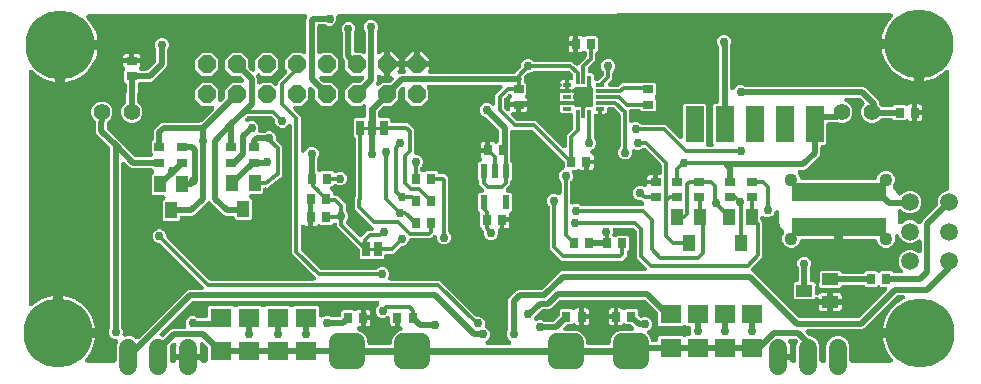
<source format=gbr>
G04 EAGLE Gerber RS-274X export*
G75*
%MOMM*%
%FSLAX34Y34*%
%LPD*%
%INBottom Copper*%
%IPPOS*%
%AMOC8*
5,1,8,0,0,1.08239X$1,22.5*%
G01*
%ADD10R,0.900000X0.700000*%
%ADD11C,1.400000*%
%ADD12R,0.700000X0.900000*%
%ADD13C,1.500000*%
%ADD14R,1.400000X1.000000*%
%ADD15R,8.000000X1.500000*%
%ADD16C,1.108000*%
%ADD17R,0.700000X0.300000*%
%ADD18R,0.300000X0.700000*%
%ADD19R,1.000000X1.400000*%
%ADD20C,5.842000*%
%ADD21C,1.508000*%
%ADD22C,1.524000*%
%ADD23C,1.208000*%
%ADD24R,1.524000X3.048000*%
%ADD25P,1.649562X8X22.500000*%
%ADD26R,0.550000X1.200000*%
%ADD27R,0.635000X1.270000*%
%ADD28C,0.254000*%
%ADD29R,1.803000X1.600000*%
%ADD30C,0.304800*%
%ADD31C,0.756400*%
%ADD32C,0.508000*%
%ADD33C,0.609600*%

G36*
X291496Y116359D02*
X291496Y116359D01*
X291513Y116357D01*
X291695Y116380D01*
X291878Y116400D01*
X291895Y116406D01*
X291913Y116408D01*
X292087Y116466D01*
X292262Y116522D01*
X292278Y116530D01*
X292294Y116536D01*
X292454Y116628D01*
X292614Y116717D01*
X292628Y116728D01*
X292643Y116737D01*
X292896Y116952D01*
X297519Y121575D01*
X300466Y121575D01*
X300475Y121576D01*
X300484Y121575D01*
X300676Y121596D01*
X300867Y121615D01*
X300875Y121617D01*
X300884Y121618D01*
X301066Y121676D01*
X301252Y121733D01*
X301259Y121737D01*
X301268Y121740D01*
X301436Y121833D01*
X301606Y121925D01*
X301612Y121930D01*
X301620Y121935D01*
X301767Y122059D01*
X301915Y122182D01*
X301920Y122189D01*
X301927Y122195D01*
X302046Y122346D01*
X302167Y122496D01*
X302171Y122504D01*
X302177Y122511D01*
X302265Y122684D01*
X302353Y122853D01*
X302355Y122862D01*
X302359Y122870D01*
X302411Y123056D01*
X302464Y123240D01*
X302465Y123249D01*
X302467Y123258D01*
X302481Y123451D01*
X302497Y123642D01*
X302496Y123650D01*
X302497Y123659D01*
X302472Y123852D01*
X302450Y124041D01*
X302447Y124050D01*
X302446Y124059D01*
X302385Y124242D01*
X302325Y124424D01*
X302321Y124432D01*
X302318Y124440D01*
X302222Y124607D01*
X302127Y124775D01*
X302121Y124782D01*
X302117Y124789D01*
X301902Y125042D01*
X298830Y128114D01*
X286425Y140519D01*
X286425Y149481D01*
X286670Y149726D01*
X286687Y149746D01*
X286708Y149764D01*
X286815Y149902D01*
X286925Y150037D01*
X286938Y150061D01*
X286954Y150082D01*
X287032Y150239D01*
X287114Y150393D01*
X287122Y150418D01*
X287134Y150443D01*
X287179Y150612D01*
X287229Y150779D01*
X287231Y150805D01*
X287238Y150831D01*
X287265Y151162D01*
X287265Y199308D01*
X287263Y199335D01*
X287265Y199361D01*
X287243Y199535D01*
X287225Y199709D01*
X287218Y199734D01*
X287214Y199761D01*
X287159Y199927D01*
X287107Y200094D01*
X287094Y200117D01*
X287086Y200143D01*
X286999Y200294D01*
X286915Y200448D01*
X286898Y200468D01*
X286885Y200491D01*
X286670Y200744D01*
X285614Y201801D01*
X285614Y216199D01*
X286816Y217401D01*
X293870Y217401D01*
X293888Y217403D01*
X293906Y217401D01*
X294088Y217422D01*
X294271Y217441D01*
X294288Y217446D01*
X294305Y217448D01*
X294480Y217505D01*
X294656Y217559D01*
X294671Y217567D01*
X294688Y217573D01*
X294848Y217663D01*
X295010Y217751D01*
X295023Y217762D01*
X295039Y217771D01*
X295178Y217891D01*
X295319Y218008D01*
X295330Y218022D01*
X295344Y218034D01*
X295456Y218179D01*
X295571Y218322D01*
X295579Y218338D01*
X295590Y218352D01*
X295672Y218517D01*
X295757Y218679D01*
X295762Y218696D01*
X295770Y218712D01*
X295817Y218891D01*
X295868Y219066D01*
X295870Y219084D01*
X295874Y219101D01*
X295901Y219432D01*
X295901Y225814D01*
X295961Y225958D01*
X295962Y225962D01*
X295964Y225966D01*
X296020Y226155D01*
X296077Y226343D01*
X296078Y226348D01*
X296079Y226352D01*
X296097Y226549D01*
X296115Y226744D01*
X296115Y226748D01*
X296115Y226753D01*
X296094Y226947D01*
X296074Y227144D01*
X296072Y227149D01*
X296072Y227153D01*
X296013Y227339D01*
X295954Y227529D01*
X295952Y227533D01*
X295950Y227537D01*
X295854Y227710D01*
X295761Y227882D01*
X295758Y227885D01*
X295755Y227889D01*
X295627Y228041D01*
X295501Y228190D01*
X295498Y228193D01*
X295495Y228196D01*
X295342Y228317D01*
X295187Y228441D01*
X295183Y228443D01*
X295179Y228446D01*
X295005Y228534D01*
X294828Y228625D01*
X294824Y228626D01*
X294820Y228628D01*
X294629Y228681D01*
X294441Y228735D01*
X294437Y228735D01*
X294432Y228736D01*
X294231Y228751D01*
X294040Y228766D01*
X294035Y228765D01*
X294031Y228766D01*
X293833Y228741D01*
X293640Y228717D01*
X293636Y228716D01*
X293631Y228715D01*
X293446Y228653D01*
X293258Y228591D01*
X293254Y228588D01*
X293250Y228587D01*
X293082Y228490D01*
X292908Y228391D01*
X292905Y228388D01*
X292901Y228386D01*
X292648Y228171D01*
X292106Y227629D01*
X284094Y227629D01*
X278429Y233294D01*
X278429Y241306D01*
X284094Y246971D01*
X290437Y246971D01*
X290464Y246973D01*
X290490Y246971D01*
X290664Y246993D01*
X290838Y247011D01*
X290863Y247018D01*
X290890Y247022D01*
X291056Y247078D01*
X291223Y247129D01*
X291246Y247141D01*
X291271Y247150D01*
X291423Y247237D01*
X291577Y247321D01*
X291597Y247338D01*
X291620Y247351D01*
X291873Y247566D01*
X293869Y249562D01*
X293875Y249569D01*
X293882Y249574D01*
X294001Y249722D01*
X294125Y249873D01*
X294129Y249881D01*
X294134Y249888D01*
X294223Y250058D01*
X294313Y250229D01*
X294316Y250238D01*
X294320Y250245D01*
X294373Y250429D01*
X294428Y250615D01*
X294429Y250624D01*
X294431Y250632D01*
X294447Y250823D01*
X294464Y251016D01*
X294463Y251025D01*
X294464Y251034D01*
X294442Y251223D01*
X294421Y251416D01*
X294418Y251425D01*
X294417Y251433D01*
X294358Y251615D01*
X294299Y251800D01*
X294295Y251808D01*
X294292Y251816D01*
X294199Y251982D01*
X294105Y252152D01*
X294099Y252159D01*
X294094Y252167D01*
X293970Y252311D01*
X293844Y252459D01*
X293837Y252465D01*
X293831Y252472D01*
X293682Y252587D01*
X293528Y252709D01*
X293520Y252713D01*
X293513Y252718D01*
X293343Y252803D01*
X293169Y252891D01*
X293161Y252894D01*
X293153Y252898D01*
X292967Y252948D01*
X292781Y252999D01*
X292772Y253000D01*
X292764Y253002D01*
X292433Y253029D01*
X284094Y253029D01*
X278429Y258694D01*
X278429Y265037D01*
X278427Y265064D01*
X278429Y265090D01*
X278407Y265264D01*
X278389Y265438D01*
X278381Y265463D01*
X278378Y265490D01*
X278323Y265655D01*
X278271Y265823D01*
X278258Y265846D01*
X278250Y265872D01*
X278163Y266023D01*
X278079Y266177D01*
X278062Y266197D01*
X278049Y266220D01*
X277834Y266473D01*
X277108Y267200D01*
X276409Y268887D01*
X276409Y288501D01*
X276407Y288527D01*
X276409Y288554D01*
X276387Y288728D01*
X276369Y288901D01*
X276362Y288927D01*
X276358Y288953D01*
X276303Y289119D01*
X276251Y289286D01*
X276238Y289310D01*
X276230Y289335D01*
X276143Y289487D01*
X276140Y289492D01*
X275167Y291840D01*
X275167Y294160D01*
X276055Y296304D01*
X277696Y297945D01*
X279840Y298833D01*
X282160Y298833D01*
X284304Y297945D01*
X285945Y296304D01*
X286833Y294160D01*
X286833Y291840D01*
X285874Y289524D01*
X285824Y289424D01*
X285742Y289270D01*
X285734Y289244D01*
X285722Y289220D01*
X285677Y289051D01*
X285627Y288884D01*
X285625Y288857D01*
X285618Y288831D01*
X285591Y288501D01*
X285591Y274402D01*
X285593Y274384D01*
X285591Y274366D01*
X285613Y274183D01*
X285631Y274001D01*
X285636Y273984D01*
X285638Y273967D01*
X285695Y273792D01*
X285749Y273616D01*
X285757Y273601D01*
X285763Y273584D01*
X285853Y273424D01*
X285941Y273262D01*
X285952Y273249D01*
X285961Y273233D01*
X286081Y273094D01*
X286198Y272953D01*
X286212Y272942D01*
X286224Y272928D01*
X286369Y272816D01*
X286512Y272701D01*
X286528Y272693D01*
X286542Y272682D01*
X286707Y272600D01*
X286869Y272515D01*
X286886Y272510D01*
X286902Y272502D01*
X287081Y272455D01*
X287256Y272404D01*
X287274Y272402D01*
X287291Y272398D01*
X287622Y272371D01*
X292106Y272371D01*
X292252Y272225D01*
X292259Y272219D01*
X292264Y272212D01*
X292413Y272093D01*
X292563Y271970D01*
X292571Y271965D01*
X292578Y271960D01*
X292747Y271872D01*
X292919Y271781D01*
X292928Y271778D01*
X292935Y271774D01*
X293119Y271722D01*
X293305Y271666D01*
X293314Y271665D01*
X293322Y271663D01*
X293513Y271647D01*
X293706Y271630D01*
X293715Y271631D01*
X293724Y271630D01*
X293913Y271652D01*
X294106Y271673D01*
X294115Y271676D01*
X294123Y271677D01*
X294306Y271737D01*
X294490Y271795D01*
X294498Y271799D01*
X294506Y271802D01*
X294675Y271897D01*
X294842Y271990D01*
X294849Y271995D01*
X294857Y272000D01*
X295002Y272125D01*
X295149Y272250D01*
X295155Y272257D01*
X295162Y272263D01*
X295279Y272415D01*
X295399Y272566D01*
X295403Y272574D01*
X295408Y272581D01*
X295495Y272755D01*
X295581Y272925D01*
X295584Y272933D01*
X295588Y272942D01*
X295638Y273130D01*
X295689Y273313D01*
X295690Y273322D01*
X295692Y273330D01*
X295719Y273661D01*
X295719Y289191D01*
X295717Y289217D01*
X295719Y289244D01*
X295697Y289418D01*
X295679Y289591D01*
X295672Y289617D01*
X295668Y289643D01*
X295613Y289809D01*
X295561Y289976D01*
X295548Y290000D01*
X295540Y290025D01*
X295453Y290177D01*
X295369Y290330D01*
X295352Y290351D01*
X295339Y290374D01*
X295124Y290627D01*
X295055Y290696D01*
X294167Y292840D01*
X294167Y295160D01*
X295055Y297304D01*
X296696Y298945D01*
X298840Y299833D01*
X301160Y299833D01*
X303304Y298945D01*
X304945Y297304D01*
X305833Y295160D01*
X305833Y292840D01*
X305055Y290963D01*
X305046Y290933D01*
X305032Y290905D01*
X304988Y290741D01*
X304939Y290578D01*
X304936Y290547D01*
X304928Y290516D01*
X304901Y290186D01*
X304901Y273374D01*
X304902Y273365D01*
X304901Y273356D01*
X304922Y273164D01*
X304941Y272973D01*
X304943Y272965D01*
X304944Y272956D01*
X305002Y272774D01*
X305059Y272588D01*
X305063Y272581D01*
X305066Y272572D01*
X305160Y272402D01*
X305251Y272234D01*
X305256Y272228D01*
X305261Y272220D01*
X305386Y272072D01*
X305508Y271925D01*
X305515Y271920D01*
X305521Y271913D01*
X305673Y271793D01*
X305822Y271673D01*
X305830Y271669D01*
X305837Y271663D01*
X306009Y271576D01*
X306179Y271487D01*
X306188Y271485D01*
X306196Y271481D01*
X306382Y271429D01*
X306566Y271376D01*
X306575Y271375D01*
X306584Y271373D01*
X306776Y271359D01*
X306968Y271343D01*
X306976Y271344D01*
X306985Y271343D01*
X307178Y271368D01*
X307367Y271390D01*
X307376Y271393D01*
X307385Y271394D01*
X307568Y271455D01*
X307750Y271515D01*
X307758Y271519D01*
X307766Y271522D01*
X307932Y271617D01*
X308101Y271713D01*
X308108Y271719D01*
X308115Y271723D01*
X308368Y271938D01*
X309291Y272861D01*
X310961Y272861D01*
X310961Y263208D01*
X310962Y263190D01*
X310961Y263173D01*
X310982Y262990D01*
X311001Y262808D01*
X311006Y262791D01*
X311008Y262773D01*
X311033Y262695D01*
X310994Y262558D01*
X310992Y262540D01*
X310988Y262523D01*
X310961Y262192D01*
X310961Y252539D01*
X309291Y252539D01*
X308368Y253462D01*
X308361Y253468D01*
X308356Y253475D01*
X308205Y253596D01*
X308057Y253717D01*
X308049Y253722D01*
X308042Y253727D01*
X307872Y253816D01*
X307701Y253906D01*
X307692Y253909D01*
X307685Y253913D01*
X307500Y253966D01*
X307315Y254021D01*
X307306Y254022D01*
X307298Y254024D01*
X307107Y254040D01*
X306914Y254057D01*
X306905Y254056D01*
X306896Y254057D01*
X306707Y254035D01*
X306514Y254014D01*
X306505Y254011D01*
X306497Y254010D01*
X306315Y253951D01*
X306130Y253892D01*
X306122Y253888D01*
X306114Y253885D01*
X305946Y253791D01*
X305778Y253697D01*
X305771Y253692D01*
X305763Y253687D01*
X305618Y253562D01*
X305471Y253437D01*
X305465Y253430D01*
X305458Y253424D01*
X305342Y253274D01*
X305221Y253121D01*
X305217Y253113D01*
X305212Y253106D01*
X305126Y252934D01*
X305039Y252762D01*
X305036Y252753D01*
X305032Y252745D01*
X304983Y252560D01*
X304931Y252374D01*
X304930Y252365D01*
X304928Y252357D01*
X304901Y252026D01*
X304901Y248597D01*
X304411Y247414D01*
X304409Y247409D01*
X304407Y247405D01*
X304350Y247213D01*
X304294Y247028D01*
X304294Y247024D01*
X304292Y247020D01*
X304274Y246820D01*
X304256Y246627D01*
X304256Y246623D01*
X304256Y246619D01*
X304277Y246423D01*
X304298Y246227D01*
X304299Y246223D01*
X304300Y246218D01*
X304358Y246034D01*
X304418Y245843D01*
X304420Y245839D01*
X304421Y245834D01*
X304517Y245661D01*
X304611Y245489D01*
X304614Y245486D01*
X304616Y245482D01*
X304745Y245330D01*
X304870Y245181D01*
X304873Y245179D01*
X304876Y245175D01*
X305030Y245053D01*
X305185Y244930D01*
X305189Y244928D01*
X305192Y244926D01*
X305368Y244836D01*
X305543Y244746D01*
X305547Y244745D01*
X305551Y244743D01*
X305743Y244690D01*
X305930Y244637D01*
X305935Y244636D01*
X305939Y244635D01*
X306140Y244620D01*
X306332Y244606D01*
X306336Y244606D01*
X306341Y244606D01*
X306539Y244631D01*
X306731Y244654D01*
X306736Y244656D01*
X306740Y244656D01*
X306925Y244718D01*
X307114Y244781D01*
X307118Y244783D01*
X307122Y244784D01*
X307290Y244881D01*
X307463Y244980D01*
X307467Y244983D01*
X307471Y244985D01*
X307724Y245200D01*
X309494Y246971D01*
X315837Y246971D01*
X315864Y246973D01*
X315890Y246971D01*
X316064Y246993D01*
X316238Y247011D01*
X316263Y247018D01*
X316290Y247022D01*
X316456Y247078D01*
X316623Y247129D01*
X316646Y247141D01*
X316671Y247150D01*
X316823Y247237D01*
X316977Y247321D01*
X316997Y247338D01*
X317020Y247351D01*
X317273Y247566D01*
X318779Y249072D01*
X318785Y249079D01*
X318792Y249084D01*
X318913Y249235D01*
X319035Y249383D01*
X319039Y249391D01*
X319044Y249398D01*
X319132Y249567D01*
X319223Y249739D01*
X319226Y249748D01*
X319230Y249755D01*
X319283Y249940D01*
X319338Y250125D01*
X319339Y250134D01*
X319341Y250142D01*
X319357Y250332D01*
X319374Y250526D01*
X319373Y250535D01*
X319374Y250544D01*
X319352Y250733D01*
X319331Y250926D01*
X319328Y250935D01*
X319327Y250943D01*
X319268Y251125D01*
X319209Y251310D01*
X319205Y251318D01*
X319202Y251326D01*
X319108Y251493D01*
X319015Y251662D01*
X319009Y251669D01*
X319004Y251677D01*
X318879Y251822D01*
X318754Y251969D01*
X318747Y251975D01*
X318741Y251982D01*
X318591Y252098D01*
X318438Y252219D01*
X318430Y252223D01*
X318423Y252228D01*
X318253Y252313D01*
X318079Y252401D01*
X318071Y252404D01*
X318063Y252408D01*
X317877Y252457D01*
X317691Y252509D01*
X317682Y252510D01*
X317674Y252512D01*
X317343Y252539D01*
X316039Y252539D01*
X316039Y260161D01*
X323661Y260161D01*
X323661Y258491D01*
X323073Y257904D01*
X323070Y257900D01*
X323067Y257897D01*
X322942Y257744D01*
X322818Y257592D01*
X322816Y257588D01*
X322813Y257585D01*
X322721Y257410D01*
X322629Y257236D01*
X322628Y257232D01*
X322626Y257228D01*
X322571Y257040D01*
X322515Y256850D01*
X322514Y256846D01*
X322513Y256842D01*
X322496Y256647D01*
X322478Y256450D01*
X322479Y256445D01*
X322478Y256441D01*
X322500Y256248D01*
X322522Y256049D01*
X322523Y256045D01*
X322523Y256040D01*
X322583Y255855D01*
X322643Y255665D01*
X322645Y255661D01*
X322647Y255657D01*
X322741Y255489D01*
X322838Y255313D01*
X322841Y255310D01*
X322843Y255306D01*
X322969Y255158D01*
X323098Y255006D01*
X323102Y255003D01*
X323105Y255000D01*
X323259Y254879D01*
X323414Y254756D01*
X323418Y254754D01*
X323422Y254752D01*
X323596Y254664D01*
X323773Y254574D01*
X323778Y254573D01*
X323782Y254571D01*
X323969Y254520D01*
X324161Y254466D01*
X324166Y254466D01*
X324170Y254465D01*
X324362Y254451D01*
X324563Y254437D01*
X324567Y254437D01*
X324572Y254437D01*
X324762Y254462D01*
X324962Y254487D01*
X324966Y254489D01*
X324971Y254489D01*
X325287Y254591D01*
X327736Y254591D01*
X327745Y254592D01*
X327754Y254591D01*
X327946Y254612D01*
X328137Y254631D01*
X328145Y254633D01*
X328154Y254634D01*
X328336Y254692D01*
X328522Y254749D01*
X328529Y254753D01*
X328538Y254756D01*
X328706Y254849D01*
X328876Y254941D01*
X328882Y254946D01*
X328890Y254951D01*
X329038Y255076D01*
X329185Y255198D01*
X329190Y255205D01*
X329197Y255211D01*
X329317Y255362D01*
X329437Y255512D01*
X329441Y255520D01*
X329447Y255527D01*
X329535Y255700D01*
X329623Y255869D01*
X329625Y255878D01*
X329629Y255886D01*
X329681Y256071D01*
X329734Y256256D01*
X329735Y256265D01*
X329737Y256274D01*
X329751Y256466D01*
X329767Y256658D01*
X329766Y256666D01*
X329767Y256675D01*
X329742Y256866D01*
X329720Y257057D01*
X329717Y257066D01*
X329716Y257075D01*
X329655Y257256D01*
X329595Y257440D01*
X329591Y257448D01*
X329588Y257456D01*
X329492Y257623D01*
X329397Y257791D01*
X329391Y257798D01*
X329387Y257805D01*
X329172Y258058D01*
X328739Y258491D01*
X328739Y260161D01*
X338392Y260161D01*
X338410Y260162D01*
X338427Y260161D01*
X338610Y260182D01*
X338792Y260201D01*
X338809Y260206D01*
X338827Y260208D01*
X338905Y260233D01*
X339042Y260194D01*
X339060Y260192D01*
X339077Y260188D01*
X339408Y260161D01*
X349061Y260161D01*
X349061Y258491D01*
X348628Y258058D01*
X348622Y258051D01*
X348615Y258046D01*
X348495Y257897D01*
X348373Y257747D01*
X348368Y257739D01*
X348363Y257732D01*
X348275Y257562D01*
X348184Y257391D01*
X348181Y257382D01*
X348177Y257375D01*
X348124Y257190D01*
X348069Y257005D01*
X348068Y256996D01*
X348066Y256988D01*
X348050Y256797D01*
X348033Y256604D01*
X348034Y256595D01*
X348033Y256586D01*
X348055Y256397D01*
X348076Y256204D01*
X348079Y256195D01*
X348080Y256187D01*
X348140Y256004D01*
X348198Y255820D01*
X348202Y255812D01*
X348205Y255804D01*
X348299Y255637D01*
X348393Y255468D01*
X348398Y255461D01*
X348403Y255453D01*
X348528Y255308D01*
X348653Y255161D01*
X348660Y255155D01*
X348666Y255148D01*
X348818Y255031D01*
X348969Y254911D01*
X348977Y254907D01*
X348984Y254902D01*
X349156Y254816D01*
X349328Y254729D01*
X349337Y254726D01*
X349345Y254722D01*
X349530Y254673D01*
X349716Y254621D01*
X349725Y254620D01*
X349733Y254618D01*
X350064Y254591D01*
X420694Y254591D01*
X420720Y254593D01*
X420747Y254591D01*
X420921Y254613D01*
X421095Y254631D01*
X421120Y254638D01*
X421147Y254642D01*
X421312Y254697D01*
X421479Y254749D01*
X421503Y254762D01*
X421528Y254770D01*
X421680Y254857D01*
X421833Y254941D01*
X421854Y254958D01*
X421877Y254971D01*
X422130Y255186D01*
X426572Y259628D01*
X426589Y259648D01*
X426610Y259666D01*
X426716Y259804D01*
X426827Y259939D01*
X426840Y259963D01*
X426856Y259984D01*
X426934Y260140D01*
X427016Y260295D01*
X427024Y260320D01*
X427036Y260345D01*
X427081Y260514D01*
X427131Y260681D01*
X427133Y260707D01*
X427140Y260733D01*
X427167Y261064D01*
X427167Y262160D01*
X428055Y264304D01*
X429696Y265945D01*
X430448Y266256D01*
X431840Y266833D01*
X434160Y266833D01*
X436304Y265945D01*
X437079Y265170D01*
X437100Y265153D01*
X437117Y265132D01*
X437255Y265025D01*
X437391Y264915D01*
X437414Y264902D01*
X437435Y264886D01*
X437592Y264808D01*
X437746Y264726D01*
X437772Y264718D01*
X437796Y264706D01*
X437965Y264661D01*
X438132Y264611D01*
X438159Y264609D01*
X438185Y264602D01*
X438515Y264575D01*
X470481Y264575D01*
X473064Y261992D01*
X473078Y261980D01*
X473089Y261967D01*
X473233Y261853D01*
X473375Y261737D01*
X473391Y261728D01*
X473405Y261717D01*
X473569Y261634D01*
X473731Y261548D01*
X473748Y261543D01*
X473764Y261535D01*
X473941Y261485D01*
X474117Y261433D01*
X474135Y261432D01*
X474152Y261427D01*
X474335Y261413D01*
X474518Y261397D01*
X474536Y261399D01*
X474553Y261397D01*
X474735Y261420D01*
X474918Y261440D01*
X474935Y261446D01*
X474953Y261448D01*
X475127Y261506D01*
X475302Y261562D01*
X475318Y261570D01*
X475334Y261576D01*
X475494Y261668D01*
X475654Y261757D01*
X475668Y261768D01*
X475683Y261777D01*
X475936Y261992D01*
X482330Y268386D01*
X482347Y268406D01*
X482368Y268424D01*
X482475Y268562D01*
X482585Y268697D01*
X482598Y268721D01*
X482614Y268742D01*
X482692Y268899D01*
X482774Y269053D01*
X482782Y269078D01*
X482794Y269103D01*
X482839Y269272D01*
X482889Y269439D01*
X482891Y269465D01*
X482898Y269491D01*
X482925Y269822D01*
X482925Y271833D01*
X482923Y271860D01*
X482925Y271886D01*
X482903Y272060D01*
X482885Y272234D01*
X482878Y272259D01*
X482874Y272286D01*
X482819Y272452D01*
X482767Y272619D01*
X482754Y272642D01*
X482746Y272668D01*
X482659Y272819D01*
X482575Y272973D01*
X482558Y272993D01*
X482545Y273016D01*
X482330Y273269D01*
X481783Y273817D01*
X481769Y273828D01*
X481757Y273842D01*
X481613Y273956D01*
X481471Y274072D01*
X481456Y274080D01*
X481441Y274092D01*
X481277Y274175D01*
X481116Y274261D01*
X481098Y274266D01*
X481083Y274274D01*
X480906Y274323D01*
X480730Y274376D01*
X480712Y274377D01*
X480695Y274382D01*
X480512Y274395D01*
X480329Y274412D01*
X480311Y274410D01*
X480293Y274411D01*
X480111Y274388D01*
X479928Y274369D01*
X479911Y274363D01*
X479894Y274361D01*
X479720Y274302D01*
X479545Y274247D01*
X479529Y274238D01*
X479512Y274233D01*
X479352Y274141D01*
X479192Y274052D01*
X479179Y274041D01*
X479163Y274032D01*
X478910Y273817D01*
X478560Y273467D01*
X477981Y273132D01*
X477335Y272959D01*
X475531Y272959D01*
X475531Y280000D01*
X475531Y287041D01*
X477335Y287041D01*
X477981Y286868D01*
X478560Y286533D01*
X478910Y286183D01*
X478924Y286172D01*
X478936Y286158D01*
X479080Y286044D01*
X479222Y285928D01*
X479237Y285920D01*
X479251Y285908D01*
X479415Y285825D01*
X479577Y285739D01*
X479595Y285734D01*
X479610Y285726D01*
X479787Y285677D01*
X479963Y285624D01*
X479981Y285623D01*
X479998Y285618D01*
X480181Y285605D01*
X480364Y285588D01*
X480382Y285590D01*
X480400Y285589D01*
X480581Y285612D01*
X480764Y285631D01*
X480782Y285637D01*
X480799Y285639D01*
X480973Y285697D01*
X481148Y285753D01*
X481164Y285762D01*
X481181Y285767D01*
X481341Y285859D01*
X481501Y285948D01*
X481514Y285959D01*
X481530Y285968D01*
X481783Y286183D01*
X482151Y286551D01*
X490849Y286551D01*
X492051Y285349D01*
X492051Y274651D01*
X490670Y273269D01*
X490653Y273249D01*
X490632Y273231D01*
X490525Y273093D01*
X490415Y272958D01*
X490402Y272934D01*
X490386Y272913D01*
X490308Y272756D01*
X490226Y272602D01*
X490218Y272577D01*
X490206Y272553D01*
X490161Y272383D01*
X490111Y272216D01*
X490109Y272190D01*
X490102Y272164D01*
X490075Y271833D01*
X490075Y266019D01*
X484170Y260114D01*
X484153Y260094D01*
X484132Y260076D01*
X484025Y259938D01*
X483915Y259803D01*
X483902Y259779D01*
X483886Y259758D01*
X483808Y259601D01*
X483726Y259447D01*
X483718Y259422D01*
X483706Y259397D01*
X483661Y259228D01*
X483611Y259061D01*
X483609Y259035D01*
X483602Y259009D01*
X483575Y258678D01*
X483575Y257072D01*
X483577Y257054D01*
X483575Y257036D01*
X483596Y256854D01*
X483615Y256671D01*
X483620Y256654D01*
X483622Y256637D01*
X483679Y256462D01*
X483733Y256286D01*
X483741Y256271D01*
X483747Y256254D01*
X483837Y256094D01*
X483925Y255932D01*
X483936Y255919D01*
X483945Y255903D01*
X484065Y255764D01*
X484182Y255623D01*
X484196Y255612D01*
X484208Y255598D01*
X484353Y255486D01*
X484496Y255371D01*
X484512Y255363D01*
X484526Y255352D01*
X484691Y255270D01*
X484853Y255185D01*
X484870Y255180D01*
X484886Y255172D01*
X485065Y255125D01*
X485240Y255074D01*
X485258Y255072D01*
X485275Y255068D01*
X485606Y255041D01*
X486835Y255041D01*
X487481Y254868D01*
X488060Y254533D01*
X488533Y254060D01*
X488868Y253481D01*
X489041Y252835D01*
X489041Y250582D01*
X489043Y250564D01*
X489041Y250546D01*
X489062Y250364D01*
X489081Y250181D01*
X489086Y250164D01*
X489088Y250147D01*
X489145Y249972D01*
X489199Y249796D01*
X489207Y249781D01*
X489213Y249764D01*
X489303Y249603D01*
X489391Y249442D01*
X489402Y249429D01*
X489411Y249413D01*
X489531Y249274D01*
X489648Y249133D01*
X489662Y249122D01*
X489674Y249108D01*
X489819Y248996D01*
X489962Y248881D01*
X489978Y248873D01*
X489992Y248862D01*
X490157Y248780D01*
X490319Y248695D01*
X490336Y248690D01*
X490352Y248682D01*
X490531Y248635D01*
X490706Y248584D01*
X490724Y248582D01*
X490741Y248578D01*
X491072Y248551D01*
X491654Y248551D01*
X491680Y248553D01*
X491707Y248551D01*
X491881Y248573D01*
X492055Y248591D01*
X492080Y248598D01*
X492107Y248602D01*
X492272Y248657D01*
X492439Y248709D01*
X492463Y248722D01*
X492488Y248730D01*
X492640Y248817D01*
X492793Y248901D01*
X492814Y248918D01*
X492837Y248931D01*
X493090Y249146D01*
X496830Y252886D01*
X496847Y252906D01*
X496868Y252924D01*
X496975Y253062D01*
X497085Y253197D01*
X497098Y253221D01*
X497114Y253242D01*
X497192Y253399D01*
X497274Y253553D01*
X497282Y253578D01*
X497294Y253603D01*
X497339Y253772D01*
X497389Y253939D01*
X497391Y253965D01*
X497398Y253991D01*
X497425Y254322D01*
X497425Y255485D01*
X497423Y255511D01*
X497425Y255538D01*
X497403Y255711D01*
X497385Y255885D01*
X497378Y255911D01*
X497374Y255937D01*
X497319Y256103D01*
X497267Y256270D01*
X497254Y256294D01*
X497246Y256319D01*
X497159Y256471D01*
X497075Y256624D01*
X497058Y256645D01*
X497045Y256668D01*
X496830Y256921D01*
X496055Y257696D01*
X495167Y259840D01*
X495167Y262160D01*
X496055Y264304D01*
X497696Y265945D01*
X498448Y266256D01*
X499840Y266833D01*
X502160Y266833D01*
X504304Y265945D01*
X505945Y264304D01*
X506833Y262160D01*
X506833Y259840D01*
X505945Y257696D01*
X505170Y256921D01*
X505153Y256900D01*
X505132Y256883D01*
X505025Y256745D01*
X504915Y256609D01*
X504902Y256586D01*
X504886Y256565D01*
X504808Y256408D01*
X504726Y256254D01*
X504718Y256228D01*
X504706Y256204D01*
X504661Y256035D01*
X504611Y255868D01*
X504609Y255841D01*
X504602Y255815D01*
X504575Y255485D01*
X504575Y250519D01*
X501886Y247830D01*
X501098Y247042D01*
X501092Y247035D01*
X501085Y247030D01*
X500965Y246880D01*
X500843Y246731D01*
X500838Y246723D01*
X500833Y246716D01*
X500745Y246547D01*
X500654Y246375D01*
X500651Y246366D01*
X500647Y246359D01*
X500594Y246175D01*
X500539Y245989D01*
X500538Y245980D01*
X500536Y245972D01*
X500520Y245781D01*
X500503Y245588D01*
X500504Y245579D01*
X500503Y245570D01*
X500525Y245381D01*
X500546Y245188D01*
X500549Y245179D01*
X500550Y245171D01*
X500610Y244987D01*
X500668Y244804D01*
X500672Y244796D01*
X500675Y244788D01*
X500770Y244619D01*
X500863Y244452D01*
X500868Y244445D01*
X500873Y244437D01*
X500998Y244292D01*
X501123Y244145D01*
X501130Y244139D01*
X501136Y244132D01*
X501288Y244015D01*
X501439Y243895D01*
X501447Y243891D01*
X501454Y243886D01*
X501628Y243799D01*
X501798Y243713D01*
X501806Y243710D01*
X501815Y243706D01*
X502003Y243656D01*
X502186Y243605D01*
X502195Y243604D01*
X502203Y243602D01*
X502534Y243575D01*
X508678Y243575D01*
X508704Y243577D01*
X508731Y243575D01*
X508905Y243597D01*
X509079Y243615D01*
X509104Y243622D01*
X509131Y243626D01*
X509296Y243681D01*
X509463Y243733D01*
X509487Y243746D01*
X509512Y243754D01*
X509664Y243841D01*
X509817Y243925D01*
X509838Y243942D01*
X509861Y243955D01*
X510114Y244170D01*
X512519Y246575D01*
X528333Y246575D01*
X528360Y246577D01*
X528386Y246575D01*
X528560Y246597D01*
X528734Y246615D01*
X528759Y246622D01*
X528786Y246626D01*
X528952Y246681D01*
X529119Y246733D01*
X529142Y246746D01*
X529168Y246754D01*
X529319Y246841D01*
X529473Y246925D01*
X529493Y246942D01*
X529516Y246955D01*
X529629Y247051D01*
X540349Y247051D01*
X541551Y245849D01*
X541551Y237151D01*
X540836Y236436D01*
X540825Y236422D01*
X540812Y236411D01*
X540698Y236267D01*
X540581Y236125D01*
X540573Y236109D01*
X540562Y236095D01*
X540479Y235931D01*
X540393Y235769D01*
X540388Y235752D01*
X540380Y235736D01*
X540330Y235559D01*
X540278Y235383D01*
X540276Y235365D01*
X540272Y235348D01*
X540258Y235165D01*
X540242Y234982D01*
X540244Y234964D01*
X540242Y234947D01*
X540265Y234764D01*
X540285Y234582D01*
X540290Y234565D01*
X540293Y234547D01*
X540351Y234373D01*
X540407Y234198D01*
X540415Y234182D01*
X540421Y234166D01*
X540512Y234007D01*
X540601Y233846D01*
X540613Y233832D01*
X540622Y233817D01*
X540837Y233564D01*
X541551Y232849D01*
X541551Y224151D01*
X540349Y222949D01*
X529651Y222949D01*
X528270Y224330D01*
X528249Y224347D01*
X528231Y224368D01*
X528093Y224475D01*
X527958Y224585D01*
X527934Y224598D01*
X527913Y224614D01*
X527757Y224692D01*
X527602Y224774D01*
X527577Y224782D01*
X527553Y224794D01*
X527384Y224839D01*
X527216Y224889D01*
X527190Y224891D01*
X527164Y224898D01*
X526833Y224925D01*
X520606Y224925D01*
X520588Y224923D01*
X520570Y224925D01*
X520388Y224904D01*
X520205Y224885D01*
X520188Y224880D01*
X520171Y224878D01*
X519996Y224821D01*
X519820Y224767D01*
X519805Y224759D01*
X519788Y224753D01*
X519628Y224663D01*
X519466Y224575D01*
X519453Y224564D01*
X519437Y224555D01*
X519298Y224435D01*
X519157Y224318D01*
X519146Y224304D01*
X519132Y224292D01*
X519020Y224147D01*
X518905Y224004D01*
X518897Y223988D01*
X518886Y223974D01*
X518804Y223809D01*
X518719Y223647D01*
X518714Y223630D01*
X518706Y223614D01*
X518659Y223435D01*
X518608Y223260D01*
X518606Y223242D01*
X518602Y223225D01*
X518575Y222894D01*
X518575Y215153D01*
X518576Y215140D01*
X518575Y215126D01*
X518596Y214940D01*
X518615Y214752D01*
X518619Y214740D01*
X518620Y214726D01*
X518678Y214547D01*
X518733Y214367D01*
X518739Y214356D01*
X518743Y214343D01*
X518835Y214178D01*
X518925Y214013D01*
X518933Y214003D01*
X518940Y213991D01*
X519062Y213848D01*
X519182Y213704D01*
X519193Y213696D01*
X519201Y213686D01*
X519350Y213569D01*
X519496Y213452D01*
X519508Y213446D01*
X519518Y213437D01*
X519687Y213353D01*
X519853Y213266D01*
X519866Y213263D01*
X519878Y213257D01*
X520059Y213207D01*
X520240Y213155D01*
X520254Y213154D01*
X520267Y213150D01*
X520455Y213137D01*
X520642Y213122D01*
X520655Y213124D01*
X520668Y213123D01*
X520856Y213147D01*
X521041Y213169D01*
X521054Y213173D01*
X521067Y213175D01*
X521383Y213276D01*
X522920Y213913D01*
X525240Y213913D01*
X527384Y213025D01*
X528159Y212250D01*
X528180Y212233D01*
X528197Y212213D01*
X528336Y212105D01*
X528471Y211995D01*
X528494Y211982D01*
X528515Y211966D01*
X528672Y211888D01*
X528826Y211806D01*
X528852Y211798D01*
X528876Y211787D01*
X529045Y211741D01*
X529212Y211691D01*
X529239Y211689D01*
X529265Y211682D01*
X529595Y211655D01*
X549401Y211655D01*
X552089Y208966D01*
X552090Y208966D01*
X561062Y199994D01*
X561069Y199988D01*
X561074Y199981D01*
X561224Y199861D01*
X561373Y199739D01*
X561381Y199734D01*
X561388Y199729D01*
X561559Y199640D01*
X561729Y199550D01*
X561737Y199547D01*
X561745Y199543D01*
X561931Y199490D01*
X562115Y199435D01*
X562124Y199434D01*
X562132Y199432D01*
X562324Y199416D01*
X562516Y199399D01*
X562525Y199400D01*
X562534Y199399D01*
X562723Y199421D01*
X562916Y199442D01*
X562925Y199445D01*
X562933Y199446D01*
X563115Y199505D01*
X563300Y199564D01*
X563308Y199568D01*
X563316Y199571D01*
X563485Y199666D01*
X563652Y199759D01*
X563659Y199764D01*
X563667Y199769D01*
X563813Y199895D01*
X563959Y200019D01*
X563965Y200026D01*
X563972Y200032D01*
X564089Y200183D01*
X564209Y200335D01*
X564213Y200343D01*
X564218Y200350D01*
X564304Y200522D01*
X564391Y200694D01*
X564394Y200702D01*
X564398Y200711D01*
X564448Y200897D01*
X564499Y201082D01*
X564500Y201091D01*
X564502Y201099D01*
X564529Y201430D01*
X564529Y227939D01*
X565731Y229141D01*
X582669Y229141D01*
X583871Y227939D01*
X583871Y195683D01*
X583798Y195543D01*
X583709Y195375D01*
X583706Y195367D01*
X583702Y195359D01*
X583649Y195173D01*
X583594Y194989D01*
X583593Y194980D01*
X583591Y194972D01*
X583575Y194780D01*
X583558Y194588D01*
X583559Y194579D01*
X583558Y194570D01*
X583580Y194380D01*
X583601Y194188D01*
X583604Y194180D01*
X583605Y194171D01*
X583665Y193987D01*
X583722Y193804D01*
X583727Y193796D01*
X583730Y193788D01*
X583824Y193620D01*
X583917Y193452D01*
X583923Y193445D01*
X583927Y193437D01*
X584053Y193292D01*
X584178Y193145D01*
X584185Y193139D01*
X584191Y193132D01*
X584342Y193015D01*
X584494Y192895D01*
X584502Y192891D01*
X584509Y192886D01*
X584681Y192800D01*
X584853Y192713D01*
X584861Y192710D01*
X584869Y192706D01*
X585056Y192656D01*
X585240Y192605D01*
X585249Y192604D01*
X585258Y192602D01*
X585589Y192575D01*
X588211Y192575D01*
X588220Y192576D01*
X588229Y192575D01*
X588420Y192596D01*
X588612Y192615D01*
X588620Y192617D01*
X588629Y192618D01*
X588813Y192676D01*
X588997Y192733D01*
X589005Y192737D01*
X589013Y192740D01*
X589180Y192832D01*
X589351Y192925D01*
X589358Y192930D01*
X589366Y192935D01*
X589512Y193059D01*
X589660Y193182D01*
X589666Y193189D01*
X589673Y193195D01*
X589792Y193346D01*
X589912Y193496D01*
X589917Y193504D01*
X589922Y193511D01*
X590010Y193684D01*
X590098Y193853D01*
X590100Y193862D01*
X590104Y193870D01*
X590156Y194055D01*
X590209Y194240D01*
X590210Y194249D01*
X590212Y194258D01*
X590226Y194450D01*
X590242Y194642D01*
X590241Y194650D01*
X590242Y194659D01*
X590218Y194852D01*
X590195Y195041D01*
X590192Y195050D01*
X590191Y195059D01*
X590130Y195242D01*
X590070Y195424D01*
X590066Y195432D01*
X590063Y195441D01*
X589967Y195607D01*
X589929Y195674D01*
X589929Y227939D01*
X591131Y229141D01*
X592978Y229141D01*
X592996Y229143D01*
X593014Y229141D01*
X593196Y229162D01*
X593379Y229181D01*
X593396Y229186D01*
X593413Y229188D01*
X593588Y229245D01*
X593764Y229299D01*
X593779Y229307D01*
X593796Y229313D01*
X593956Y229403D01*
X594118Y229491D01*
X594131Y229502D01*
X594147Y229511D01*
X594286Y229631D01*
X594427Y229748D01*
X594438Y229762D01*
X594452Y229774D01*
X594564Y229919D01*
X594679Y230062D01*
X594687Y230078D01*
X594698Y230092D01*
X594780Y230257D01*
X594865Y230419D01*
X594870Y230436D01*
X594878Y230452D01*
X594925Y230630D01*
X594976Y230806D01*
X594978Y230824D01*
X594982Y230841D01*
X595009Y231172D01*
X595009Y276901D01*
X595007Y276927D01*
X595009Y276954D01*
X594987Y277128D01*
X594969Y277301D01*
X594961Y277327D01*
X594958Y277353D01*
X594903Y277519D01*
X594851Y277686D01*
X594838Y277710D01*
X594830Y277735D01*
X594743Y277887D01*
X594659Y278040D01*
X594642Y278061D01*
X594629Y278084D01*
X594414Y278337D01*
X594055Y278696D01*
X593167Y280840D01*
X593167Y283160D01*
X594055Y285304D01*
X595696Y286945D01*
X597840Y287833D01*
X600160Y287833D01*
X602304Y286945D01*
X603945Y285304D01*
X604833Y283160D01*
X604833Y280840D01*
X604345Y279663D01*
X604336Y279633D01*
X604322Y279605D01*
X604278Y279441D01*
X604229Y279278D01*
X604226Y279247D01*
X604218Y279217D01*
X604191Y278886D01*
X604191Y243186D01*
X604191Y243181D01*
X604191Y243177D01*
X604211Y242982D01*
X604231Y242785D01*
X604232Y242781D01*
X604232Y242776D01*
X604291Y242588D01*
X604349Y242400D01*
X604351Y242396D01*
X604352Y242392D01*
X604448Y242218D01*
X604541Y242046D01*
X604543Y242043D01*
X604546Y242039D01*
X604674Y241886D01*
X604798Y241737D01*
X604802Y241734D01*
X604805Y241731D01*
X604961Y241606D01*
X605112Y241485D01*
X605116Y241483D01*
X605120Y241480D01*
X605301Y241387D01*
X605469Y241299D01*
X605474Y241298D01*
X605478Y241296D01*
X605668Y241242D01*
X605856Y241188D01*
X605861Y241188D01*
X605865Y241186D01*
X606058Y241171D01*
X606258Y241155D01*
X606262Y241156D01*
X606267Y241155D01*
X606461Y241179D01*
X606657Y241202D01*
X606662Y241203D01*
X606666Y241204D01*
X606852Y241265D01*
X607040Y241327D01*
X607044Y241329D01*
X607048Y241330D01*
X607218Y241427D01*
X607391Y241525D01*
X607394Y241528D01*
X607398Y241530D01*
X607544Y241657D01*
X607695Y241788D01*
X607698Y241791D01*
X607702Y241794D01*
X607822Y241952D01*
X607942Y242106D01*
X607944Y242110D01*
X607947Y242114D01*
X608034Y242283D01*
X609696Y243945D01*
X611840Y244833D01*
X614160Y244833D01*
X616476Y243874D01*
X616576Y243824D01*
X616730Y243742D01*
X616756Y243734D01*
X616780Y243722D01*
X616949Y243677D01*
X617116Y243627D01*
X617143Y243625D01*
X617169Y243618D01*
X617499Y243591D01*
X716913Y243591D01*
X718600Y242892D01*
X729892Y231600D01*
X730591Y229913D01*
X730591Y229250D01*
X730593Y229224D01*
X730591Y229197D01*
X730613Y229023D01*
X730631Y228850D01*
X730638Y228824D01*
X730642Y228798D01*
X730697Y228632D01*
X730749Y228465D01*
X730762Y228441D01*
X730770Y228416D01*
X730857Y228264D01*
X730941Y228111D01*
X730958Y228090D01*
X730971Y228067D01*
X731186Y227814D01*
X731920Y227080D01*
X731974Y227017D01*
X732088Y226880D01*
X732105Y226865D01*
X732120Y226848D01*
X732261Y226739D01*
X732400Y226626D01*
X732420Y226615D01*
X732438Y226602D01*
X732598Y226522D01*
X732757Y226439D01*
X732778Y226432D01*
X732798Y226422D01*
X732971Y226376D01*
X733143Y226326D01*
X733165Y226324D01*
X733187Y226318D01*
X733518Y226291D01*
X740449Y226291D01*
X740476Y226293D01*
X740502Y226291D01*
X740676Y226313D01*
X740850Y226331D01*
X740875Y226338D01*
X740902Y226342D01*
X741068Y226397D01*
X741235Y226449D01*
X741258Y226462D01*
X741284Y226470D01*
X741435Y226557D01*
X741589Y226641D01*
X741609Y226658D01*
X741632Y226671D01*
X741885Y226886D01*
X743251Y228251D01*
X751949Y228251D01*
X752317Y227883D01*
X752331Y227872D01*
X752343Y227858D01*
X752487Y227744D01*
X752629Y227628D01*
X752644Y227620D01*
X752659Y227608D01*
X752823Y227525D01*
X752984Y227439D01*
X753001Y227434D01*
X753017Y227426D01*
X753194Y227377D01*
X753370Y227324D01*
X753388Y227323D01*
X753405Y227318D01*
X753588Y227305D01*
X753771Y227288D01*
X753789Y227290D01*
X753807Y227289D01*
X753989Y227312D01*
X754172Y227331D01*
X754189Y227337D01*
X754206Y227339D01*
X754380Y227398D01*
X754555Y227453D01*
X754571Y227462D01*
X754588Y227467D01*
X754747Y227559D01*
X754908Y227648D01*
X754921Y227659D01*
X754937Y227668D01*
X755190Y227883D01*
X755540Y228233D01*
X756119Y228568D01*
X756765Y228741D01*
X758569Y228741D01*
X758569Y221700D01*
X758569Y214659D01*
X756765Y214659D01*
X756119Y214832D01*
X755540Y215167D01*
X755190Y215517D01*
X755176Y215528D01*
X755164Y215542D01*
X755020Y215656D01*
X754878Y215772D01*
X754863Y215780D01*
X754849Y215792D01*
X754685Y215875D01*
X754523Y215961D01*
X754505Y215966D01*
X754490Y215974D01*
X754313Y216023D01*
X754137Y216076D01*
X754119Y216077D01*
X754102Y216082D01*
X753919Y216095D01*
X753736Y216112D01*
X753718Y216110D01*
X753700Y216111D01*
X753519Y216088D01*
X753336Y216069D01*
X753318Y216063D01*
X753301Y216061D01*
X753127Y216003D01*
X752952Y215947D01*
X752936Y215938D01*
X752919Y215933D01*
X752759Y215841D01*
X752599Y215752D01*
X752586Y215741D01*
X752570Y215732D01*
X752317Y215517D01*
X751949Y215149D01*
X743251Y215149D01*
X741885Y216514D01*
X741865Y216531D01*
X741847Y216552D01*
X741709Y216659D01*
X741574Y216769D01*
X741550Y216782D01*
X741529Y216798D01*
X741372Y216876D01*
X741218Y216958D01*
X741193Y216966D01*
X741169Y216978D01*
X740999Y217023D01*
X740832Y217073D01*
X740806Y217075D01*
X740780Y217082D01*
X740449Y217109D01*
X732750Y217109D01*
X732724Y217107D01*
X732697Y217109D01*
X732523Y217087D01*
X732350Y217069D01*
X732324Y217062D01*
X732298Y217058D01*
X732132Y217003D01*
X731965Y216951D01*
X731941Y216938D01*
X731916Y216930D01*
X731764Y216843D01*
X731611Y216759D01*
X731590Y216742D01*
X731567Y216729D01*
X731314Y216514D01*
X729227Y214427D01*
X725900Y213049D01*
X722300Y213049D01*
X718973Y214427D01*
X716427Y216973D01*
X715049Y220300D01*
X715049Y223900D01*
X716427Y227227D01*
X717418Y228217D01*
X717429Y228231D01*
X717443Y228243D01*
X717556Y228387D01*
X717673Y228529D01*
X717681Y228545D01*
X717692Y228559D01*
X717776Y228723D01*
X717861Y228885D01*
X717866Y228902D01*
X717875Y228918D01*
X717924Y229095D01*
X717976Y229270D01*
X717978Y229288D01*
X717983Y229305D01*
X717996Y229489D01*
X718013Y229671D01*
X718011Y229689D01*
X718012Y229707D01*
X717989Y229889D01*
X717969Y230072D01*
X717964Y230089D01*
X717962Y230106D01*
X717903Y230280D01*
X717848Y230456D01*
X717839Y230471D01*
X717833Y230488D01*
X717742Y230646D01*
X717653Y230808D01*
X717641Y230822D01*
X717632Y230837D01*
X717418Y231090D01*
X714693Y233814D01*
X714673Y233831D01*
X714655Y233852D01*
X714517Y233958D01*
X714382Y234069D01*
X714358Y234082D01*
X714337Y234098D01*
X714181Y234176D01*
X714026Y234258D01*
X714001Y234266D01*
X713977Y234278D01*
X713808Y234323D01*
X713640Y234373D01*
X713614Y234375D01*
X713588Y234382D01*
X713257Y234409D01*
X702845Y234409D01*
X702841Y234409D01*
X702836Y234409D01*
X702642Y234389D01*
X702445Y234369D01*
X702440Y234368D01*
X702436Y234368D01*
X702248Y234309D01*
X702060Y234251D01*
X702056Y234249D01*
X702052Y234248D01*
X701877Y234152D01*
X701706Y234059D01*
X701702Y234057D01*
X701698Y234054D01*
X701545Y233926D01*
X701396Y233802D01*
X701394Y233798D01*
X701390Y233795D01*
X701267Y233641D01*
X701144Y233488D01*
X701142Y233484D01*
X701139Y233481D01*
X701050Y233306D01*
X700959Y233131D01*
X700957Y233126D01*
X700955Y233122D01*
X700902Y232933D01*
X700847Y232744D01*
X700847Y232739D01*
X700846Y232735D01*
X700831Y232542D01*
X700814Y232342D01*
X700815Y232338D01*
X700815Y232334D01*
X700838Y232140D01*
X700861Y231943D01*
X700863Y231938D01*
X700863Y231934D01*
X700926Y231746D01*
X700986Y231560D01*
X700988Y231556D01*
X700990Y231552D01*
X701086Y231383D01*
X701184Y231209D01*
X701187Y231206D01*
X701189Y231202D01*
X701319Y231053D01*
X701447Y230905D01*
X701451Y230902D01*
X701454Y230898D01*
X701614Y230775D01*
X701765Y230658D01*
X701769Y230656D01*
X701773Y230653D01*
X702068Y230501D01*
X703827Y229773D01*
X706373Y227227D01*
X707751Y223900D01*
X707751Y220300D01*
X706373Y216973D01*
X703827Y214427D01*
X700500Y213049D01*
X696900Y213049D01*
X695996Y213423D01*
X695809Y213480D01*
X695624Y213537D01*
X695616Y213538D01*
X695611Y213540D01*
X695569Y213544D01*
X695294Y213577D01*
X694452Y213608D01*
X694419Y213606D01*
X694377Y213609D01*
X687502Y213609D01*
X687484Y213607D01*
X687466Y213609D01*
X687284Y213588D01*
X687101Y213569D01*
X687084Y213564D01*
X687067Y213562D01*
X686892Y213505D01*
X686716Y213451D01*
X686701Y213443D01*
X686684Y213437D01*
X686524Y213347D01*
X686362Y213259D01*
X686349Y213248D01*
X686333Y213239D01*
X686194Y213119D01*
X686053Y213002D01*
X686042Y212988D01*
X686028Y212976D01*
X685916Y212831D01*
X685801Y212688D01*
X685793Y212672D01*
X685782Y212658D01*
X685700Y212493D01*
X685615Y212331D01*
X685610Y212314D01*
X685602Y212298D01*
X685555Y212119D01*
X685504Y211944D01*
X685502Y211926D01*
X685498Y211909D01*
X685471Y211578D01*
X685471Y195761D01*
X684269Y194559D01*
X682622Y194559D01*
X682604Y194557D01*
X682586Y194559D01*
X682404Y194538D01*
X682221Y194519D01*
X682204Y194514D01*
X682187Y194512D01*
X682012Y194455D01*
X681836Y194401D01*
X681821Y194393D01*
X681804Y194387D01*
X681644Y194297D01*
X681482Y194209D01*
X681469Y194198D01*
X681453Y194189D01*
X681314Y194069D01*
X681173Y193952D01*
X681162Y193938D01*
X681148Y193926D01*
X681036Y193781D01*
X680921Y193638D01*
X680913Y193622D01*
X680902Y193608D01*
X680820Y193443D01*
X680735Y193281D01*
X680730Y193264D01*
X680722Y193248D01*
X680675Y193069D01*
X680624Y192894D01*
X680622Y192876D01*
X680618Y192859D01*
X680591Y192528D01*
X680591Y187087D01*
X679892Y185400D01*
X668600Y174108D01*
X666913Y173409D01*
X663230Y173409D01*
X663221Y173408D01*
X663212Y173409D01*
X663020Y173388D01*
X662829Y173369D01*
X662820Y173367D01*
X662811Y173366D01*
X662629Y173308D01*
X662444Y173251D01*
X662436Y173247D01*
X662428Y173244D01*
X662259Y173151D01*
X662090Y173059D01*
X662083Y173054D01*
X662075Y173049D01*
X661927Y172924D01*
X661781Y172802D01*
X661775Y172795D01*
X661768Y172789D01*
X661648Y172636D01*
X661528Y172488D01*
X661524Y172480D01*
X661519Y172473D01*
X661431Y172300D01*
X661343Y172131D01*
X661340Y172122D01*
X661336Y172114D01*
X661285Y171928D01*
X661231Y171744D01*
X661231Y171735D01*
X661228Y171726D01*
X661214Y171534D01*
X661199Y171342D01*
X661200Y171334D01*
X661199Y171325D01*
X661223Y171133D01*
X661245Y170943D01*
X661248Y170934D01*
X661249Y170925D01*
X661311Y170743D01*
X661370Y170560D01*
X661375Y170552D01*
X661378Y170544D01*
X661474Y170376D01*
X661568Y170209D01*
X661574Y170202D01*
X661579Y170195D01*
X661793Y169942D01*
X662435Y169300D01*
X663597Y166494D01*
X663612Y166364D01*
X663631Y166181D01*
X663636Y166164D01*
X663638Y166147D01*
X663695Y165972D01*
X663749Y165796D01*
X663757Y165781D01*
X663763Y165764D01*
X663853Y165604D01*
X663941Y165442D01*
X663952Y165429D01*
X663961Y165413D01*
X664081Y165274D01*
X664198Y165133D01*
X664212Y165122D01*
X664224Y165108D01*
X664369Y164996D01*
X664512Y164881D01*
X664528Y164873D01*
X664542Y164862D01*
X664707Y164780D01*
X664869Y164695D01*
X664886Y164690D01*
X664902Y164682D01*
X665081Y164635D01*
X665256Y164584D01*
X665274Y164582D01*
X665291Y164578D01*
X665622Y164551D01*
X726378Y164551D01*
X726396Y164553D01*
X726414Y164551D01*
X726596Y164572D01*
X726779Y164591D01*
X726796Y164596D01*
X726813Y164598D01*
X726988Y164655D01*
X727164Y164709D01*
X727179Y164717D01*
X727196Y164723D01*
X727356Y164813D01*
X727518Y164901D01*
X727531Y164912D01*
X727547Y164921D01*
X727686Y165041D01*
X727827Y165158D01*
X727838Y165172D01*
X727852Y165184D01*
X727964Y165329D01*
X728079Y165472D01*
X728087Y165488D01*
X728098Y165502D01*
X728180Y165667D01*
X728265Y165829D01*
X728270Y165846D01*
X728278Y165862D01*
X728325Y166041D01*
X728376Y166216D01*
X728378Y166234D01*
X728382Y166251D01*
X728402Y166492D01*
X729565Y169300D01*
X731700Y171435D01*
X734490Y172591D01*
X737510Y172591D01*
X740300Y171435D01*
X742435Y169300D01*
X743591Y166510D01*
X743591Y163490D01*
X742428Y160683D01*
X742350Y160584D01*
X742233Y160442D01*
X742225Y160426D01*
X742214Y160412D01*
X742130Y160248D01*
X742045Y160086D01*
X742040Y160069D01*
X742032Y160053D01*
X741982Y159876D01*
X741930Y159700D01*
X741928Y159683D01*
X741924Y159665D01*
X741910Y159482D01*
X741894Y159299D01*
X741896Y159282D01*
X741894Y159264D01*
X741917Y159082D01*
X741937Y158899D01*
X741942Y158882D01*
X741945Y158864D01*
X742003Y158691D01*
X742059Y158515D01*
X742067Y158500D01*
X742073Y158483D01*
X742164Y158324D01*
X742253Y158163D01*
X742265Y158149D01*
X742274Y158134D01*
X742488Y157881D01*
X744614Y155756D01*
X745817Y152852D01*
X745823Y152840D01*
X745827Y152827D01*
X745918Y152663D01*
X746007Y152497D01*
X746015Y152487D01*
X746022Y152475D01*
X746143Y152332D01*
X746263Y152187D01*
X746274Y152178D01*
X746282Y152168D01*
X746430Y152051D01*
X746576Y151933D01*
X746588Y151927D01*
X746598Y151918D01*
X746766Y151833D01*
X746932Y151746D01*
X746945Y151742D01*
X746957Y151736D01*
X747139Y151685D01*
X747319Y151633D01*
X747332Y151632D01*
X747345Y151628D01*
X747534Y151614D01*
X747720Y151598D01*
X747733Y151600D01*
X747747Y151599D01*
X747935Y151622D01*
X748120Y151643D01*
X748133Y151647D01*
X748146Y151649D01*
X748325Y151709D01*
X748503Y151766D01*
X748515Y151773D01*
X748528Y151777D01*
X748690Y151871D01*
X748855Y151963D01*
X748865Y151972D01*
X748877Y151978D01*
X749130Y152193D01*
X751067Y154131D01*
X752050Y154537D01*
X752050Y154538D01*
X754592Y155591D01*
X758408Y155591D01*
X761933Y154131D01*
X764631Y151433D01*
X766091Y147908D01*
X766091Y144092D01*
X764631Y140567D01*
X761933Y137869D01*
X758408Y136409D01*
X754592Y136409D01*
X751067Y137869D01*
X749628Y139308D01*
X749621Y139314D01*
X749616Y139321D01*
X749466Y139441D01*
X749317Y139563D01*
X749309Y139568D01*
X749302Y139573D01*
X749132Y139662D01*
X748961Y139752D01*
X748952Y139755D01*
X748945Y139759D01*
X748760Y139812D01*
X748575Y139867D01*
X748566Y139868D01*
X748558Y139870D01*
X748367Y139886D01*
X748174Y139903D01*
X748165Y139902D01*
X748156Y139903D01*
X747967Y139881D01*
X747774Y139860D01*
X747765Y139857D01*
X747757Y139856D01*
X747575Y139797D01*
X747390Y139738D01*
X747382Y139734D01*
X747374Y139731D01*
X747207Y139637D01*
X747038Y139544D01*
X747031Y139538D01*
X747023Y139533D01*
X746878Y139408D01*
X746731Y139283D01*
X746725Y139276D01*
X746718Y139270D01*
X746602Y139120D01*
X746481Y138967D01*
X746477Y138959D01*
X746472Y138952D01*
X746386Y138781D01*
X746299Y138608D01*
X746296Y138600D01*
X746292Y138592D01*
X746242Y138406D01*
X746191Y138220D01*
X746190Y138211D01*
X746188Y138203D01*
X746161Y137872D01*
X746161Y129138D01*
X746162Y129129D01*
X746161Y129120D01*
X746182Y128928D01*
X746201Y128737D01*
X746203Y128729D01*
X746204Y128720D01*
X746262Y128538D01*
X746319Y128352D01*
X746323Y128344D01*
X746326Y128336D01*
X746419Y128168D01*
X746511Y127998D01*
X746516Y127992D01*
X746521Y127984D01*
X746646Y127836D01*
X746768Y127689D01*
X746775Y127684D01*
X746781Y127677D01*
X746933Y127557D01*
X747082Y127437D01*
X747090Y127433D01*
X747097Y127427D01*
X747269Y127340D01*
X747439Y127251D01*
X747448Y127249D01*
X747456Y127245D01*
X747642Y127193D01*
X747826Y127140D01*
X747835Y127139D01*
X747844Y127137D01*
X748036Y127123D01*
X748228Y127107D01*
X748236Y127108D01*
X748245Y127107D01*
X748438Y127132D01*
X748627Y127154D01*
X748636Y127157D01*
X748645Y127158D01*
X748828Y127219D01*
X749010Y127279D01*
X749018Y127283D01*
X749026Y127286D01*
X749192Y127381D01*
X749361Y127477D01*
X749368Y127483D01*
X749375Y127487D01*
X749628Y127702D01*
X751057Y129131D01*
X754582Y130591D01*
X758398Y130591D01*
X761923Y129131D01*
X763156Y127898D01*
X763166Y127889D01*
X763175Y127879D01*
X763323Y127761D01*
X763467Y127643D01*
X763479Y127636D01*
X763490Y127628D01*
X763656Y127542D01*
X763823Y127454D01*
X763836Y127450D01*
X763848Y127444D01*
X764027Y127393D01*
X764209Y127339D01*
X764222Y127338D01*
X764235Y127334D01*
X764421Y127320D01*
X764610Y127303D01*
X764623Y127304D01*
X764636Y127303D01*
X764821Y127326D01*
X765010Y127346D01*
X765023Y127350D01*
X765036Y127352D01*
X765213Y127410D01*
X765394Y127468D01*
X765406Y127474D01*
X765418Y127478D01*
X765581Y127571D01*
X765746Y127662D01*
X765756Y127671D01*
X765768Y127678D01*
X765910Y127802D01*
X766053Y127923D01*
X766062Y127933D01*
X766072Y127942D01*
X766186Y128090D01*
X766303Y128239D01*
X766309Y128251D01*
X766317Y128261D01*
X766469Y128557D01*
X767108Y130100D01*
X768685Y131678D01*
X779314Y142307D01*
X779331Y142327D01*
X779352Y142345D01*
X779459Y142483D01*
X779569Y142618D01*
X779582Y142642D01*
X779598Y142663D01*
X779676Y142820D01*
X779758Y142974D01*
X779766Y142999D01*
X779778Y143023D01*
X779823Y143193D01*
X779873Y143360D01*
X779875Y143386D01*
X779882Y143412D01*
X779909Y143743D01*
X779909Y147908D01*
X781369Y151433D01*
X784067Y154131D01*
X785050Y154537D01*
X785050Y154538D01*
X787592Y155591D01*
X787808Y155591D01*
X787826Y155593D01*
X787844Y155591D01*
X788026Y155612D01*
X788209Y155631D01*
X788226Y155636D01*
X788243Y155638D01*
X788418Y155695D01*
X788594Y155749D01*
X788609Y155757D01*
X788626Y155763D01*
X788786Y155853D01*
X788948Y155941D01*
X788961Y155952D01*
X788977Y155961D01*
X789116Y156081D01*
X789257Y156198D01*
X789268Y156212D01*
X789282Y156224D01*
X789394Y156369D01*
X789509Y156512D01*
X789517Y156528D01*
X789528Y156542D01*
X789610Y156707D01*
X789695Y156869D01*
X789700Y156886D01*
X789708Y156902D01*
X789755Y157081D01*
X789806Y157256D01*
X789808Y157274D01*
X789812Y157291D01*
X789839Y157622D01*
X789839Y256033D01*
X789838Y256042D01*
X789839Y256051D01*
X789818Y256243D01*
X789799Y256434D01*
X789797Y256442D01*
X789796Y256451D01*
X789738Y256633D01*
X789681Y256819D01*
X789677Y256827D01*
X789674Y256835D01*
X789581Y257003D01*
X789489Y257173D01*
X789484Y257179D01*
X789479Y257187D01*
X789354Y257335D01*
X789232Y257482D01*
X789225Y257487D01*
X789219Y257494D01*
X789068Y257614D01*
X788918Y257734D01*
X788910Y257738D01*
X788903Y257744D01*
X788732Y257831D01*
X788561Y257920D01*
X788552Y257922D01*
X788544Y257926D01*
X788359Y257978D01*
X788174Y258031D01*
X788165Y258032D01*
X788156Y258034D01*
X787964Y258048D01*
X787772Y258064D01*
X787764Y258063D01*
X787755Y258064D01*
X787564Y258040D01*
X787373Y258017D01*
X787364Y258014D01*
X787355Y258013D01*
X787174Y257952D01*
X786990Y257892D01*
X786982Y257888D01*
X786974Y257885D01*
X786808Y257790D01*
X786639Y257694D01*
X786632Y257689D01*
X786625Y257684D01*
X786372Y257469D01*
X785348Y256446D01*
X782936Y254467D01*
X780343Y252734D01*
X777591Y251263D01*
X774710Y250069D01*
X771724Y249164D01*
X768664Y248555D01*
X768063Y248496D01*
X768063Y277968D01*
X768061Y277986D01*
X768063Y278003D01*
X768041Y278186D01*
X768023Y278368D01*
X768018Y278386D01*
X768016Y278403D01*
X767959Y278578D01*
X767905Y278753D01*
X767897Y278769D01*
X767891Y278786D01*
X767801Y278946D01*
X767713Y279107D01*
X767702Y279121D01*
X767693Y279137D01*
X767573Y279276D01*
X767456Y279417D01*
X767442Y279428D01*
X767430Y279441D01*
X767285Y279554D01*
X767142Y279669D01*
X767126Y279677D01*
X767112Y279688D01*
X766947Y279770D01*
X766785Y279855D01*
X766768Y279859D01*
X766751Y279867D01*
X766573Y279915D01*
X766398Y279966D01*
X766380Y279967D01*
X766363Y279972D01*
X766032Y279999D01*
X763999Y279999D01*
X763999Y282032D01*
X763997Y282050D01*
X763999Y282067D01*
X763977Y282250D01*
X763959Y282433D01*
X763954Y282450D01*
X763952Y282467D01*
X763895Y282642D01*
X763841Y282817D01*
X763833Y282833D01*
X763827Y282850D01*
X763737Y283010D01*
X763649Y283172D01*
X763638Y283185D01*
X763629Y283201D01*
X763509Y283340D01*
X763392Y283481D01*
X763378Y283492D01*
X763366Y283505D01*
X763221Y283618D01*
X763078Y283733D01*
X763062Y283741D01*
X763048Y283752D01*
X762883Y283834D01*
X762720Y283919D01*
X762703Y283924D01*
X762687Y283932D01*
X762509Y283979D01*
X762334Y284030D01*
X762316Y284031D01*
X762299Y284036D01*
X761968Y284063D01*
X732496Y284063D01*
X732555Y284664D01*
X733164Y287724D01*
X734069Y290710D01*
X735263Y293591D01*
X736734Y296343D01*
X738467Y298936D01*
X740446Y301348D01*
X741434Y302336D01*
X741440Y302344D01*
X741448Y302351D01*
X741568Y302500D01*
X741689Y302647D01*
X741694Y302657D01*
X741700Y302665D01*
X741787Y302834D01*
X741877Y303003D01*
X741880Y303013D01*
X741885Y303022D01*
X741938Y303206D01*
X741992Y303389D01*
X741993Y303399D01*
X741996Y303409D01*
X742011Y303599D01*
X742029Y303790D01*
X742027Y303800D01*
X742028Y303811D01*
X742006Y303999D01*
X741985Y304190D01*
X741982Y304200D01*
X741981Y304210D01*
X741921Y304392D01*
X741864Y304574D01*
X741859Y304583D01*
X741855Y304593D01*
X741762Y304759D01*
X741669Y304927D01*
X741662Y304934D01*
X741657Y304943D01*
X741532Y305088D01*
X741408Y305234D01*
X741400Y305240D01*
X741393Y305248D01*
X741242Y305365D01*
X741092Y305483D01*
X741083Y305488D01*
X741075Y305494D01*
X740904Y305579D01*
X740734Y305665D01*
X740723Y305668D01*
X740714Y305673D01*
X740531Y305722D01*
X740346Y305773D01*
X740335Y305774D01*
X740325Y305777D01*
X739995Y305804D01*
X272780Y305164D01*
X272768Y305163D01*
X272756Y305164D01*
X272569Y305143D01*
X272379Y305124D01*
X272368Y305120D01*
X272356Y305119D01*
X272176Y305061D01*
X271994Y305005D01*
X271984Y304999D01*
X271972Y304996D01*
X271807Y304903D01*
X271641Y304813D01*
X271631Y304805D01*
X271621Y304799D01*
X271479Y304677D01*
X271332Y304555D01*
X271324Y304545D01*
X271315Y304537D01*
X271199Y304389D01*
X271080Y304240D01*
X271074Y304230D01*
X271067Y304220D01*
X270981Y304050D01*
X270895Y303883D01*
X270892Y303871D01*
X270886Y303861D01*
X270836Y303678D01*
X270784Y303496D01*
X270783Y303484D01*
X270780Y303472D01*
X270767Y303284D01*
X270752Y303095D01*
X270753Y303083D01*
X270752Y303071D01*
X270777Y302883D01*
X270799Y302695D01*
X270803Y302683D01*
X270804Y302671D01*
X270833Y302583D01*
X270833Y300212D01*
X269945Y298068D01*
X268304Y296427D01*
X266160Y295539D01*
X263840Y295539D01*
X261524Y296498D01*
X261424Y296548D01*
X261270Y296630D01*
X261244Y296638D01*
X261220Y296650D01*
X261051Y296695D01*
X260884Y296745D01*
X260857Y296747D01*
X260831Y296754D01*
X260501Y296781D01*
X256622Y296781D01*
X256604Y296779D01*
X256586Y296781D01*
X256404Y296760D01*
X256221Y296741D01*
X256204Y296736D01*
X256187Y296734D01*
X256012Y296677D01*
X255836Y296623D01*
X255821Y296615D01*
X255804Y296609D01*
X255644Y296519D01*
X255482Y296431D01*
X255469Y296420D01*
X255453Y296411D01*
X255314Y296291D01*
X255173Y296174D01*
X255162Y296160D01*
X255148Y296148D01*
X255036Y296003D01*
X254921Y295860D01*
X254913Y295844D01*
X254902Y295830D01*
X254820Y295665D01*
X254735Y295503D01*
X254730Y295486D01*
X254722Y295470D01*
X254675Y295291D01*
X254624Y295116D01*
X254622Y295098D01*
X254618Y295081D01*
X254591Y294750D01*
X254591Y273171D01*
X254592Y273162D01*
X254591Y273153D01*
X254612Y272961D01*
X254631Y272770D01*
X254633Y272762D01*
X254634Y272753D01*
X254692Y272571D01*
X254749Y272386D01*
X254753Y272378D01*
X254756Y272369D01*
X254849Y272201D01*
X254941Y272031D01*
X254946Y272025D01*
X254951Y272017D01*
X255078Y271867D01*
X255198Y271722D01*
X255205Y271717D01*
X255211Y271710D01*
X255362Y271591D01*
X255512Y271470D01*
X255520Y271466D01*
X255527Y271460D01*
X255698Y271373D01*
X255869Y271284D01*
X255878Y271282D01*
X255886Y271278D01*
X256071Y271226D01*
X256256Y271173D01*
X256265Y271172D01*
X256274Y271170D01*
X256466Y271156D01*
X256658Y271140D01*
X256666Y271141D01*
X256675Y271140D01*
X256868Y271165D01*
X257057Y271187D01*
X257066Y271190D01*
X257075Y271191D01*
X257258Y271252D01*
X257440Y271312D01*
X257448Y271316D01*
X257456Y271319D01*
X257622Y271414D01*
X257791Y271510D01*
X257798Y271516D01*
X257805Y271520D01*
X258058Y271735D01*
X258694Y272371D01*
X266706Y272371D01*
X272371Y266706D01*
X272371Y258694D01*
X266706Y253029D01*
X258367Y253029D01*
X258358Y253028D01*
X258349Y253029D01*
X258157Y253008D01*
X257966Y252989D01*
X257958Y252987D01*
X257949Y252986D01*
X257767Y252928D01*
X257581Y252871D01*
X257573Y252867D01*
X257565Y252864D01*
X257397Y252771D01*
X257227Y252679D01*
X257220Y252674D01*
X257213Y252669D01*
X257065Y252544D01*
X256918Y252422D01*
X256912Y252415D01*
X256906Y252409D01*
X256786Y252257D01*
X256666Y252108D01*
X256662Y252100D01*
X256656Y252093D01*
X256569Y251921D01*
X256480Y251751D01*
X256478Y251742D01*
X256474Y251734D01*
X256422Y251548D01*
X256369Y251364D01*
X256368Y251355D01*
X256366Y251346D01*
X256352Y251154D01*
X256336Y250962D01*
X256337Y250954D01*
X256336Y250945D01*
X256361Y250752D01*
X256383Y250563D01*
X256386Y250554D01*
X256387Y250545D01*
X256448Y250362D01*
X256508Y250180D01*
X256512Y250172D01*
X256515Y250164D01*
X256611Y249997D01*
X256706Y249829D01*
X256711Y249822D01*
X256716Y249815D01*
X256931Y249562D01*
X258927Y247566D01*
X258947Y247549D01*
X258965Y247528D01*
X259103Y247422D01*
X259238Y247311D01*
X259262Y247298D01*
X259283Y247282D01*
X259439Y247204D01*
X259594Y247122D01*
X259619Y247114D01*
X259643Y247102D01*
X259812Y247057D01*
X259980Y247007D01*
X260006Y247005D01*
X260032Y246998D01*
X260363Y246971D01*
X266706Y246971D01*
X272371Y241306D01*
X272371Y233294D01*
X266706Y227629D01*
X258694Y227629D01*
X253029Y233294D01*
X253029Y239637D01*
X253027Y239664D01*
X253029Y239690D01*
X253007Y239864D01*
X252989Y240038D01*
X252982Y240063D01*
X252978Y240090D01*
X252922Y240256D01*
X252871Y240423D01*
X252859Y240446D01*
X252850Y240471D01*
X252763Y240623D01*
X252679Y240777D01*
X252662Y240797D01*
X252649Y240820D01*
X252434Y241073D01*
X250438Y243069D01*
X250431Y243075D01*
X250426Y243082D01*
X250276Y243202D01*
X250127Y243325D01*
X250119Y243329D01*
X250112Y243334D01*
X249942Y243423D01*
X249771Y243513D01*
X249762Y243516D01*
X249755Y243520D01*
X249570Y243573D01*
X249385Y243628D01*
X249376Y243629D01*
X249368Y243631D01*
X249177Y243647D01*
X248984Y243664D01*
X248975Y243663D01*
X248966Y243664D01*
X248777Y243642D01*
X248584Y243621D01*
X248575Y243618D01*
X248567Y243617D01*
X248384Y243558D01*
X248200Y243499D01*
X248192Y243495D01*
X248184Y243492D01*
X248017Y243398D01*
X247848Y243305D01*
X247841Y243299D01*
X247833Y243294D01*
X247688Y243169D01*
X247541Y243044D01*
X247535Y243037D01*
X247528Y243031D01*
X247412Y242881D01*
X247291Y242728D01*
X247287Y242720D01*
X247282Y242713D01*
X247196Y242541D01*
X247109Y242369D01*
X247106Y242361D01*
X247102Y242353D01*
X247052Y242167D01*
X247001Y241981D01*
X247000Y241972D01*
X246998Y241964D01*
X246971Y241633D01*
X246971Y233294D01*
X241306Y227629D01*
X236330Y227629D01*
X236321Y227628D01*
X236312Y227629D01*
X236120Y227608D01*
X235929Y227589D01*
X235921Y227587D01*
X235912Y227586D01*
X235730Y227528D01*
X235544Y227471D01*
X235537Y227467D01*
X235528Y227464D01*
X235360Y227371D01*
X235190Y227279D01*
X235184Y227274D01*
X235176Y227269D01*
X235029Y227145D01*
X234881Y227022D01*
X234876Y227015D01*
X234869Y227009D01*
X234750Y226858D01*
X234629Y226708D01*
X234625Y226700D01*
X234619Y226693D01*
X234531Y226520D01*
X234443Y226351D01*
X234441Y226342D01*
X234437Y226334D01*
X234385Y226148D01*
X234332Y225964D01*
X234331Y225955D01*
X234329Y225946D01*
X234315Y225753D01*
X234299Y225562D01*
X234300Y225554D01*
X234299Y225545D01*
X234324Y225352D01*
X234346Y225163D01*
X234349Y225154D01*
X234350Y225145D01*
X234411Y224962D01*
X234471Y224780D01*
X234475Y224772D01*
X234478Y224764D01*
X234574Y224597D01*
X234669Y224429D01*
X234675Y224422D01*
X234679Y224415D01*
X234894Y224162D01*
X240575Y218481D01*
X240575Y189699D01*
X240575Y189694D01*
X240575Y189690D01*
X240595Y189496D01*
X240615Y189298D01*
X240616Y189294D01*
X240616Y189289D01*
X240675Y189103D01*
X240733Y188913D01*
X240735Y188909D01*
X240736Y188905D01*
X240831Y188732D01*
X240925Y188559D01*
X240927Y188556D01*
X240930Y188552D01*
X241058Y188399D01*
X241182Y188250D01*
X241186Y188247D01*
X241189Y188244D01*
X241343Y188121D01*
X241496Y187998D01*
X241500Y187996D01*
X241503Y187993D01*
X241678Y187903D01*
X241853Y187812D01*
X241858Y187811D01*
X241862Y187809D01*
X242049Y187756D01*
X242240Y187701D01*
X242245Y187700D01*
X242249Y187699D01*
X242442Y187684D01*
X242642Y187668D01*
X242646Y187668D01*
X242650Y187668D01*
X242844Y187692D01*
X243041Y187715D01*
X243046Y187716D01*
X243050Y187717D01*
X243235Y187778D01*
X243424Y187840D01*
X243428Y187842D01*
X243432Y187843D01*
X243604Y187941D01*
X243775Y188038D01*
X243778Y188040D01*
X243782Y188043D01*
X243933Y188174D01*
X244079Y188301D01*
X244082Y188304D01*
X244086Y188307D01*
X244206Y188464D01*
X244326Y188619D01*
X244328Y188623D01*
X244331Y188626D01*
X244483Y188922D01*
X245055Y190304D01*
X246696Y191945D01*
X248840Y192833D01*
X251160Y192833D01*
X253304Y191945D01*
X254945Y190304D01*
X255833Y188160D01*
X255833Y185840D01*
X254874Y183524D01*
X254824Y183423D01*
X254742Y183270D01*
X254734Y183244D01*
X254722Y183220D01*
X254677Y183051D01*
X254627Y182884D01*
X254625Y182857D01*
X254618Y182831D01*
X254591Y182501D01*
X254591Y173395D01*
X254592Y173386D01*
X254591Y173377D01*
X254612Y173185D01*
X254631Y172994D01*
X254633Y172986D01*
X254634Y172977D01*
X254692Y172794D01*
X254749Y172609D01*
X254753Y172601D01*
X254756Y172593D01*
X254849Y172424D01*
X254941Y172255D01*
X254946Y172248D01*
X254951Y172241D01*
X255076Y172093D01*
X255198Y171946D01*
X255205Y171940D01*
X255211Y171934D01*
X255362Y171814D01*
X255512Y171694D01*
X255520Y171689D01*
X255527Y171684D01*
X255698Y171597D01*
X255869Y171508D01*
X255878Y171506D01*
X255886Y171502D01*
X256071Y171450D01*
X256256Y171397D01*
X256265Y171396D01*
X256274Y171394D01*
X256466Y171379D01*
X256658Y171364D01*
X256666Y171365D01*
X256675Y171364D01*
X256868Y171389D01*
X257057Y171411D01*
X257066Y171413D01*
X257075Y171415D01*
X257258Y171476D01*
X257440Y171536D01*
X257448Y171540D01*
X257456Y171543D01*
X257622Y171638D01*
X257791Y171733D01*
X257798Y171739D01*
X257805Y171744D01*
X258058Y171958D01*
X258651Y172551D01*
X267349Y172551D01*
X268506Y171395D01*
X268523Y171381D01*
X268537Y171364D01*
X268679Y171253D01*
X268817Y171140D01*
X268837Y171129D01*
X268854Y171115D01*
X269015Y171035D01*
X269173Y170951D01*
X269194Y170945D01*
X269214Y170935D01*
X269387Y170887D01*
X269559Y170836D01*
X269581Y170834D01*
X269602Y170828D01*
X269781Y170816D01*
X269960Y170800D01*
X269982Y170802D01*
X270004Y170801D01*
X270182Y170824D01*
X270360Y170843D01*
X270381Y170850D01*
X270403Y170853D01*
X270719Y170954D01*
X272840Y171833D01*
X275160Y171833D01*
X277304Y170945D01*
X278945Y169304D01*
X279833Y167160D01*
X279833Y164840D01*
X278945Y162696D01*
X277304Y161055D01*
X275160Y160167D01*
X272840Y160167D01*
X270719Y161046D01*
X270698Y161052D01*
X270678Y161062D01*
X270506Y161110D01*
X270334Y161162D01*
X270312Y161164D01*
X270290Y161170D01*
X270111Y161183D01*
X269933Y161200D01*
X269911Y161198D01*
X269888Y161200D01*
X269710Y161177D01*
X269532Y161159D01*
X269511Y161152D01*
X269489Y161149D01*
X269319Y161092D01*
X269148Y161039D01*
X269129Y161028D01*
X269107Y161021D01*
X268952Y160932D01*
X268795Y160846D01*
X268778Y160831D01*
X268759Y160820D01*
X268506Y160605D01*
X267349Y159449D01*
X267346Y159448D01*
X267337Y159449D01*
X267145Y159428D01*
X266954Y159409D01*
X266946Y159407D01*
X266937Y159406D01*
X266754Y159348D01*
X266569Y159291D01*
X266561Y159287D01*
X266553Y159284D01*
X266383Y159190D01*
X266215Y159099D01*
X266208Y159094D01*
X266201Y159089D01*
X266053Y158964D01*
X265906Y158842D01*
X265900Y158835D01*
X265894Y158829D01*
X265774Y158677D01*
X265654Y158528D01*
X265650Y158520D01*
X265644Y158513D01*
X265557Y158341D01*
X265468Y158171D01*
X265466Y158162D01*
X265462Y158154D01*
X265410Y157968D01*
X265357Y157784D01*
X265356Y157775D01*
X265354Y157766D01*
X265339Y157574D01*
X265324Y157382D01*
X265325Y157374D01*
X265324Y157365D01*
X265349Y157172D01*
X265371Y156983D01*
X265373Y156974D01*
X265375Y156965D01*
X265436Y156782D01*
X265496Y156600D01*
X265500Y156592D01*
X265503Y156584D01*
X265598Y156418D01*
X265693Y156249D01*
X265699Y156242D01*
X265704Y156235D01*
X265918Y155982D01*
X267551Y154349D01*
X267551Y153606D01*
X267553Y153588D01*
X267551Y153570D01*
X267572Y153388D01*
X267591Y153205D01*
X267596Y153188D01*
X267598Y153171D01*
X267655Y152996D01*
X267709Y152820D01*
X267717Y152805D01*
X267723Y152788D01*
X267813Y152628D01*
X267901Y152466D01*
X267912Y152453D01*
X267921Y152437D01*
X268041Y152298D01*
X268158Y152157D01*
X268172Y152146D01*
X268184Y152132D01*
X268329Y152020D01*
X268472Y151905D01*
X268488Y151897D01*
X268502Y151886D01*
X268667Y151804D01*
X268829Y151719D01*
X268846Y151714D01*
X268862Y151706D01*
X269041Y151658D01*
X269216Y151608D01*
X269234Y151606D01*
X269251Y151602D01*
X269582Y151575D01*
X271481Y151575D01*
X278575Y144481D01*
X278575Y139515D01*
X278577Y139489D01*
X278575Y139462D01*
X278597Y139289D01*
X278615Y139115D01*
X278623Y139089D01*
X278626Y139063D01*
X278681Y138897D01*
X278733Y138730D01*
X278746Y138706D01*
X278754Y138681D01*
X278841Y138530D01*
X278925Y138376D01*
X278942Y138355D01*
X278955Y138332D01*
X279170Y138079D01*
X279945Y137304D01*
X280833Y135160D01*
X280833Y132840D01*
X279945Y130696D01*
X279548Y130300D01*
X279537Y130286D01*
X279523Y130274D01*
X279410Y130131D01*
X279293Y129988D01*
X279285Y129972D01*
X279274Y129958D01*
X279191Y129795D01*
X279105Y129633D01*
X279100Y129615D01*
X279092Y129599D01*
X279042Y129423D01*
X278990Y129247D01*
X278988Y129229D01*
X278984Y129212D01*
X278970Y129028D01*
X278954Y128846D01*
X278955Y128828D01*
X278954Y128810D01*
X278977Y128628D01*
X278997Y128445D01*
X279002Y128428D01*
X279005Y128411D01*
X279063Y128237D01*
X279118Y128062D01*
X279127Y128046D01*
X279133Y128029D01*
X279225Y127869D01*
X279313Y127709D01*
X279325Y127696D01*
X279334Y127680D01*
X279548Y127427D01*
X290024Y116952D01*
X290038Y116940D01*
X290049Y116927D01*
X290193Y116813D01*
X290335Y116697D01*
X290351Y116688D01*
X290365Y116677D01*
X290529Y116594D01*
X290691Y116508D01*
X290708Y116503D01*
X290724Y116495D01*
X290901Y116445D01*
X291077Y116393D01*
X291095Y116392D01*
X291112Y116387D01*
X291295Y116373D01*
X291478Y116357D01*
X291496Y116359D01*
G37*
G36*
X82916Y10163D02*
X82916Y10163D01*
X82934Y10161D01*
X83116Y10182D01*
X83299Y10201D01*
X83316Y10206D01*
X83333Y10208D01*
X83508Y10265D01*
X83684Y10319D01*
X83699Y10327D01*
X83716Y10333D01*
X83876Y10423D01*
X84038Y10511D01*
X84051Y10522D01*
X84067Y10531D01*
X84206Y10651D01*
X84347Y10768D01*
X84358Y10782D01*
X84372Y10794D01*
X84484Y10939D01*
X84599Y11082D01*
X84607Y11098D01*
X84618Y11112D01*
X84700Y11277D01*
X84785Y11439D01*
X84790Y11456D01*
X84798Y11472D01*
X84845Y11651D01*
X84896Y11826D01*
X84898Y11844D01*
X84902Y11861D01*
X84929Y12192D01*
X84929Y24544D01*
X86095Y27359D01*
X86099Y27372D01*
X86105Y27383D01*
X86157Y27563D01*
X86212Y27744D01*
X86213Y27757D01*
X86217Y27770D01*
X86232Y27958D01*
X86250Y28145D01*
X86249Y28158D01*
X86250Y28172D01*
X86228Y28358D01*
X86208Y28545D01*
X86204Y28558D01*
X86203Y28571D01*
X86144Y28751D01*
X86088Y28930D01*
X86082Y28941D01*
X86078Y28954D01*
X85985Y29118D01*
X85895Y29283D01*
X85887Y29293D01*
X85880Y29305D01*
X85758Y29447D01*
X85636Y29591D01*
X85626Y29599D01*
X85617Y29610D01*
X85469Y29724D01*
X85321Y29842D01*
X85309Y29848D01*
X85299Y29856D01*
X85130Y29940D01*
X84963Y30026D01*
X84950Y30030D01*
X84938Y30036D01*
X84755Y30085D01*
X84576Y30136D01*
X84562Y30137D01*
X84549Y30140D01*
X84219Y30167D01*
X82840Y30167D01*
X80696Y31055D01*
X79055Y32696D01*
X78167Y34840D01*
X78167Y37160D01*
X79126Y39476D01*
X79176Y39576D01*
X79258Y39730D01*
X79266Y39756D01*
X79278Y39780D01*
X79323Y39949D01*
X79373Y40116D01*
X79375Y40143D01*
X79382Y40169D01*
X79409Y40499D01*
X79409Y191257D01*
X79407Y191284D01*
X79409Y191310D01*
X79387Y191484D01*
X79369Y191658D01*
X79362Y191683D01*
X79358Y191710D01*
X79303Y191876D01*
X79251Y192043D01*
X79238Y192066D01*
X79230Y192092D01*
X79143Y192243D01*
X79059Y192397D01*
X79042Y192417D01*
X79029Y192440D01*
X78814Y192693D01*
X69540Y201968D01*
X69530Y201976D01*
X69522Y201985D01*
X69380Y202099D01*
X68637Y202871D01*
X68624Y202882D01*
X68610Y202898D01*
X67976Y203531D01*
X67649Y204365D01*
X67642Y204380D01*
X67635Y204400D01*
X67292Y205228D01*
X67309Y206124D01*
X67308Y206141D01*
X67309Y206162D01*
X67309Y207198D01*
X67334Y207439D01*
X67441Y213179D01*
X67438Y213225D01*
X67441Y213271D01*
X67421Y213426D01*
X67409Y213581D01*
X67396Y213625D01*
X67390Y213670D01*
X67341Y213818D01*
X67298Y213968D01*
X67277Y214008D01*
X67262Y214052D01*
X67184Y214187D01*
X67113Y214325D01*
X67084Y214361D01*
X67061Y214401D01*
X66896Y214595D01*
X66861Y214639D01*
X66854Y214645D01*
X66847Y214654D01*
X64527Y216973D01*
X63149Y220300D01*
X63149Y223900D01*
X64527Y227227D01*
X67073Y229773D01*
X70400Y231151D01*
X74000Y231151D01*
X77327Y229773D01*
X79873Y227227D01*
X81251Y223900D01*
X81251Y220300D01*
X79873Y216973D01*
X77214Y214314D01*
X77209Y214308D01*
X77203Y214303D01*
X77081Y214153D01*
X76959Y214003D01*
X76955Y213996D01*
X76950Y213990D01*
X76861Y213818D01*
X76770Y213647D01*
X76768Y213640D01*
X76765Y213633D01*
X76711Y213448D01*
X76655Y213261D01*
X76655Y213253D01*
X76653Y213246D01*
X76619Y212916D01*
X76543Y208829D01*
X76546Y208784D01*
X76543Y208738D01*
X76563Y208583D01*
X76575Y208428D01*
X76588Y208384D01*
X76593Y208339D01*
X76643Y208191D01*
X76686Y208041D01*
X76707Y208000D01*
X76722Y207957D01*
X76799Y207822D01*
X76871Y207683D01*
X76900Y207648D01*
X76923Y207608D01*
X77088Y207413D01*
X77123Y207369D01*
X77130Y207364D01*
X77137Y207355D01*
X86315Y198178D01*
X86315Y198177D01*
X88177Y196315D01*
X88178Y196315D01*
X99807Y184686D01*
X99827Y184669D01*
X99845Y184648D01*
X99983Y184541D01*
X100118Y184431D01*
X100142Y184418D01*
X100163Y184402D01*
X100320Y184324D01*
X100474Y184242D01*
X100499Y184234D01*
X100523Y184222D01*
X100693Y184177D01*
X100860Y184127D01*
X100886Y184125D01*
X100912Y184118D01*
X101243Y184091D01*
X113605Y184091D01*
X113614Y184092D01*
X113623Y184091D01*
X113815Y184112D01*
X114006Y184131D01*
X114014Y184133D01*
X114023Y184134D01*
X114206Y184192D01*
X114391Y184249D01*
X114399Y184253D01*
X114407Y184256D01*
X114576Y184349D01*
X114745Y184441D01*
X114752Y184446D01*
X114759Y184451D01*
X114907Y184576D01*
X115054Y184698D01*
X115060Y184705D01*
X115066Y184711D01*
X115186Y184862D01*
X115306Y185012D01*
X115311Y185020D01*
X115316Y185027D01*
X115402Y185196D01*
X115492Y185369D01*
X115494Y185378D01*
X115498Y185386D01*
X115550Y185571D01*
X115603Y185756D01*
X115604Y185765D01*
X115606Y185774D01*
X115620Y185964D01*
X115636Y186158D01*
X115635Y186166D01*
X115636Y186175D01*
X115611Y186368D01*
X115589Y186557D01*
X115587Y186566D01*
X115585Y186575D01*
X115524Y186758D01*
X115464Y186940D01*
X115460Y186948D01*
X115457Y186956D01*
X115362Y187122D01*
X115267Y187291D01*
X115261Y187298D01*
X115256Y187305D01*
X115042Y187558D01*
X114449Y188151D01*
X114449Y196849D01*
X115814Y198215D01*
X115831Y198235D01*
X115852Y198253D01*
X115959Y198391D01*
X116069Y198526D01*
X116082Y198550D01*
X116098Y198571D01*
X116176Y198728D01*
X116258Y198882D01*
X116266Y198907D01*
X116278Y198931D01*
X116323Y199101D01*
X116373Y199268D01*
X116375Y199294D01*
X116382Y199320D01*
X116409Y199651D01*
X116409Y205913D01*
X117108Y207600D01*
X122200Y212692D01*
X123887Y213391D01*
X155257Y213391D01*
X155284Y213393D01*
X155310Y213391D01*
X155484Y213413D01*
X155658Y213431D01*
X155683Y213438D01*
X155710Y213442D01*
X155875Y213497D01*
X156043Y213549D01*
X156066Y213562D01*
X156092Y213570D01*
X156243Y213657D01*
X156397Y213741D01*
X156417Y213758D01*
X156440Y213771D01*
X156693Y213986D01*
X166869Y224162D01*
X166875Y224169D01*
X166882Y224174D01*
X167002Y224324D01*
X167125Y224473D01*
X167129Y224481D01*
X167134Y224488D01*
X167223Y224658D01*
X167313Y224829D01*
X167316Y224838D01*
X167320Y224845D01*
X167373Y225030D01*
X167428Y225215D01*
X167429Y225224D01*
X167431Y225232D01*
X167447Y225424D01*
X167464Y225616D01*
X167463Y225625D01*
X167464Y225634D01*
X167442Y225823D01*
X167421Y226016D01*
X167418Y226025D01*
X167417Y226033D01*
X167358Y226215D01*
X167299Y226400D01*
X167295Y226408D01*
X167292Y226416D01*
X167197Y226585D01*
X167105Y226752D01*
X167099Y226759D01*
X167094Y226767D01*
X166968Y226913D01*
X166844Y227059D01*
X166837Y227065D01*
X166831Y227072D01*
X166680Y227189D01*
X166528Y227309D01*
X166520Y227313D01*
X166513Y227318D01*
X166341Y227404D01*
X166169Y227491D01*
X166161Y227494D01*
X166153Y227498D01*
X165966Y227548D01*
X165781Y227599D01*
X165772Y227600D01*
X165764Y227602D01*
X165433Y227629D01*
X157094Y227629D01*
X151429Y233294D01*
X151429Y241306D01*
X157094Y246971D01*
X165106Y246971D01*
X170771Y241306D01*
X170771Y232967D01*
X170772Y232958D01*
X170771Y232949D01*
X170792Y232756D01*
X170811Y232566D01*
X170813Y232558D01*
X170814Y232549D01*
X170873Y232364D01*
X170929Y232181D01*
X170933Y232173D01*
X170936Y232165D01*
X171029Y231997D01*
X171121Y231827D01*
X171126Y231820D01*
X171131Y231813D01*
X171255Y231666D01*
X171378Y231518D01*
X171385Y231512D01*
X171391Y231506D01*
X171543Y231386D01*
X171692Y231266D01*
X171700Y231262D01*
X171707Y231256D01*
X171880Y231168D01*
X172049Y231080D01*
X172058Y231078D01*
X172066Y231074D01*
X172252Y231022D01*
X172436Y230969D01*
X172445Y230968D01*
X172454Y230966D01*
X172647Y230952D01*
X172838Y230936D01*
X172846Y230937D01*
X172855Y230936D01*
X173048Y230961D01*
X173237Y230983D01*
X173246Y230986D01*
X173255Y230987D01*
X173437Y231048D01*
X173620Y231108D01*
X173628Y231112D01*
X173636Y231115D01*
X173803Y231211D01*
X173971Y231306D01*
X173978Y231311D01*
X173985Y231316D01*
X174238Y231531D01*
X176234Y233527D01*
X176251Y233547D01*
X176272Y233565D01*
X176379Y233703D01*
X176489Y233838D01*
X176502Y233862D01*
X176518Y233883D01*
X176596Y234040D01*
X176678Y234194D01*
X176686Y234219D01*
X176698Y234243D01*
X176743Y234413D01*
X176793Y234580D01*
X176795Y234606D01*
X176802Y234632D01*
X176829Y234963D01*
X176829Y241306D01*
X182494Y246971D01*
X190833Y246971D01*
X190842Y246972D01*
X190851Y246971D01*
X191043Y246992D01*
X191234Y247011D01*
X191242Y247013D01*
X191251Y247014D01*
X191433Y247072D01*
X191619Y247129D01*
X191627Y247133D01*
X191635Y247136D01*
X191803Y247229D01*
X191973Y247321D01*
X191980Y247326D01*
X191987Y247331D01*
X192135Y247456D01*
X192282Y247578D01*
X192288Y247585D01*
X192294Y247591D01*
X192414Y247743D01*
X192534Y247892D01*
X192538Y247900D01*
X192544Y247907D01*
X192631Y248079D01*
X192720Y248249D01*
X192722Y248258D01*
X192726Y248266D01*
X192778Y248452D01*
X192831Y248636D01*
X192832Y248645D01*
X192834Y248654D01*
X192848Y248846D01*
X192864Y249038D01*
X192863Y249046D01*
X192864Y249055D01*
X192839Y249248D01*
X192817Y249437D01*
X192814Y249446D01*
X192813Y249455D01*
X192752Y249638D01*
X192692Y249820D01*
X192688Y249828D01*
X192685Y249836D01*
X192590Y250002D01*
X192494Y250171D01*
X192489Y250178D01*
X192484Y250185D01*
X192269Y250438D01*
X190273Y252434D01*
X190253Y252451D01*
X190235Y252472D01*
X190097Y252578D01*
X189962Y252689D01*
X189938Y252702D01*
X189917Y252718D01*
X189761Y252796D01*
X189606Y252878D01*
X189581Y252886D01*
X189557Y252898D01*
X189388Y252943D01*
X189220Y252993D01*
X189194Y252995D01*
X189168Y253002D01*
X188837Y253029D01*
X182494Y253029D01*
X176829Y258694D01*
X176829Y266706D01*
X182494Y272371D01*
X190506Y272371D01*
X196171Y266706D01*
X196171Y260363D01*
X196173Y260336D01*
X196171Y260310D01*
X196193Y260136D01*
X196211Y259962D01*
X196218Y259937D01*
X196222Y259910D01*
X196278Y259744D01*
X196329Y259577D01*
X196341Y259554D01*
X196350Y259529D01*
X196437Y259377D01*
X196521Y259223D01*
X196538Y259203D01*
X196551Y259180D01*
X196766Y258927D01*
X198762Y256931D01*
X198769Y256925D01*
X198774Y256918D01*
X198924Y256798D01*
X199073Y256675D01*
X199081Y256671D01*
X199088Y256666D01*
X199258Y256577D01*
X199429Y256487D01*
X199438Y256484D01*
X199445Y256480D01*
X199630Y256427D01*
X199815Y256372D01*
X199824Y256371D01*
X199832Y256369D01*
X200023Y256353D01*
X200216Y256336D01*
X200225Y256337D01*
X200234Y256336D01*
X200423Y256358D01*
X200616Y256379D01*
X200625Y256382D01*
X200633Y256383D01*
X200815Y256442D01*
X201000Y256501D01*
X201008Y256505D01*
X201016Y256508D01*
X201183Y256602D01*
X201352Y256695D01*
X201359Y256701D01*
X201367Y256706D01*
X201511Y256830D01*
X201659Y256956D01*
X201665Y256963D01*
X201672Y256969D01*
X201788Y257119D01*
X201909Y257272D01*
X201913Y257280D01*
X201918Y257287D01*
X202003Y257457D01*
X202091Y257631D01*
X202094Y257639D01*
X202098Y257647D01*
X202148Y257833D01*
X202199Y258019D01*
X202200Y258028D01*
X202202Y258036D01*
X202229Y258367D01*
X202229Y266706D01*
X207894Y272371D01*
X215906Y272371D01*
X221571Y266706D01*
X221571Y258694D01*
X215906Y253029D01*
X207894Y253029D01*
X206414Y254510D01*
X206410Y254513D01*
X206407Y254516D01*
X206254Y254641D01*
X206102Y254765D01*
X206098Y254767D01*
X206095Y254770D01*
X205917Y254863D01*
X205746Y254954D01*
X205742Y254955D01*
X205738Y254957D01*
X205548Y255013D01*
X205360Y255068D01*
X205356Y255069D01*
X205352Y255070D01*
X205159Y255087D01*
X204960Y255105D01*
X204955Y255104D01*
X204951Y255105D01*
X204761Y255083D01*
X204559Y255061D01*
X204555Y255060D01*
X204551Y255060D01*
X204365Y255000D01*
X204175Y254940D01*
X204172Y254938D01*
X204167Y254936D01*
X203996Y254841D01*
X203823Y254745D01*
X203820Y254742D01*
X203816Y254740D01*
X203668Y254613D01*
X203516Y254485D01*
X203513Y254481D01*
X203510Y254478D01*
X203389Y254323D01*
X203266Y254169D01*
X203264Y254165D01*
X203262Y254161D01*
X203175Y253989D01*
X203084Y253810D01*
X203083Y253805D01*
X203081Y253801D01*
X203030Y253615D01*
X202976Y253422D01*
X202976Y253417D01*
X202975Y253413D01*
X202961Y253216D01*
X202947Y253020D01*
X202947Y253016D01*
X202947Y253011D01*
X202973Y252815D01*
X202997Y252621D01*
X202999Y252617D01*
X202999Y252612D01*
X203101Y252296D01*
X203591Y251113D01*
X203591Y247571D01*
X203592Y247562D01*
X203591Y247553D01*
X203612Y247361D01*
X203631Y247170D01*
X203633Y247162D01*
X203634Y247153D01*
X203692Y246970D01*
X203749Y246786D01*
X203753Y246778D01*
X203756Y246769D01*
X203849Y246601D01*
X203941Y246431D01*
X203946Y246425D01*
X203951Y246417D01*
X204076Y246269D01*
X204198Y246122D01*
X204205Y246117D01*
X204211Y246110D01*
X204362Y245991D01*
X204512Y245870D01*
X204520Y245866D01*
X204527Y245860D01*
X204698Y245773D01*
X204869Y245684D01*
X204878Y245682D01*
X204886Y245678D01*
X205072Y245626D01*
X205256Y245573D01*
X205265Y245572D01*
X205274Y245570D01*
X205466Y245556D01*
X205658Y245540D01*
X205666Y245541D01*
X205675Y245540D01*
X205868Y245565D01*
X206057Y245587D01*
X206066Y245590D01*
X206075Y245591D01*
X206258Y245652D01*
X206440Y245712D01*
X206448Y245716D01*
X206456Y245719D01*
X206622Y245814D01*
X206791Y245910D01*
X206798Y245916D01*
X206805Y245920D01*
X207058Y246135D01*
X207894Y246971D01*
X215906Y246971D01*
X217958Y244919D01*
X217965Y244913D01*
X217970Y244906D01*
X218120Y244786D01*
X218269Y244664D01*
X218277Y244659D01*
X218284Y244654D01*
X218455Y244565D01*
X218625Y244475D01*
X218634Y244472D01*
X218641Y244468D01*
X218826Y244415D01*
X219011Y244360D01*
X219020Y244359D01*
X219028Y244357D01*
X219219Y244341D01*
X219412Y244324D01*
X219421Y244325D01*
X219430Y244324D01*
X219619Y244346D01*
X219812Y244367D01*
X219821Y244370D01*
X219829Y244371D01*
X220011Y244430D01*
X220196Y244489D01*
X220204Y244493D01*
X220212Y244496D01*
X220381Y244591D01*
X220548Y244684D01*
X220555Y244689D01*
X220563Y244694D01*
X220709Y244820D01*
X220855Y244944D01*
X220861Y244951D01*
X220868Y244957D01*
X220985Y245108D01*
X221105Y245260D01*
X221109Y245268D01*
X221114Y245275D01*
X221200Y245447D01*
X221287Y245619D01*
X221290Y245628D01*
X221294Y245636D01*
X221343Y245821D01*
X221395Y246007D01*
X221396Y246016D01*
X221398Y246024D01*
X221425Y246355D01*
X221425Y247481D01*
X224114Y250170D01*
X228698Y254753D01*
X228709Y254767D01*
X228723Y254779D01*
X228837Y254923D01*
X228953Y255065D01*
X228961Y255080D01*
X228972Y255094D01*
X229055Y255258D01*
X229141Y255420D01*
X229147Y255437D01*
X229155Y255453D01*
X229204Y255630D01*
X229256Y255806D01*
X229258Y255824D01*
X229263Y255841D01*
X229276Y256024D01*
X229293Y256207D01*
X229291Y256225D01*
X229292Y256243D01*
X229269Y256425D01*
X229249Y256608D01*
X229244Y256625D01*
X229242Y256642D01*
X229183Y256815D01*
X229128Y256991D01*
X229119Y257007D01*
X229113Y257024D01*
X229022Y257182D01*
X228933Y257344D01*
X228921Y257357D01*
X228912Y257373D01*
X228698Y257626D01*
X227629Y258694D01*
X227629Y266706D01*
X233294Y272371D01*
X241306Y272371D01*
X241942Y271735D01*
X241949Y271729D01*
X241954Y271722D01*
X242104Y271602D01*
X242253Y271480D01*
X242261Y271475D01*
X242268Y271470D01*
X242438Y271381D01*
X242609Y271291D01*
X242618Y271288D01*
X242625Y271284D01*
X242810Y271231D01*
X242995Y271176D01*
X243004Y271175D01*
X243012Y271173D01*
X243203Y271157D01*
X243396Y271140D01*
X243405Y271141D01*
X243414Y271140D01*
X243603Y271162D01*
X243796Y271183D01*
X243805Y271186D01*
X243813Y271187D01*
X243995Y271246D01*
X244180Y271305D01*
X244188Y271309D01*
X244196Y271312D01*
X244363Y271406D01*
X244532Y271500D01*
X244539Y271505D01*
X244547Y271510D01*
X244692Y271635D01*
X244839Y271760D01*
X244845Y271767D01*
X244852Y271773D01*
X244968Y271923D01*
X245089Y272076D01*
X245093Y272084D01*
X245098Y272091D01*
X245183Y272262D01*
X245271Y272435D01*
X245274Y272444D01*
X245278Y272452D01*
X245327Y272637D01*
X245379Y272823D01*
X245380Y272832D01*
X245382Y272840D01*
X245409Y273171D01*
X245409Y300913D01*
X245990Y302316D01*
X245995Y302331D01*
X246002Y302344D01*
X246053Y302523D01*
X246107Y302702D01*
X246108Y302716D01*
X246112Y302731D01*
X246127Y302917D01*
X246145Y303103D01*
X246144Y303117D01*
X246145Y303132D01*
X246123Y303318D01*
X246103Y303503D01*
X246099Y303517D01*
X246097Y303532D01*
X246039Y303710D01*
X245984Y303887D01*
X245977Y303900D01*
X245972Y303914D01*
X245880Y304077D01*
X245790Y304241D01*
X245781Y304252D01*
X245774Y304265D01*
X245650Y304407D01*
X245531Y304549D01*
X245520Y304558D01*
X245510Y304569D01*
X245361Y304684D01*
X245216Y304800D01*
X245203Y304806D01*
X245191Y304815D01*
X245023Y304899D01*
X244858Y304984D01*
X244844Y304988D01*
X244831Y304994D01*
X244650Y305043D01*
X244471Y305093D01*
X244456Y305094D01*
X244442Y305098D01*
X244111Y305125D01*
X60929Y304874D01*
X60922Y304873D01*
X60914Y304874D01*
X60722Y304853D01*
X60529Y304834D01*
X60521Y304831D01*
X60514Y304831D01*
X60331Y304773D01*
X60144Y304715D01*
X60137Y304711D01*
X60130Y304709D01*
X59960Y304615D01*
X59790Y304523D01*
X59784Y304518D01*
X59778Y304514D01*
X59630Y304389D01*
X59481Y304265D01*
X59476Y304259D01*
X59471Y304254D01*
X59352Y304103D01*
X59229Y303951D01*
X59226Y303944D01*
X59221Y303938D01*
X59134Y303766D01*
X59044Y303593D01*
X59042Y303586D01*
X59039Y303579D01*
X58987Y303393D01*
X58933Y303206D01*
X58933Y303198D01*
X58931Y303191D01*
X58917Y302996D01*
X58901Y302805D01*
X58902Y302797D01*
X58901Y302790D01*
X58926Y302597D01*
X58949Y302405D01*
X58951Y302398D01*
X58952Y302390D01*
X59013Y302208D01*
X59074Y302022D01*
X59078Y302016D01*
X59080Y302008D01*
X59176Y301842D01*
X59272Y301672D01*
X59277Y301666D01*
X59281Y301660D01*
X59496Y301407D01*
X60554Y300348D01*
X62533Y297936D01*
X64266Y295343D01*
X65737Y292591D01*
X66931Y289710D01*
X67836Y286724D01*
X68445Y283664D01*
X68504Y283063D01*
X39032Y283063D01*
X39014Y283061D01*
X38997Y283063D01*
X38814Y283041D01*
X38632Y283023D01*
X38614Y283018D01*
X38597Y283016D01*
X38422Y282959D01*
X38247Y282905D01*
X38231Y282897D01*
X38214Y282891D01*
X38054Y282801D01*
X37893Y282713D01*
X37879Y282702D01*
X37863Y282693D01*
X37724Y282573D01*
X37583Y282456D01*
X37572Y282442D01*
X37559Y282430D01*
X37446Y282285D01*
X37331Y282142D01*
X37323Y282126D01*
X37312Y282112D01*
X37230Y281947D01*
X37145Y281785D01*
X37141Y281768D01*
X37133Y281751D01*
X37085Y281573D01*
X37034Y281398D01*
X37033Y281380D01*
X37028Y281363D01*
X37001Y281032D01*
X37001Y278999D01*
X34968Y278999D01*
X34950Y278997D01*
X34932Y278999D01*
X34750Y278977D01*
X34567Y278959D01*
X34550Y278954D01*
X34533Y278952D01*
X34358Y278895D01*
X34182Y278841D01*
X34167Y278833D01*
X34150Y278827D01*
X33990Y278737D01*
X33828Y278649D01*
X33815Y278638D01*
X33799Y278629D01*
X33659Y278508D01*
X33519Y278392D01*
X33508Y278378D01*
X33495Y278366D01*
X33382Y278221D01*
X33267Y278078D01*
X33259Y278062D01*
X33248Y278048D01*
X33166Y277883D01*
X33081Y277720D01*
X33076Y277703D01*
X33068Y277687D01*
X33021Y277509D01*
X32970Y277334D01*
X32968Y277316D01*
X32964Y277299D01*
X32937Y276968D01*
X32937Y247496D01*
X32336Y247555D01*
X29276Y248164D01*
X26290Y249069D01*
X23409Y250263D01*
X20657Y251734D01*
X18064Y253467D01*
X15652Y255446D01*
X13628Y257469D01*
X13621Y257475D01*
X13616Y257482D01*
X13467Y257602D01*
X13317Y257724D01*
X13309Y257729D01*
X13302Y257734D01*
X13132Y257823D01*
X12961Y257913D01*
X12952Y257916D01*
X12945Y257920D01*
X12760Y257973D01*
X12575Y258028D01*
X12566Y258029D01*
X12558Y258031D01*
X12367Y258047D01*
X12174Y258064D01*
X12165Y258063D01*
X12156Y258064D01*
X11967Y258042D01*
X11774Y258021D01*
X11765Y258018D01*
X11757Y258017D01*
X11575Y257958D01*
X11390Y257899D01*
X11382Y257895D01*
X11374Y257892D01*
X11207Y257798D01*
X11038Y257705D01*
X11031Y257699D01*
X11023Y257694D01*
X10878Y257569D01*
X10731Y257444D01*
X10725Y257437D01*
X10718Y257431D01*
X10602Y257281D01*
X10481Y257128D01*
X10477Y257120D01*
X10472Y257113D01*
X10386Y256942D01*
X10299Y256769D01*
X10296Y256761D01*
X10292Y256753D01*
X10242Y256567D01*
X10191Y256381D01*
X10190Y256372D01*
X10188Y256364D01*
X10161Y256033D01*
X10161Y59967D01*
X10162Y59958D01*
X10161Y59949D01*
X10181Y59758D01*
X10201Y59566D01*
X10203Y59558D01*
X10204Y59549D01*
X10262Y59366D01*
X10319Y59181D01*
X10323Y59173D01*
X10326Y59165D01*
X10418Y58997D01*
X10511Y58827D01*
X10516Y58820D01*
X10521Y58812D01*
X10646Y58665D01*
X10768Y58518D01*
X10775Y58512D01*
X10781Y58505D01*
X10933Y58385D01*
X11082Y58266D01*
X11090Y58262D01*
X11097Y58256D01*
X11270Y58168D01*
X11439Y58080D01*
X11448Y58078D01*
X11456Y58074D01*
X11643Y58022D01*
X11826Y57969D01*
X11835Y57968D01*
X11844Y57966D01*
X12036Y57952D01*
X12228Y57936D01*
X12237Y57937D01*
X12246Y57936D01*
X12436Y57960D01*
X12627Y57983D01*
X12636Y57986D01*
X12645Y57987D01*
X12827Y58048D01*
X13010Y58108D01*
X13018Y58112D01*
X13027Y58115D01*
X13192Y58210D01*
X13361Y58306D01*
X13368Y58312D01*
X13376Y58316D01*
X13629Y58531D01*
X13652Y58554D01*
X16064Y60533D01*
X18657Y62266D01*
X21409Y63737D01*
X24290Y64931D01*
X27276Y65836D01*
X30336Y66445D01*
X30937Y66504D01*
X30937Y37032D01*
X30939Y37014D01*
X30937Y36997D01*
X30958Y36814D01*
X30977Y36632D01*
X30982Y36614D01*
X30984Y36597D01*
X31041Y36422D01*
X31095Y36247D01*
X31103Y36231D01*
X31109Y36214D01*
X31199Y36054D01*
X31287Y35893D01*
X31298Y35879D01*
X31307Y35863D01*
X31427Y35724D01*
X31544Y35583D01*
X31558Y35572D01*
X31570Y35559D01*
X31715Y35446D01*
X31858Y35331D01*
X31874Y35323D01*
X31888Y35312D01*
X32053Y35230D01*
X32215Y35145D01*
X32232Y35141D01*
X32249Y35133D01*
X32427Y35085D01*
X32602Y35034D01*
X32620Y35033D01*
X32637Y35028D01*
X32968Y35001D01*
X35001Y35001D01*
X35001Y32968D01*
X35003Y32950D01*
X35001Y32932D01*
X35023Y32750D01*
X35041Y32567D01*
X35046Y32550D01*
X35048Y32533D01*
X35105Y32358D01*
X35159Y32182D01*
X35167Y32167D01*
X35173Y32150D01*
X35263Y31990D01*
X35351Y31828D01*
X35362Y31815D01*
X35371Y31799D01*
X35491Y31660D01*
X35608Y31519D01*
X35622Y31508D01*
X35634Y31495D01*
X35779Y31382D01*
X35922Y31267D01*
X35938Y31259D01*
X35952Y31248D01*
X36117Y31166D01*
X36280Y31081D01*
X36297Y31076D01*
X36313Y31068D01*
X36491Y31021D01*
X36666Y30970D01*
X36684Y30968D01*
X36701Y30964D01*
X37032Y30937D01*
X66504Y30937D01*
X66445Y30336D01*
X65836Y27276D01*
X64931Y24290D01*
X63737Y21409D01*
X62266Y18657D01*
X60533Y16064D01*
X58554Y13652D01*
X58531Y13629D01*
X58525Y13621D01*
X58518Y13616D01*
X58398Y13466D01*
X58276Y13317D01*
X58271Y13309D01*
X58266Y13302D01*
X58177Y13131D01*
X58087Y12961D01*
X58084Y12953D01*
X58080Y12945D01*
X58027Y12760D01*
X57972Y12576D01*
X57971Y12566D01*
X57969Y12558D01*
X57953Y12367D01*
X57936Y12175D01*
X57937Y12165D01*
X57936Y12156D01*
X57958Y11967D01*
X57979Y11774D01*
X57982Y11766D01*
X57983Y11757D01*
X58042Y11575D01*
X58100Y11390D01*
X58105Y11382D01*
X58108Y11374D01*
X58202Y11206D01*
X58295Y11038D01*
X58301Y11031D01*
X58306Y11023D01*
X58431Y10878D01*
X58556Y10731D01*
X58563Y10725D01*
X58569Y10718D01*
X58720Y10601D01*
X58872Y10481D01*
X58880Y10477D01*
X58887Y10472D01*
X59059Y10386D01*
X59230Y10299D01*
X59239Y10296D01*
X59247Y10292D01*
X59434Y10242D01*
X59618Y10191D01*
X59627Y10190D01*
X59636Y10188D01*
X59967Y10161D01*
X82898Y10161D01*
X82916Y10163D01*
G37*
G36*
X417041Y25099D02*
X417041Y25099D01*
X417045Y25099D01*
X417241Y25119D01*
X417437Y25139D01*
X417441Y25140D01*
X417446Y25140D01*
X417634Y25199D01*
X417822Y25257D01*
X417826Y25259D01*
X417830Y25260D01*
X418003Y25355D01*
X418176Y25449D01*
X418179Y25451D01*
X418183Y25454D01*
X418335Y25582D01*
X418485Y25706D01*
X418488Y25710D01*
X418491Y25713D01*
X418615Y25869D01*
X418737Y26020D01*
X418739Y26024D01*
X418742Y26028D01*
X418833Y26205D01*
X418923Y26377D01*
X418924Y26382D01*
X418926Y26386D01*
X418979Y26572D01*
X419034Y26764D01*
X419035Y26769D01*
X419036Y26773D01*
X419051Y26967D01*
X419067Y27166D01*
X419067Y27170D01*
X419067Y27175D01*
X419044Y27366D01*
X419020Y27565D01*
X419019Y27570D01*
X419018Y27574D01*
X418957Y27760D01*
X418895Y27948D01*
X418893Y27952D01*
X418892Y27956D01*
X418795Y28126D01*
X418697Y28299D01*
X418694Y28302D01*
X418692Y28306D01*
X418564Y28453D01*
X418434Y28603D01*
X418431Y28606D01*
X418428Y28610D01*
X418269Y28732D01*
X418116Y28850D01*
X418112Y28852D01*
X418109Y28855D01*
X417813Y29007D01*
X417696Y29055D01*
X416055Y30696D01*
X415167Y32840D01*
X415167Y35160D01*
X416126Y37476D01*
X416176Y37576D01*
X416258Y37730D01*
X416266Y37756D01*
X416278Y37780D01*
X416323Y37949D01*
X416373Y38116D01*
X416375Y38143D01*
X416382Y38169D01*
X416409Y38499D01*
X416409Y62913D01*
X417108Y64600D01*
X423400Y70892D01*
X425087Y71591D01*
X444257Y71591D01*
X444284Y71593D01*
X444310Y71591D01*
X444484Y71613D01*
X444658Y71631D01*
X444683Y71638D01*
X444710Y71642D01*
X444875Y71697D01*
X445043Y71749D01*
X445066Y71762D01*
X445092Y71770D01*
X445243Y71857D01*
X445397Y71941D01*
X445417Y71958D01*
X445440Y71971D01*
X445693Y72186D01*
X460400Y86892D01*
X462087Y87591D01*
X531450Y87591D01*
X531459Y87592D01*
X531468Y87591D01*
X531659Y87612D01*
X531851Y87631D01*
X531859Y87633D01*
X531869Y87634D01*
X532051Y87692D01*
X532236Y87749D01*
X532244Y87753D01*
X532252Y87756D01*
X532420Y87849D01*
X532590Y87941D01*
X532597Y87946D01*
X532605Y87951D01*
X532752Y88076D01*
X532899Y88198D01*
X532904Y88205D01*
X532912Y88211D01*
X533031Y88362D01*
X533151Y88512D01*
X533155Y88520D01*
X533161Y88527D01*
X533248Y88699D01*
X533337Y88869D01*
X533339Y88878D01*
X533343Y88886D01*
X533395Y89071D01*
X533448Y89256D01*
X533449Y89265D01*
X533451Y89274D01*
X533465Y89466D01*
X533481Y89658D01*
X533480Y89667D01*
X533481Y89676D01*
X533456Y89867D01*
X533434Y90057D01*
X533431Y90066D01*
X533430Y90075D01*
X533369Y90258D01*
X533309Y90440D01*
X533305Y90448D01*
X533302Y90457D01*
X533206Y90623D01*
X533111Y90791D01*
X533105Y90798D01*
X533101Y90806D01*
X532886Y91059D01*
X532830Y91114D01*
X525425Y98519D01*
X525425Y120678D01*
X525423Y120704D01*
X525425Y120731D01*
X525403Y120905D01*
X525385Y121079D01*
X525378Y121104D01*
X525374Y121131D01*
X525319Y121296D01*
X525267Y121463D01*
X525254Y121487D01*
X525246Y121512D01*
X525159Y121664D01*
X525075Y121817D01*
X525058Y121838D01*
X525045Y121861D01*
X524830Y122114D01*
X523114Y123830D01*
X523094Y123847D01*
X523076Y123868D01*
X522938Y123975D01*
X522803Y124085D01*
X522779Y124098D01*
X522758Y124114D01*
X522601Y124192D01*
X522447Y124274D01*
X522422Y124282D01*
X522397Y124294D01*
X522228Y124339D01*
X522061Y124389D01*
X522035Y124391D01*
X522009Y124398D01*
X521678Y124425D01*
X506864Y124425D01*
X506846Y124423D01*
X506828Y124425D01*
X506646Y124404D01*
X506463Y124385D01*
X506446Y124380D01*
X506429Y124378D01*
X506254Y124321D01*
X506078Y124267D01*
X506063Y124259D01*
X506046Y124253D01*
X505886Y124163D01*
X505724Y124075D01*
X505711Y124064D01*
X505695Y124055D01*
X505556Y123935D01*
X505415Y123818D01*
X505404Y123804D01*
X505390Y123792D01*
X505278Y123647D01*
X505163Y123504D01*
X505155Y123488D01*
X505144Y123474D01*
X505062Y123309D01*
X504977Y123147D01*
X504972Y123130D01*
X504964Y123114D01*
X504917Y122935D01*
X504866Y122760D01*
X504864Y122742D01*
X504860Y122725D01*
X504833Y122394D01*
X504833Y119840D01*
X504540Y119133D01*
X504534Y119112D01*
X504523Y119092D01*
X504475Y118919D01*
X504424Y118748D01*
X504422Y118726D01*
X504415Y118704D01*
X504402Y118525D01*
X504386Y118347D01*
X504388Y118325D01*
X504386Y118302D01*
X504409Y118125D01*
X504427Y117947D01*
X504434Y117925D01*
X504437Y117903D01*
X504493Y117734D01*
X504547Y117562D01*
X504558Y117543D01*
X504565Y117521D01*
X504654Y117366D01*
X504740Y117209D01*
X504755Y117192D01*
X504766Y117172D01*
X504981Y116919D01*
X505064Y116836D01*
X505078Y116825D01*
X505089Y116812D01*
X505233Y116698D01*
X505376Y116581D01*
X505391Y116573D01*
X505405Y116562D01*
X505568Y116479D01*
X505731Y116393D01*
X505748Y116388D01*
X505764Y116380D01*
X505941Y116330D01*
X506117Y116278D01*
X506135Y116276D01*
X506152Y116272D01*
X506336Y116258D01*
X506518Y116242D01*
X506536Y116244D01*
X506553Y116242D01*
X506737Y116265D01*
X506918Y116285D01*
X506935Y116290D01*
X506953Y116293D01*
X507127Y116351D01*
X507302Y116407D01*
X507318Y116415D01*
X507334Y116421D01*
X507493Y116512D01*
X507655Y116602D01*
X507668Y116613D01*
X507683Y116622D01*
X507936Y116837D01*
X508651Y117551D01*
X517349Y117551D01*
X518551Y116349D01*
X518551Y105651D01*
X517170Y104270D01*
X517153Y104249D01*
X517132Y104231D01*
X517025Y104093D01*
X516915Y103958D01*
X516902Y103934D01*
X516886Y103913D01*
X516808Y103757D01*
X516726Y103602D01*
X516718Y103577D01*
X516706Y103553D01*
X516661Y103384D01*
X516611Y103216D01*
X516609Y103190D01*
X516602Y103164D01*
X516575Y102833D01*
X516575Y100519D01*
X512481Y96425D01*
X461519Y96425D01*
X451425Y106519D01*
X451425Y141485D01*
X451423Y141511D01*
X451425Y141538D01*
X451403Y141711D01*
X451385Y141885D01*
X451378Y141911D01*
X451374Y141937D01*
X451319Y142103D01*
X451267Y142270D01*
X451254Y142294D01*
X451246Y142319D01*
X451159Y142471D01*
X451075Y142624D01*
X451058Y142645D01*
X451045Y142668D01*
X450830Y142921D01*
X450055Y143696D01*
X449167Y145840D01*
X449167Y148160D01*
X450055Y150304D01*
X451696Y151945D01*
X453052Y152506D01*
X453840Y152833D01*
X456160Y152833D01*
X458617Y151815D01*
X458630Y151811D01*
X458641Y151805D01*
X458822Y151753D01*
X459002Y151699D01*
X459015Y151698D01*
X459028Y151694D01*
X459217Y151678D01*
X459403Y151661D01*
X459416Y151662D01*
X459430Y151661D01*
X459616Y151683D01*
X459803Y151702D01*
X459816Y151706D01*
X459829Y151708D01*
X460009Y151766D01*
X460188Y151822D01*
X460199Y151828D01*
X460212Y151833D01*
X460377Y151926D01*
X460541Y152015D01*
X460551Y152024D01*
X460563Y152031D01*
X460705Y152153D01*
X460849Y152274D01*
X460857Y152285D01*
X460868Y152294D01*
X460982Y152442D01*
X461100Y152589D01*
X461106Y152601D01*
X461114Y152612D01*
X461198Y152780D01*
X461284Y152947D01*
X461288Y152960D01*
X461294Y152972D01*
X461342Y153153D01*
X461394Y153335D01*
X461395Y153348D01*
X461398Y153361D01*
X461425Y153692D01*
X461425Y162485D01*
X461423Y162511D01*
X461425Y162538D01*
X461403Y162711D01*
X461385Y162885D01*
X461378Y162911D01*
X461374Y162937D01*
X461319Y163103D01*
X461267Y163270D01*
X461254Y163294D01*
X461246Y163319D01*
X461159Y163471D01*
X461075Y163624D01*
X461058Y163645D01*
X461045Y163668D01*
X460830Y163921D01*
X460055Y164696D01*
X459167Y166840D01*
X459167Y169160D01*
X460055Y171304D01*
X461696Y172945D01*
X462695Y173359D01*
X462715Y173369D01*
X462736Y173376D01*
X462892Y173464D01*
X463050Y173549D01*
X463067Y173563D01*
X463087Y173574D01*
X463223Y173691D01*
X463361Y173805D01*
X463375Y173823D01*
X463392Y173837D01*
X463501Y173978D01*
X463614Y174118D01*
X463625Y174138D01*
X463638Y174155D01*
X463718Y174316D01*
X463801Y174474D01*
X463808Y174496D01*
X463818Y174516D01*
X463864Y174689D01*
X463914Y174861D01*
X463916Y174883D01*
X463922Y174905D01*
X463949Y175235D01*
X463949Y179654D01*
X463947Y179681D01*
X463949Y179707D01*
X463927Y179881D01*
X463909Y180055D01*
X463902Y180080D01*
X463898Y180107D01*
X463843Y180272D01*
X463791Y180439D01*
X463778Y180463D01*
X463770Y180488D01*
X463683Y180640D01*
X463599Y180794D01*
X463582Y180814D01*
X463569Y180837D01*
X463354Y181090D01*
X437614Y206830D01*
X437594Y206847D01*
X437576Y206868D01*
X437438Y206975D01*
X437303Y207085D01*
X437279Y207098D01*
X437258Y207114D01*
X437101Y207192D01*
X436947Y207274D01*
X436922Y207282D01*
X436897Y207294D01*
X436728Y207339D01*
X436561Y207389D01*
X436535Y207391D01*
X436509Y207398D01*
X436178Y207425D01*
X420122Y207425D01*
X420104Y207423D01*
X420086Y207425D01*
X419904Y207404D01*
X419721Y207385D01*
X419704Y207380D01*
X419687Y207378D01*
X419512Y207321D01*
X419336Y207267D01*
X419321Y207259D01*
X419304Y207253D01*
X419144Y207163D01*
X418982Y207075D01*
X418969Y207064D01*
X418953Y207055D01*
X418814Y206935D01*
X418673Y206818D01*
X418662Y206804D01*
X418648Y206792D01*
X418536Y206647D01*
X418421Y206504D01*
X418413Y206488D01*
X418402Y206474D01*
X418320Y206309D01*
X418235Y206147D01*
X418230Y206130D01*
X418222Y206114D01*
X418175Y205935D01*
X418124Y205760D01*
X418122Y205742D01*
X418118Y205725D01*
X418091Y205394D01*
X418091Y187339D01*
X418075Y187144D01*
X418075Y180918D01*
X418077Y180891D01*
X418075Y180864D01*
X418097Y180690D01*
X418115Y180517D01*
X418122Y180492D01*
X418126Y180465D01*
X418182Y180299D01*
X418233Y180132D01*
X418246Y180109D01*
X418254Y180083D01*
X418341Y179932D01*
X418425Y179778D01*
X418442Y179758D01*
X418455Y179734D01*
X418670Y179481D01*
X419301Y178850D01*
X419301Y165152D01*
X418670Y164521D01*
X418653Y164500D01*
X418632Y164482D01*
X418525Y164344D01*
X418415Y164209D01*
X418402Y164185D01*
X418386Y164164D01*
X418308Y164008D01*
X418226Y163853D01*
X418218Y163828D01*
X418206Y163804D01*
X418161Y163635D01*
X418111Y163467D01*
X418109Y163441D01*
X418102Y163415D01*
X418075Y163084D01*
X418075Y161019D01*
X414573Y157517D01*
X414567Y157510D01*
X414560Y157505D01*
X414440Y157355D01*
X414318Y157206D01*
X414313Y157198D01*
X414308Y157191D01*
X414219Y157021D01*
X414129Y156850D01*
X414126Y156841D01*
X414122Y156834D01*
X414069Y156649D01*
X414014Y156464D01*
X414013Y156455D01*
X414011Y156447D01*
X413995Y156253D01*
X413978Y156063D01*
X413979Y156054D01*
X413978Y156045D01*
X414001Y155853D01*
X414021Y155663D01*
X414024Y155654D01*
X414025Y155646D01*
X414084Y155464D01*
X414143Y155279D01*
X414147Y155271D01*
X414150Y155263D01*
X414245Y155094D01*
X414338Y154927D01*
X414343Y154920D01*
X414348Y154912D01*
X414474Y154766D01*
X414598Y154620D01*
X414605Y154614D01*
X414611Y154607D01*
X414763Y154490D01*
X414914Y154370D01*
X414922Y154366D01*
X414929Y154361D01*
X415101Y154275D01*
X415273Y154188D01*
X415281Y154185D01*
X415290Y154181D01*
X415475Y154131D01*
X415661Y154080D01*
X415670Y154079D01*
X415678Y154077D01*
X416009Y154050D01*
X418099Y154050D01*
X419301Y152848D01*
X419301Y139150D01*
X417636Y137484D01*
X417619Y137464D01*
X417598Y137446D01*
X417491Y137308D01*
X417381Y137173D01*
X417368Y137149D01*
X417352Y137128D01*
X417274Y136971D01*
X417192Y136817D01*
X417184Y136792D01*
X417172Y136768D01*
X417127Y136598D01*
X417077Y136431D01*
X417075Y136405D01*
X417068Y136379D01*
X417041Y136048D01*
X417041Y133031D01*
X411000Y133031D01*
X410983Y133030D01*
X410965Y133031D01*
X410782Y133010D01*
X410600Y132991D01*
X410583Y132986D01*
X410565Y132984D01*
X410390Y132927D01*
X410215Y132873D01*
X410199Y132865D01*
X410182Y132859D01*
X410022Y132769D01*
X409861Y132682D01*
X409847Y132670D01*
X409832Y132661D01*
X409692Y132541D01*
X409552Y132424D01*
X409551Y132424D01*
X409551Y132423D01*
X409540Y132410D01*
X409527Y132398D01*
X409526Y132398D01*
X409414Y132253D01*
X409299Y132110D01*
X409290Y132094D01*
X409280Y132080D01*
X409198Y131915D01*
X409113Y131752D01*
X409108Y131735D01*
X409100Y131719D01*
X409052Y131541D01*
X409002Y131365D01*
X409000Y131348D01*
X408996Y131330D01*
X408969Y131000D01*
X408969Y123814D01*
X408928Y123801D01*
X408916Y123795D01*
X408903Y123791D01*
X408738Y123699D01*
X408574Y123609D01*
X408563Y123601D01*
X408552Y123594D01*
X408408Y123471D01*
X408264Y123352D01*
X408256Y123341D01*
X408246Y123333D01*
X408130Y123184D01*
X408012Y123038D01*
X408006Y123026D01*
X407998Y123015D01*
X407913Y122847D01*
X407827Y122681D01*
X407823Y122668D01*
X407817Y122656D01*
X407767Y122475D01*
X407715Y122294D01*
X407714Y122280D01*
X407711Y122267D01*
X407698Y122081D01*
X407682Y121892D01*
X407684Y121879D01*
X407683Y121866D01*
X407707Y121680D01*
X407729Y121493D01*
X407733Y121480D01*
X407735Y121467D01*
X407833Y121163D01*
X407833Y118840D01*
X406945Y116696D01*
X405304Y115055D01*
X403160Y114167D01*
X400840Y114167D01*
X398696Y115055D01*
X397055Y116696D01*
X396167Y118840D01*
X396167Y119936D01*
X396165Y119962D01*
X396167Y119989D01*
X396145Y120163D01*
X396127Y120337D01*
X396120Y120362D01*
X396116Y120389D01*
X396061Y120554D01*
X396009Y120721D01*
X395996Y120745D01*
X395988Y120770D01*
X395901Y120922D01*
X395817Y121075D01*
X395800Y121096D01*
X395787Y121119D01*
X395572Y121372D01*
X394425Y122519D01*
X394425Y122833D01*
X394423Y122860D01*
X394425Y122886D01*
X394403Y123060D01*
X394385Y123234D01*
X394378Y123259D01*
X394374Y123286D01*
X394319Y123452D01*
X394267Y123619D01*
X394254Y123642D01*
X394246Y123668D01*
X394159Y123819D01*
X394075Y123973D01*
X394058Y123993D01*
X394045Y124016D01*
X393830Y124269D01*
X392449Y125651D01*
X392449Y136558D01*
X392447Y136585D01*
X392449Y136612D01*
X392427Y136786D01*
X392409Y136959D01*
X392402Y136984D01*
X392398Y137011D01*
X392342Y137177D01*
X392291Y137344D01*
X392278Y137367D01*
X392270Y137393D01*
X392183Y137544D01*
X392099Y137698D01*
X392082Y137718D01*
X392069Y137742D01*
X391854Y137995D01*
X390699Y139150D01*
X390699Y152848D01*
X391901Y154050D01*
X393991Y154050D01*
X394000Y154051D01*
X394009Y154050D01*
X394199Y154070D01*
X394392Y154090D01*
X394400Y154092D01*
X394409Y154093D01*
X394592Y154151D01*
X394777Y154208D01*
X394784Y154212D01*
X394793Y154215D01*
X394961Y154308D01*
X395131Y154400D01*
X395137Y154405D01*
X395145Y154410D01*
X395292Y154534D01*
X395440Y154657D01*
X395445Y154664D01*
X395452Y154670D01*
X395571Y154821D01*
X395692Y154971D01*
X395696Y154979D01*
X395702Y154986D01*
X395790Y155159D01*
X395878Y155328D01*
X395880Y155337D01*
X395884Y155345D01*
X395936Y155532D01*
X395989Y155715D01*
X395990Y155724D01*
X395992Y155733D01*
X396006Y155925D01*
X396022Y156117D01*
X396021Y156125D01*
X396022Y156134D01*
X395997Y156326D01*
X395975Y156516D01*
X395972Y156525D01*
X395971Y156534D01*
X395910Y156716D01*
X395850Y156899D01*
X395846Y156907D01*
X395843Y156915D01*
X395747Y157083D01*
X395652Y157250D01*
X395646Y157257D01*
X395642Y157264D01*
X395427Y157517D01*
X394830Y158114D01*
X391925Y161019D01*
X391925Y163084D01*
X391923Y163111D01*
X391925Y163138D01*
X391903Y163312D01*
X391885Y163485D01*
X391878Y163510D01*
X391874Y163537D01*
X391818Y163703D01*
X391767Y163870D01*
X391754Y163893D01*
X391746Y163919D01*
X391659Y164070D01*
X391575Y164224D01*
X391558Y164244D01*
X391545Y164268D01*
X391330Y164521D01*
X390699Y165152D01*
X390699Y178850D01*
X391901Y180052D01*
X392451Y180052D01*
X392460Y180053D01*
X392469Y180052D01*
X392659Y180072D01*
X392852Y180092D01*
X392860Y180094D01*
X392869Y180095D01*
X393053Y180153D01*
X393237Y180210D01*
X393245Y180214D01*
X393253Y180217D01*
X393422Y180310D01*
X393591Y180402D01*
X393598Y180407D01*
X393606Y180412D01*
X393752Y180536D01*
X393900Y180659D01*
X393906Y180666D01*
X393913Y180672D01*
X394032Y180823D01*
X394152Y180973D01*
X394157Y180981D01*
X394162Y180988D01*
X394250Y181161D01*
X394338Y181330D01*
X394340Y181339D01*
X394344Y181347D01*
X394396Y181534D01*
X394449Y181717D01*
X394450Y181726D01*
X394452Y181735D01*
X394467Y181927D01*
X394482Y182119D01*
X394481Y182127D01*
X394482Y182136D01*
X394458Y182328D01*
X394435Y182518D01*
X394433Y182527D01*
X394431Y182536D01*
X394370Y182718D01*
X394310Y182901D01*
X394306Y182909D01*
X394303Y182917D01*
X394207Y183085D01*
X394113Y183252D01*
X394107Y183259D01*
X394102Y183266D01*
X393888Y183519D01*
X393467Y183940D01*
X393132Y184519D01*
X392959Y185165D01*
X392959Y187969D01*
X399000Y187969D01*
X399017Y187970D01*
X399035Y187969D01*
X399218Y187990D01*
X399400Y188008D01*
X399417Y188014D01*
X399435Y188016D01*
X399610Y188073D01*
X399785Y188127D01*
X399801Y188135D01*
X399818Y188141D01*
X399978Y188231D01*
X400139Y188318D01*
X400153Y188330D01*
X400168Y188339D01*
X400308Y188459D01*
X400448Y188576D01*
X400449Y188576D01*
X400449Y188577D01*
X400460Y188590D01*
X400473Y188602D01*
X400474Y188602D01*
X400586Y188747D01*
X400701Y188890D01*
X400710Y188906D01*
X400720Y188920D01*
X400802Y189085D01*
X400887Y189248D01*
X400892Y189265D01*
X400900Y189281D01*
X400948Y189459D01*
X400998Y189635D01*
X401000Y189652D01*
X401004Y189670D01*
X401031Y190000D01*
X401031Y197041D01*
X402835Y197041D01*
X403481Y196868D01*
X404060Y196533D01*
X404410Y196183D01*
X404424Y196172D01*
X404436Y196158D01*
X404580Y196044D01*
X404722Y195928D01*
X404737Y195920D01*
X404751Y195908D01*
X404915Y195825D01*
X405077Y195739D01*
X405095Y195734D01*
X405110Y195726D01*
X405287Y195677D01*
X405463Y195624D01*
X405481Y195623D01*
X405498Y195618D01*
X405681Y195605D01*
X405864Y195588D01*
X405882Y195590D01*
X405900Y195589D01*
X406081Y195612D01*
X406264Y195631D01*
X406282Y195637D01*
X406299Y195639D01*
X406473Y195697D01*
X406648Y195753D01*
X406664Y195762D01*
X406681Y195767D01*
X406841Y195859D01*
X407001Y195948D01*
X407014Y195959D01*
X407030Y195968D01*
X407283Y196183D01*
X407980Y196880D01*
X408018Y196901D01*
X408031Y196912D01*
X408047Y196921D01*
X408186Y197041D01*
X408327Y197158D01*
X408338Y197172D01*
X408352Y197184D01*
X408464Y197329D01*
X408579Y197472D01*
X408587Y197488D01*
X408598Y197502D01*
X408680Y197666D01*
X408765Y197829D01*
X408770Y197846D01*
X408778Y197862D01*
X408825Y198041D01*
X408876Y198216D01*
X408878Y198234D01*
X408882Y198251D01*
X408909Y198582D01*
X408909Y205757D01*
X408907Y205784D01*
X408909Y205810D01*
X408887Y205984D01*
X408869Y206158D01*
X408862Y206183D01*
X408858Y206210D01*
X408803Y206375D01*
X408751Y206543D01*
X408738Y206566D01*
X408730Y206592D01*
X408643Y206743D01*
X408559Y206897D01*
X408542Y206917D01*
X408529Y206940D01*
X408314Y207193D01*
X397935Y217572D01*
X397915Y217589D01*
X397897Y217610D01*
X397759Y217717D01*
X397624Y217827D01*
X397600Y217840D01*
X397579Y217856D01*
X397422Y217934D01*
X397268Y218016D01*
X397243Y218024D01*
X397219Y218036D01*
X397049Y218081D01*
X397044Y218083D01*
X394696Y219055D01*
X393055Y220696D01*
X392167Y222840D01*
X392167Y225160D01*
X393055Y227304D01*
X394696Y228945D01*
X396504Y229694D01*
X396840Y229833D01*
X399160Y229833D01*
X401304Y228945D01*
X401958Y228291D01*
X401965Y228285D01*
X401970Y228279D01*
X402119Y228159D01*
X402269Y228036D01*
X402277Y228032D01*
X402284Y228026D01*
X402454Y227938D01*
X402625Y227847D01*
X402634Y227845D01*
X402641Y227841D01*
X402826Y227787D01*
X403011Y227733D01*
X403020Y227732D01*
X403028Y227729D01*
X403219Y227714D01*
X403412Y227696D01*
X403421Y227697D01*
X403430Y227696D01*
X403619Y227719D01*
X403812Y227740D01*
X403821Y227742D01*
X403829Y227743D01*
X404012Y227803D01*
X404196Y227861D01*
X404204Y227865D01*
X404212Y227868D01*
X404381Y227963D01*
X404548Y228056D01*
X404555Y228062D01*
X404563Y228066D01*
X404709Y228193D01*
X404855Y228316D01*
X404861Y228323D01*
X404868Y228329D01*
X404986Y228482D01*
X405105Y228632D01*
X405109Y228640D01*
X405114Y228647D01*
X405200Y228819D01*
X405287Y228991D01*
X405290Y229000D01*
X405294Y229008D01*
X405343Y229193D01*
X405395Y229379D01*
X405396Y229388D01*
X405398Y229397D01*
X405425Y229727D01*
X405425Y236481D01*
X410886Y241942D01*
X410892Y241949D01*
X410899Y241954D01*
X411019Y242104D01*
X411141Y242253D01*
X411146Y242261D01*
X411151Y242268D01*
X411240Y242438D01*
X411330Y242609D01*
X411333Y242618D01*
X411337Y242625D01*
X411390Y242810D01*
X411445Y242995D01*
X411446Y243004D01*
X411448Y243012D01*
X411464Y243202D01*
X411481Y243396D01*
X411480Y243405D01*
X411481Y243414D01*
X411459Y243602D01*
X411438Y243796D01*
X411435Y243805D01*
X411434Y243813D01*
X411375Y243995D01*
X411316Y244180D01*
X411312Y244188D01*
X411309Y244196D01*
X411215Y244363D01*
X411121Y244532D01*
X411116Y244539D01*
X411111Y244547D01*
X410985Y244693D01*
X410861Y244839D01*
X410854Y244845D01*
X410848Y244852D01*
X410697Y244969D01*
X410545Y245089D01*
X410537Y245093D01*
X410530Y245098D01*
X410358Y245184D01*
X410186Y245271D01*
X410178Y245274D01*
X410169Y245278D01*
X409983Y245328D01*
X409798Y245379D01*
X409789Y245380D01*
X409781Y245382D01*
X409450Y245409D01*
X349371Y245409D01*
X349362Y245408D01*
X349353Y245409D01*
X349161Y245388D01*
X348970Y245369D01*
X348962Y245367D01*
X348953Y245366D01*
X348771Y245308D01*
X348586Y245251D01*
X348578Y245247D01*
X348569Y245244D01*
X348401Y245151D01*
X348231Y245059D01*
X348225Y245054D01*
X348217Y245049D01*
X348068Y244923D01*
X347922Y244802D01*
X347917Y244795D01*
X347910Y244789D01*
X347791Y244638D01*
X347670Y244488D01*
X347666Y244480D01*
X347660Y244473D01*
X347573Y244302D01*
X347484Y244131D01*
X347482Y244122D01*
X347478Y244114D01*
X347426Y243929D01*
X347373Y243744D01*
X347372Y243735D01*
X347370Y243726D01*
X347356Y243534D01*
X347340Y243342D01*
X347341Y243334D01*
X347340Y243325D01*
X347365Y243132D01*
X347387Y242943D01*
X347390Y242934D01*
X347391Y242925D01*
X347452Y242742D01*
X347512Y242560D01*
X347516Y242552D01*
X347519Y242544D01*
X347614Y242378D01*
X347710Y242209D01*
X347716Y242202D01*
X347720Y242195D01*
X347935Y241942D01*
X348571Y241306D01*
X348571Y233294D01*
X342906Y227629D01*
X334894Y227629D01*
X329229Y233294D01*
X329229Y241633D01*
X329228Y241642D01*
X329229Y241651D01*
X329208Y241843D01*
X329189Y242034D01*
X329187Y242042D01*
X329186Y242051D01*
X329128Y242233D01*
X329071Y242419D01*
X329067Y242427D01*
X329064Y242435D01*
X328971Y242603D01*
X328879Y242773D01*
X328874Y242780D01*
X328869Y242787D01*
X328744Y242935D01*
X328622Y243082D01*
X328615Y243088D01*
X328609Y243094D01*
X328457Y243214D01*
X328308Y243334D01*
X328300Y243338D01*
X328293Y243344D01*
X328121Y243431D01*
X327951Y243520D01*
X327942Y243522D01*
X327934Y243526D01*
X327748Y243578D01*
X327564Y243631D01*
X327555Y243632D01*
X327546Y243634D01*
X327354Y243648D01*
X327162Y243664D01*
X327154Y243663D01*
X327145Y243664D01*
X326952Y243639D01*
X326763Y243617D01*
X326754Y243614D01*
X326745Y243613D01*
X326562Y243552D01*
X326380Y243492D01*
X326372Y243488D01*
X326364Y243485D01*
X326198Y243390D01*
X326029Y243294D01*
X326022Y243289D01*
X326015Y243284D01*
X325762Y243069D01*
X323766Y241073D01*
X323749Y241053D01*
X323728Y241035D01*
X323622Y240897D01*
X323511Y240762D01*
X323498Y240738D01*
X323482Y240717D01*
X323404Y240561D01*
X323322Y240406D01*
X323314Y240381D01*
X323302Y240357D01*
X323257Y240188D01*
X323207Y240020D01*
X323205Y239994D01*
X323198Y239968D01*
X323171Y239637D01*
X323171Y233294D01*
X317506Y227629D01*
X311881Y227629D01*
X311855Y227627D01*
X311828Y227629D01*
X311654Y227607D01*
X311481Y227589D01*
X311455Y227582D01*
X311429Y227578D01*
X311263Y227523D01*
X311096Y227471D01*
X311072Y227458D01*
X311047Y227450D01*
X310895Y227363D01*
X310742Y227279D01*
X310721Y227262D01*
X310698Y227249D01*
X310445Y227034D01*
X306694Y223283D01*
X306677Y223262D01*
X306656Y223245D01*
X306549Y223107D01*
X306439Y222971D01*
X306426Y222948D01*
X306410Y222927D01*
X306332Y222770D01*
X306250Y222616D01*
X306242Y222590D01*
X306230Y222566D01*
X306185Y222397D01*
X306135Y222230D01*
X306133Y222203D01*
X306126Y222177D01*
X306099Y221847D01*
X306099Y219432D01*
X306101Y219414D01*
X306099Y219396D01*
X306120Y219214D01*
X306139Y219031D01*
X306144Y219014D01*
X306146Y218997D01*
X306203Y218822D01*
X306257Y218646D01*
X306265Y218631D01*
X306271Y218614D01*
X306361Y218454D01*
X306449Y218292D01*
X306460Y218279D01*
X306469Y218263D01*
X306589Y218124D01*
X306706Y217983D01*
X306720Y217972D01*
X306732Y217958D01*
X306877Y217846D01*
X307020Y217731D01*
X307036Y217723D01*
X307050Y217712D01*
X307215Y217630D01*
X307377Y217545D01*
X307394Y217540D01*
X307410Y217532D01*
X307589Y217485D01*
X307764Y217434D01*
X307782Y217432D01*
X307799Y217428D01*
X308130Y217401D01*
X315184Y217401D01*
X316386Y216199D01*
X316386Y214606D01*
X316388Y214588D01*
X316386Y214570D01*
X316407Y214388D01*
X316426Y214205D01*
X316431Y214188D01*
X316433Y214171D01*
X316490Y213996D01*
X316544Y213820D01*
X316552Y213805D01*
X316558Y213788D01*
X316648Y213628D01*
X316736Y213466D01*
X316747Y213453D01*
X316756Y213437D01*
X316876Y213298D01*
X316993Y213157D01*
X317007Y213146D01*
X317019Y213132D01*
X317164Y213020D01*
X317307Y212905D01*
X317323Y212897D01*
X317337Y212886D01*
X317502Y212804D01*
X317664Y212719D01*
X317681Y212714D01*
X317697Y212706D01*
X317876Y212658D01*
X318051Y212608D01*
X318069Y212606D01*
X318086Y212602D01*
X318417Y212575D01*
X331481Y212575D01*
X336575Y207481D01*
X336575Y187864D01*
X336577Y187846D01*
X336575Y187828D01*
X336596Y187646D01*
X336615Y187463D01*
X336620Y187446D01*
X336622Y187429D01*
X336679Y187254D01*
X336733Y187078D01*
X336741Y187063D01*
X336747Y187046D01*
X336837Y186886D01*
X336925Y186724D01*
X336936Y186711D01*
X336945Y186695D01*
X337065Y186556D01*
X337182Y186415D01*
X337196Y186404D01*
X337208Y186390D01*
X337353Y186278D01*
X337496Y186163D01*
X337512Y186155D01*
X337526Y186144D01*
X337691Y186062D01*
X337853Y185977D01*
X337870Y185972D01*
X337886Y185964D01*
X338065Y185917D01*
X338240Y185866D01*
X338258Y185864D01*
X338275Y185860D01*
X338606Y185833D01*
X339160Y185833D01*
X341304Y184945D01*
X342945Y183304D01*
X343833Y181160D01*
X343833Y178840D01*
X342945Y176696D01*
X342170Y175921D01*
X342153Y175900D01*
X342132Y175883D01*
X342025Y175745D01*
X341915Y175609D01*
X341902Y175586D01*
X341886Y175565D01*
X341808Y175408D01*
X341726Y175254D01*
X341718Y175228D01*
X341706Y175204D01*
X341661Y175035D01*
X341611Y174868D01*
X341609Y174841D01*
X341602Y174815D01*
X341575Y174485D01*
X341575Y174167D01*
X341577Y174140D01*
X341575Y174114D01*
X341597Y173939D01*
X341615Y173766D01*
X341622Y173741D01*
X341626Y173714D01*
X341682Y173548D01*
X341733Y173381D01*
X341745Y173358D01*
X341754Y173332D01*
X341841Y173181D01*
X341925Y173027D01*
X341942Y173007D01*
X341955Y172984D01*
X342170Y172731D01*
X343064Y171837D01*
X343077Y171825D01*
X343089Y171812D01*
X343233Y171698D01*
X343375Y171581D01*
X343391Y171573D01*
X343405Y171562D01*
X343568Y171479D01*
X343731Y171393D01*
X343748Y171388D01*
X343764Y171380D01*
X343941Y171330D01*
X344117Y171278D01*
X344135Y171276D01*
X344152Y171272D01*
X344335Y171258D01*
X344518Y171242D01*
X344536Y171244D01*
X344553Y171242D01*
X344735Y171265D01*
X344918Y171285D01*
X344935Y171290D01*
X344953Y171293D01*
X345127Y171351D01*
X345302Y171407D01*
X345317Y171415D01*
X345334Y171421D01*
X345494Y171513D01*
X345654Y171601D01*
X345668Y171613D01*
X345683Y171622D01*
X345936Y171836D01*
X346651Y172551D01*
X355349Y172551D01*
X356579Y171321D01*
X356591Y171205D01*
X356596Y171188D01*
X356598Y171171D01*
X356655Y170995D01*
X356709Y170820D01*
X356717Y170805D01*
X356723Y170788D01*
X356813Y170628D01*
X356901Y170466D01*
X356912Y170453D01*
X356921Y170437D01*
X357041Y170298D01*
X357158Y170157D01*
X357172Y170146D01*
X357184Y170132D01*
X357329Y170020D01*
X357472Y169905D01*
X357488Y169897D01*
X357502Y169886D01*
X357667Y169804D01*
X357829Y169719D01*
X357846Y169714D01*
X357862Y169706D01*
X358041Y169659D01*
X358216Y169608D01*
X358234Y169606D01*
X358251Y169602D01*
X358582Y169575D01*
X362481Y169575D01*
X365575Y166481D01*
X365575Y121515D01*
X365577Y121489D01*
X365575Y121462D01*
X365597Y121288D01*
X365615Y121115D01*
X365622Y121089D01*
X365626Y121063D01*
X365681Y120897D01*
X365733Y120730D01*
X365746Y120706D01*
X365754Y120681D01*
X365841Y120529D01*
X365925Y120376D01*
X365942Y120355D01*
X365955Y120332D01*
X366170Y120079D01*
X366945Y119304D01*
X367833Y117160D01*
X367833Y114840D01*
X366945Y112696D01*
X365304Y111055D01*
X363160Y110167D01*
X360840Y110167D01*
X358696Y111055D01*
X357055Y112696D01*
X356167Y114840D01*
X356167Y116208D01*
X356166Y116217D01*
X356167Y116226D01*
X356146Y116418D01*
X356127Y116609D01*
X356125Y116617D01*
X356124Y116626D01*
X356066Y116809D01*
X356009Y116994D01*
X356005Y117001D01*
X356002Y117010D01*
X355909Y117179D01*
X355817Y117348D01*
X355812Y117354D01*
X355807Y117362D01*
X355682Y117510D01*
X355560Y117657D01*
X355553Y117662D01*
X355547Y117669D01*
X355395Y117789D01*
X355246Y117909D01*
X355238Y117913D01*
X355231Y117919D01*
X355058Y118007D01*
X354889Y118095D01*
X354880Y118097D01*
X354872Y118101D01*
X354687Y118153D01*
X354502Y118206D01*
X354493Y118207D01*
X354484Y118209D01*
X354292Y118223D01*
X354100Y118239D01*
X354092Y118238D01*
X354083Y118239D01*
X353891Y118214D01*
X353701Y118192D01*
X353692Y118189D01*
X353683Y118188D01*
X353501Y118127D01*
X353318Y118067D01*
X353310Y118063D01*
X353302Y118060D01*
X353134Y117964D01*
X352967Y117869D01*
X352960Y117863D01*
X352953Y117859D01*
X352700Y117644D01*
X351886Y116830D01*
X350481Y115425D01*
X333847Y115425D01*
X333824Y115423D01*
X333802Y115425D01*
X333625Y115403D01*
X333446Y115385D01*
X333425Y115379D01*
X333403Y115376D01*
X333233Y115320D01*
X333061Y115267D01*
X333041Y115257D01*
X333020Y115250D01*
X332865Y115161D01*
X332707Y115075D01*
X332690Y115061D01*
X332671Y115050D01*
X332535Y114932D01*
X332398Y114818D01*
X332384Y114800D01*
X332367Y114786D01*
X332257Y114643D01*
X332146Y114504D01*
X332135Y114484D01*
X332122Y114466D01*
X331970Y114171D01*
X330945Y111696D01*
X329304Y110055D01*
X327160Y109167D01*
X327144Y109167D01*
X327117Y109165D01*
X327091Y109167D01*
X326917Y109145D01*
X326743Y109127D01*
X326718Y109120D01*
X326691Y109116D01*
X326526Y109061D01*
X326359Y109009D01*
X326335Y108996D01*
X326310Y108988D01*
X326158Y108901D01*
X326004Y108817D01*
X325984Y108800D01*
X325961Y108787D01*
X325708Y108572D01*
X322250Y105114D01*
X319561Y102425D01*
X313337Y102425D01*
X313319Y102423D01*
X313301Y102425D01*
X313119Y102404D01*
X312936Y102385D01*
X312919Y102380D01*
X312902Y102378D01*
X312727Y102321D01*
X312551Y102267D01*
X312536Y102259D01*
X312519Y102253D01*
X312359Y102163D01*
X312197Y102075D01*
X312184Y102064D01*
X312168Y102055D01*
X312029Y101935D01*
X311888Y101818D01*
X311877Y101804D01*
X311863Y101792D01*
X311751Y101647D01*
X311636Y101504D01*
X311628Y101488D01*
X311617Y101474D01*
X311535Y101309D01*
X311450Y101147D01*
X311445Y101130D01*
X311437Y101114D01*
X311390Y100935D01*
X311339Y100760D01*
X311337Y100742D01*
X311333Y100725D01*
X311306Y100394D01*
X311306Y98801D01*
X310104Y97599D01*
X301888Y97599D01*
X301769Y97662D01*
X301752Y97667D01*
X301736Y97675D01*
X301558Y97725D01*
X301383Y97777D01*
X301365Y97779D01*
X301348Y97783D01*
X301165Y97797D01*
X300982Y97813D01*
X300964Y97811D01*
X300947Y97813D01*
X300765Y97790D01*
X300582Y97770D01*
X300565Y97765D01*
X300547Y97762D01*
X300374Y97704D01*
X300198Y97648D01*
X300182Y97640D01*
X300165Y97634D01*
X300105Y97599D01*
X291896Y97599D01*
X290694Y98801D01*
X290694Y105329D01*
X290692Y105355D01*
X290694Y105382D01*
X290672Y105556D01*
X290654Y105730D01*
X290647Y105755D01*
X290643Y105782D01*
X290588Y105947D01*
X290536Y106114D01*
X290523Y106138D01*
X290515Y106163D01*
X290428Y106315D01*
X290344Y106468D01*
X290327Y106489D01*
X290314Y106512D01*
X290099Y106765D01*
X271425Y125439D01*
X271425Y126621D01*
X271424Y126630D01*
X271425Y126639D01*
X271404Y126831D01*
X271385Y127022D01*
X271383Y127030D01*
X271382Y127039D01*
X271324Y127221D01*
X271267Y127407D01*
X271263Y127415D01*
X271260Y127423D01*
X271167Y127592D01*
X271075Y127761D01*
X271070Y127768D01*
X271065Y127775D01*
X270940Y127923D01*
X270818Y128070D01*
X270811Y128076D01*
X270805Y128082D01*
X270653Y128202D01*
X270504Y128322D01*
X270496Y128326D01*
X270489Y128332D01*
X270317Y128419D01*
X270147Y128508D01*
X270138Y128510D01*
X270130Y128514D01*
X269944Y128566D01*
X269760Y128619D01*
X269751Y128620D01*
X269742Y128622D01*
X269550Y128637D01*
X269358Y128652D01*
X269350Y128651D01*
X269341Y128652D01*
X269148Y128627D01*
X268959Y128605D01*
X268950Y128603D01*
X268941Y128601D01*
X268758Y128540D01*
X268576Y128480D01*
X268568Y128476D01*
X268560Y128473D01*
X268394Y128378D01*
X268225Y128283D01*
X268218Y128277D01*
X268211Y128272D01*
X267958Y128058D01*
X266349Y126449D01*
X257651Y126449D01*
X257283Y126817D01*
X257269Y126828D01*
X257257Y126842D01*
X257113Y126956D01*
X256971Y127072D01*
X256956Y127080D01*
X256941Y127092D01*
X256777Y127175D01*
X256616Y127261D01*
X256599Y127266D01*
X256583Y127274D01*
X256406Y127323D01*
X256230Y127376D01*
X256212Y127377D01*
X256195Y127382D01*
X256012Y127395D01*
X255829Y127412D01*
X255811Y127410D01*
X255793Y127411D01*
X255611Y127388D01*
X255428Y127369D01*
X255411Y127363D01*
X255394Y127361D01*
X255220Y127302D01*
X255045Y127247D01*
X255029Y127238D01*
X255012Y127233D01*
X254853Y127141D01*
X254692Y127052D01*
X254679Y127041D01*
X254663Y127032D01*
X254410Y126817D01*
X254060Y126467D01*
X253481Y126132D01*
X252835Y125959D01*
X251031Y125959D01*
X251031Y133000D01*
X251031Y149000D01*
X251030Y149017D01*
X251031Y149035D01*
X251010Y149218D01*
X250991Y149400D01*
X250986Y149417D01*
X250984Y149435D01*
X250927Y149610D01*
X250873Y149785D01*
X250865Y149801D01*
X250859Y149818D01*
X250769Y149978D01*
X250682Y150139D01*
X250670Y150153D01*
X250661Y150168D01*
X250541Y150308D01*
X250424Y150448D01*
X250410Y150460D01*
X250398Y150473D01*
X250253Y150586D01*
X250110Y150701D01*
X250094Y150709D01*
X250080Y150720D01*
X249915Y150802D01*
X249753Y150886D01*
X249736Y150891D01*
X249720Y150899D01*
X249542Y150947D01*
X249366Y150998D01*
X249348Y150999D01*
X249331Y151004D01*
X249000Y151031D01*
X248982Y151029D01*
X248965Y151031D01*
X248964Y151031D01*
X248782Y151009D01*
X248599Y150991D01*
X248582Y150986D01*
X248564Y150984D01*
X248390Y150927D01*
X248214Y150873D01*
X248199Y150864D01*
X248182Y150859D01*
X248021Y150768D01*
X247860Y150681D01*
X247847Y150670D01*
X247831Y150661D01*
X247692Y150541D01*
X247551Y150423D01*
X247540Y150409D01*
X247526Y150398D01*
X247414Y150253D01*
X247299Y150110D01*
X247290Y150094D01*
X247280Y150080D01*
X247198Y149915D01*
X247113Y149752D01*
X247108Y149735D01*
X247100Y149719D01*
X247052Y149541D01*
X247002Y149365D01*
X247000Y149348D01*
X246996Y149330D01*
X246969Y149000D01*
X246969Y133000D01*
X246969Y125959D01*
X245165Y125959D01*
X244519Y126132D01*
X243863Y126511D01*
X243731Y126619D01*
X243723Y126624D01*
X243716Y126629D01*
X243546Y126718D01*
X243375Y126808D01*
X243367Y126811D01*
X243359Y126815D01*
X243175Y126868D01*
X242990Y126923D01*
X242980Y126924D01*
X242972Y126926D01*
X242781Y126942D01*
X242589Y126959D01*
X242579Y126958D01*
X242570Y126959D01*
X242381Y126937D01*
X242188Y126916D01*
X242180Y126913D01*
X242171Y126912D01*
X241988Y126853D01*
X241804Y126795D01*
X241796Y126790D01*
X241788Y126787D01*
X241620Y126693D01*
X241452Y126600D01*
X241445Y126594D01*
X241437Y126590D01*
X241292Y126464D01*
X241145Y126339D01*
X241139Y126332D01*
X241132Y126326D01*
X241015Y126175D01*
X240895Y126024D01*
X240891Y126015D01*
X240886Y126008D01*
X240801Y125837D01*
X240713Y125665D01*
X240710Y125656D01*
X240706Y125648D01*
X240656Y125462D01*
X240605Y125277D01*
X240604Y125268D01*
X240602Y125259D01*
X240575Y124928D01*
X240575Y106322D01*
X240577Y106296D01*
X240575Y106269D01*
X240597Y106095D01*
X240615Y105921D01*
X240622Y105896D01*
X240626Y105869D01*
X240681Y105704D01*
X240733Y105537D01*
X240746Y105513D01*
X240754Y105488D01*
X240841Y105336D01*
X240925Y105183D01*
X240942Y105162D01*
X240955Y105139D01*
X241170Y104886D01*
X256886Y89170D01*
X256906Y89153D01*
X256924Y89132D01*
X257062Y89025D01*
X257197Y88915D01*
X257221Y88902D01*
X257242Y88886D01*
X257399Y88808D01*
X257553Y88726D01*
X257578Y88718D01*
X257603Y88706D01*
X257772Y88661D01*
X257939Y88611D01*
X257965Y88609D01*
X257991Y88602D01*
X258322Y88575D01*
X304067Y88575D01*
X304093Y88577D01*
X304120Y88575D01*
X304294Y88597D01*
X304467Y88615D01*
X304493Y88622D01*
X304519Y88626D01*
X304685Y88681D01*
X304852Y88733D01*
X304876Y88746D01*
X304901Y88754D01*
X305053Y88841D01*
X305206Y88925D01*
X305227Y88942D01*
X305250Y88955D01*
X305503Y89170D01*
X306278Y89945D01*
X308422Y90833D01*
X310742Y90833D01*
X312886Y89945D01*
X314527Y88304D01*
X315415Y86160D01*
X315415Y83840D01*
X314811Y82383D01*
X314808Y82370D01*
X314801Y82359D01*
X314749Y82178D01*
X314695Y81998D01*
X314694Y81985D01*
X314690Y81972D01*
X314675Y81783D01*
X314657Y81597D01*
X314658Y81584D01*
X314657Y81570D01*
X314679Y81384D01*
X314698Y81197D01*
X314702Y81184D01*
X314704Y81171D01*
X314762Y80993D01*
X314818Y80812D01*
X314825Y80801D01*
X314829Y80788D01*
X314921Y80624D01*
X315012Y80459D01*
X315020Y80449D01*
X315027Y80437D01*
X315150Y80295D01*
X315271Y80151D01*
X315281Y80143D01*
X315290Y80132D01*
X315438Y80018D01*
X315586Y79900D01*
X315598Y79894D01*
X315608Y79886D01*
X315776Y79802D01*
X315944Y79716D01*
X315957Y79712D01*
X315969Y79706D01*
X316151Y79657D01*
X316331Y79606D01*
X316344Y79605D01*
X316357Y79602D01*
X316688Y79575D01*
X358481Y79575D01*
X388330Y49726D01*
X388350Y49709D01*
X388368Y49689D01*
X388506Y49582D01*
X388641Y49471D01*
X388665Y49458D01*
X388686Y49442D01*
X388843Y49364D01*
X388997Y49282D01*
X389022Y49275D01*
X389046Y49263D01*
X389216Y49217D01*
X389383Y49167D01*
X389409Y49165D01*
X389435Y49158D01*
X389766Y49131D01*
X391862Y49131D01*
X394006Y48243D01*
X395647Y46602D01*
X396535Y44458D01*
X396535Y42138D01*
X396442Y41915D01*
X396437Y41897D01*
X396429Y41882D01*
X396379Y41706D01*
X396326Y41529D01*
X396324Y41511D01*
X396319Y41494D01*
X396305Y41310D01*
X396287Y41128D01*
X396289Y41111D01*
X396288Y41093D01*
X396310Y40911D01*
X396329Y40728D01*
X396334Y40711D01*
X396337Y40693D01*
X396394Y40520D01*
X396449Y40344D01*
X396458Y40328D01*
X396463Y40311D01*
X396554Y40151D01*
X396642Y39990D01*
X396654Y39977D01*
X396663Y39961D01*
X396784Y39822D01*
X396901Y39682D01*
X396915Y39671D01*
X396927Y39658D01*
X397073Y39545D01*
X397216Y39431D01*
X397232Y39423D01*
X397246Y39412D01*
X397541Y39261D01*
X398304Y38945D01*
X399945Y37304D01*
X400833Y35160D01*
X400833Y32840D01*
X399945Y30696D01*
X398304Y29055D01*
X398187Y29007D01*
X398183Y29005D01*
X398178Y29003D01*
X398005Y28909D01*
X397832Y28816D01*
X397828Y28814D01*
X397824Y28811D01*
X397675Y28687D01*
X397521Y28560D01*
X397518Y28557D01*
X397515Y28554D01*
X397393Y28402D01*
X397268Y28247D01*
X397265Y28243D01*
X397263Y28240D01*
X397173Y28067D01*
X397081Y27891D01*
X397079Y27887D01*
X397077Y27883D01*
X397022Y27692D01*
X396967Y27505D01*
X396967Y27500D01*
X396966Y27496D01*
X396949Y27296D01*
X396933Y27103D01*
X396933Y27099D01*
X396933Y27094D01*
X396956Y26898D01*
X396978Y26703D01*
X396979Y26699D01*
X396980Y26695D01*
X397041Y26508D01*
X397101Y26320D01*
X397103Y26316D01*
X397105Y26312D01*
X397201Y26141D01*
X397297Y25969D01*
X397300Y25965D01*
X397303Y25961D01*
X397430Y25814D01*
X397559Y25663D01*
X397563Y25660D01*
X397566Y25656D01*
X397720Y25537D01*
X397876Y25414D01*
X397880Y25412D01*
X397884Y25410D01*
X398062Y25321D01*
X398236Y25234D01*
X398240Y25232D01*
X398244Y25230D01*
X398439Y25178D01*
X398624Y25127D01*
X398629Y25127D01*
X398633Y25126D01*
X398964Y25099D01*
X417036Y25099D01*
X417041Y25099D01*
G37*
G36*
X102038Y29738D02*
X102038Y29738D01*
X102055Y29736D01*
X102237Y29759D01*
X102420Y29779D01*
X102437Y29785D01*
X102455Y29787D01*
X102628Y29845D01*
X102804Y29901D01*
X102820Y29909D01*
X102837Y29915D01*
X102996Y30007D01*
X103156Y30096D01*
X103170Y30107D01*
X103185Y30116D01*
X103438Y30331D01*
X144000Y70892D01*
X145687Y71591D01*
X156450Y71591D01*
X156459Y71592D01*
X156468Y71591D01*
X156661Y71612D01*
X156851Y71631D01*
X156859Y71633D01*
X156868Y71634D01*
X157053Y71693D01*
X157236Y71749D01*
X157243Y71753D01*
X157252Y71756D01*
X157420Y71849D01*
X157590Y71941D01*
X157596Y71946D01*
X157604Y71951D01*
X157751Y72075D01*
X157899Y72198D01*
X157904Y72205D01*
X157911Y72211D01*
X158031Y72363D01*
X158151Y72512D01*
X158155Y72520D01*
X158161Y72527D01*
X158249Y72700D01*
X158337Y72869D01*
X158339Y72878D01*
X158343Y72886D01*
X158395Y73072D01*
X158448Y73256D01*
X158449Y73265D01*
X158451Y73274D01*
X158465Y73467D01*
X158481Y73658D01*
X158480Y73666D01*
X158481Y73675D01*
X158456Y73868D01*
X158434Y74057D01*
X158431Y74066D01*
X158430Y74075D01*
X158369Y74257D01*
X158309Y74440D01*
X158305Y74448D01*
X158302Y74456D01*
X158206Y74623D01*
X158111Y74791D01*
X158105Y74798D01*
X158101Y74805D01*
X157886Y75058D01*
X122372Y110572D01*
X122352Y110589D01*
X122334Y110610D01*
X122196Y110717D01*
X122061Y110827D01*
X122037Y110840D01*
X122016Y110856D01*
X121859Y110934D01*
X121705Y111016D01*
X121680Y111024D01*
X121655Y111036D01*
X121486Y111081D01*
X121319Y111131D01*
X121293Y111133D01*
X121267Y111140D01*
X120936Y111167D01*
X119840Y111167D01*
X117696Y112055D01*
X116055Y113696D01*
X115167Y115840D01*
X115167Y118160D01*
X116055Y120304D01*
X117696Y121945D01*
X119840Y122833D01*
X122160Y122833D01*
X124304Y121945D01*
X125945Y120304D01*
X126833Y118160D01*
X126833Y117064D01*
X126835Y117038D01*
X126833Y117011D01*
X126855Y116837D01*
X126873Y116663D01*
X126880Y116638D01*
X126884Y116611D01*
X126939Y116446D01*
X126991Y116279D01*
X127004Y116255D01*
X127012Y116230D01*
X127099Y116078D01*
X127183Y115925D01*
X127200Y115904D01*
X127213Y115881D01*
X127428Y115628D01*
X162886Y80170D01*
X162906Y80153D01*
X162924Y80132D01*
X163062Y80025D01*
X163197Y79915D01*
X163221Y79902D01*
X163242Y79886D01*
X163399Y79808D01*
X163553Y79726D01*
X163578Y79718D01*
X163603Y79706D01*
X163772Y79661D01*
X163939Y79611D01*
X163965Y79609D01*
X163991Y79602D01*
X164322Y79575D01*
X251466Y79575D01*
X251475Y79576D01*
X251484Y79575D01*
X251676Y79596D01*
X251867Y79615D01*
X251875Y79617D01*
X251884Y79618D01*
X252066Y79676D01*
X252252Y79733D01*
X252259Y79737D01*
X252268Y79740D01*
X252436Y79833D01*
X252606Y79925D01*
X252612Y79930D01*
X252620Y79935D01*
X252768Y80060D01*
X252915Y80182D01*
X252920Y80189D01*
X252927Y80195D01*
X253046Y80346D01*
X253167Y80496D01*
X253171Y80504D01*
X253177Y80511D01*
X253264Y80682D01*
X253353Y80853D01*
X253355Y80862D01*
X253359Y80870D01*
X253411Y81055D01*
X253464Y81240D01*
X253465Y81249D01*
X253467Y81258D01*
X253481Y81450D01*
X253497Y81642D01*
X253496Y81650D01*
X253497Y81659D01*
X253472Y81850D01*
X253450Y82041D01*
X253447Y82050D01*
X253446Y82059D01*
X253385Y82240D01*
X253325Y82424D01*
X253321Y82432D01*
X253318Y82440D01*
X253223Y82606D01*
X253127Y82775D01*
X253121Y82782D01*
X253117Y82789D01*
X252902Y83042D01*
X251830Y84114D01*
X233425Y102519D01*
X233425Y210273D01*
X233424Y210281D01*
X233425Y210290D01*
X233404Y210482D01*
X233385Y210673D01*
X233383Y210682D01*
X233382Y210691D01*
X233324Y210873D01*
X233267Y211058D01*
X233263Y211066D01*
X233260Y211075D01*
X233167Y211243D01*
X233075Y211412D01*
X233070Y211419D01*
X233065Y211427D01*
X232940Y211575D01*
X232818Y211721D01*
X232811Y211727D01*
X232805Y211734D01*
X232653Y211854D01*
X232504Y211974D01*
X232496Y211978D01*
X232489Y211983D01*
X232317Y212071D01*
X232147Y212159D01*
X232138Y212162D01*
X232130Y212166D01*
X231944Y212218D01*
X231760Y212271D01*
X231751Y212271D01*
X231742Y212274D01*
X231550Y212288D01*
X231358Y212304D01*
X231350Y212303D01*
X231341Y212303D01*
X231148Y212279D01*
X230959Y212257D01*
X230950Y212254D01*
X230941Y212253D01*
X230758Y212191D01*
X230576Y212132D01*
X230568Y212127D01*
X230560Y212125D01*
X230394Y212029D01*
X230225Y211934D01*
X230218Y211928D01*
X230211Y211924D01*
X229958Y211709D01*
X228304Y210055D01*
X226160Y209167D01*
X223840Y209167D01*
X221696Y210055D01*
X220055Y211696D01*
X219167Y213840D01*
X219167Y214936D01*
X219165Y214962D01*
X219167Y214989D01*
X219145Y215163D01*
X219127Y215337D01*
X219120Y215362D01*
X219116Y215389D01*
X219061Y215554D01*
X219009Y215721D01*
X218996Y215745D01*
X218988Y215770D01*
X218901Y215922D01*
X218817Y216075D01*
X218800Y216096D01*
X218787Y216119D01*
X218572Y216372D01*
X216614Y218330D01*
X216594Y218347D01*
X216576Y218368D01*
X216438Y218475D01*
X216303Y218585D01*
X216279Y218598D01*
X216258Y218614D01*
X216101Y218692D01*
X215947Y218774D01*
X215922Y218782D01*
X215897Y218794D01*
X215728Y218839D01*
X215561Y218889D01*
X215535Y218891D01*
X215509Y218898D01*
X215178Y218925D01*
X196259Y218925D01*
X196232Y218923D01*
X196206Y218925D01*
X196032Y218903D01*
X195858Y218885D01*
X195833Y218878D01*
X195806Y218874D01*
X195640Y218818D01*
X195473Y218767D01*
X195450Y218755D01*
X195425Y218746D01*
X195273Y218659D01*
X195119Y218575D01*
X195099Y218558D01*
X195076Y218545D01*
X194823Y218330D01*
X193939Y217447D01*
X193936Y217443D01*
X193933Y217441D01*
X193811Y217290D01*
X193684Y217135D01*
X193682Y217131D01*
X193679Y217128D01*
X193588Y216954D01*
X193495Y216780D01*
X193494Y216775D01*
X193492Y216771D01*
X193436Y216580D01*
X193381Y216394D01*
X193380Y216389D01*
X193379Y216385D01*
X193362Y216191D01*
X193344Y215993D01*
X193345Y215988D01*
X193344Y215984D01*
X193366Y215794D01*
X193388Y215593D01*
X193389Y215588D01*
X193390Y215584D01*
X193450Y215396D01*
X193509Y215209D01*
X193511Y215205D01*
X193513Y215201D01*
X193611Y215025D01*
X193704Y214856D01*
X193707Y214853D01*
X193709Y214849D01*
X193838Y214699D01*
X193964Y214549D01*
X193968Y214547D01*
X193971Y214543D01*
X194127Y214421D01*
X194280Y214300D01*
X194284Y214298D01*
X194288Y214295D01*
X194466Y214205D01*
X194639Y214117D01*
X194644Y214116D01*
X194648Y214114D01*
X194836Y214063D01*
X195027Y214009D01*
X195032Y214009D01*
X195036Y214008D01*
X195232Y213994D01*
X195429Y213980D01*
X195433Y213981D01*
X195438Y213980D01*
X195635Y214006D01*
X195828Y214030D01*
X195832Y214032D01*
X195837Y214032D01*
X196153Y214134D01*
X197840Y214833D01*
X200160Y214833D01*
X202304Y213945D01*
X203945Y212304D01*
X204833Y210160D01*
X204833Y207840D01*
X204650Y207399D01*
X204646Y207387D01*
X204640Y207375D01*
X204588Y207192D01*
X204534Y207014D01*
X204533Y207001D01*
X204529Y206988D01*
X204513Y206799D01*
X204496Y206613D01*
X204497Y206600D01*
X204496Y206586D01*
X204518Y206400D01*
X204537Y206213D01*
X204541Y206200D01*
X204543Y206187D01*
X204601Y206008D01*
X204657Y205828D01*
X204664Y205817D01*
X204668Y205804D01*
X204761Y205639D01*
X204850Y205475D01*
X204859Y205465D01*
X204866Y205453D01*
X204989Y205310D01*
X205110Y205167D01*
X205120Y205159D01*
X205129Y205148D01*
X205277Y205034D01*
X205424Y204916D01*
X205436Y204910D01*
X205447Y204902D01*
X205615Y204818D01*
X205782Y204732D01*
X205795Y204728D01*
X205807Y204722D01*
X205990Y204673D01*
X206170Y204622D01*
X206183Y204621D01*
X206196Y204618D01*
X206527Y204591D01*
X209501Y204591D01*
X209528Y204593D01*
X209555Y204591D01*
X209728Y204613D01*
X209901Y204631D01*
X209927Y204639D01*
X209954Y204642D01*
X210120Y204698D01*
X210286Y204749D01*
X210310Y204762D01*
X210336Y204770D01*
X210487Y204857D01*
X210492Y204860D01*
X212840Y205833D01*
X215160Y205833D01*
X217304Y204945D01*
X218945Y203304D01*
X219833Y201160D01*
X219833Y199064D01*
X219834Y199048D01*
X219833Y199031D01*
X219834Y199022D01*
X219833Y199011D01*
X219855Y198837D01*
X219873Y198663D01*
X219878Y198645D01*
X219880Y198632D01*
X219882Y198625D01*
X219884Y198611D01*
X219940Y198445D01*
X219991Y198279D01*
X220002Y198258D01*
X220005Y198249D01*
X220007Y198245D01*
X220012Y198230D01*
X220099Y198078D01*
X220183Y197925D01*
X220199Y197905D01*
X220203Y197898D01*
X220203Y197897D01*
X220213Y197881D01*
X220428Y197628D01*
X224575Y193481D01*
X224575Y168519D01*
X222849Y166794D01*
X222796Y166728D01*
X222735Y166670D01*
X222668Y166573D01*
X222594Y166482D01*
X222555Y166408D01*
X222507Y166338D01*
X222460Y166230D01*
X222405Y166126D01*
X222390Y166074D01*
X221464Y165379D01*
X221405Y165325D01*
X221246Y165190D01*
X220429Y164373D01*
X220388Y164361D01*
X220305Y164345D01*
X220195Y164302D01*
X220083Y164267D01*
X220009Y164227D01*
X219931Y164196D01*
X219805Y164116D01*
X219729Y164075D01*
X219697Y164048D01*
X219650Y164019D01*
X213463Y159379D01*
X213405Y159325D01*
X213246Y159190D01*
X212429Y158373D01*
X212388Y158361D01*
X212305Y158345D01*
X212195Y158302D01*
X212083Y158267D01*
X212035Y158241D01*
X210889Y158405D01*
X210809Y158408D01*
X210602Y158425D01*
X210582Y158425D01*
X210564Y158423D01*
X210546Y158425D01*
X210512Y158421D01*
X210487Y158422D01*
X210384Y158406D01*
X210364Y158404D01*
X210181Y158385D01*
X210164Y158380D01*
X210147Y158378D01*
X210090Y158360D01*
X210089Y158359D01*
X210082Y158357D01*
X209972Y158321D01*
X209796Y158267D01*
X209781Y158259D01*
X209764Y158253D01*
X209604Y158163D01*
X209442Y158075D01*
X209429Y158064D01*
X209413Y158055D01*
X209274Y157935D01*
X209133Y157818D01*
X209122Y157804D01*
X209108Y157792D01*
X208996Y157647D01*
X208881Y157504D01*
X208873Y157488D01*
X208862Y157474D01*
X208780Y157309D01*
X208695Y157147D01*
X208690Y157130D01*
X208682Y157114D01*
X208635Y156935D01*
X208584Y156760D01*
X208582Y156742D01*
X208578Y156725D01*
X208551Y156394D01*
X208551Y154151D01*
X207349Y152949D01*
X198855Y152949D01*
X198846Y152948D01*
X198837Y152949D01*
X198645Y152928D01*
X198454Y152909D01*
X198446Y152907D01*
X198437Y152906D01*
X198254Y152848D01*
X198069Y152791D01*
X198061Y152787D01*
X198053Y152784D01*
X197884Y152691D01*
X197715Y152599D01*
X197708Y152594D01*
X197701Y152589D01*
X197553Y152464D01*
X197406Y152342D01*
X197400Y152335D01*
X197394Y152329D01*
X197274Y152177D01*
X197154Y152028D01*
X197150Y152020D01*
X197144Y152013D01*
X197057Y151841D01*
X196968Y151671D01*
X196966Y151662D01*
X196962Y151654D01*
X196910Y151468D01*
X196857Y151284D01*
X196856Y151275D01*
X196854Y151266D01*
X196839Y151074D01*
X196824Y150882D01*
X196825Y150874D01*
X196824Y150865D01*
X196849Y150672D01*
X196871Y150483D01*
X196873Y150474D01*
X196875Y150465D01*
X196936Y150281D01*
X196996Y150100D01*
X197000Y150092D01*
X197003Y150084D01*
X197098Y149918D01*
X197193Y149749D01*
X197199Y149742D01*
X197204Y149735D01*
X197418Y149482D01*
X199051Y147849D01*
X199051Y132151D01*
X197849Y130949D01*
X186151Y130949D01*
X184949Y132151D01*
X184949Y132378D01*
X184947Y132396D01*
X184949Y132414D01*
X184928Y132596D01*
X184909Y132779D01*
X184904Y132796D01*
X184902Y132813D01*
X184845Y132988D01*
X184791Y133164D01*
X184783Y133179D01*
X184777Y133196D01*
X184687Y133356D01*
X184599Y133518D01*
X184588Y133531D01*
X184579Y133547D01*
X184459Y133686D01*
X184342Y133827D01*
X184328Y133838D01*
X184316Y133852D01*
X184171Y133964D01*
X184028Y134079D01*
X184012Y134087D01*
X183998Y134098D01*
X183833Y134180D01*
X183671Y134265D01*
X183654Y134270D01*
X183638Y134278D01*
X183459Y134325D01*
X183284Y134376D01*
X183266Y134378D01*
X183249Y134382D01*
X182918Y134409D01*
X177087Y134409D01*
X175400Y135108D01*
X164436Y146071D01*
X164423Y146083D01*
X164411Y146096D01*
X164267Y146210D01*
X164125Y146326D01*
X164109Y146335D01*
X164095Y146346D01*
X163931Y146429D01*
X163769Y146515D01*
X163752Y146520D01*
X163736Y146528D01*
X163559Y146578D01*
X163383Y146630D01*
X163365Y146632D01*
X163348Y146636D01*
X163165Y146650D01*
X162982Y146666D01*
X162964Y146664D01*
X162947Y146666D01*
X162765Y146643D01*
X162582Y146623D01*
X162565Y146618D01*
X162547Y146615D01*
X162373Y146557D01*
X162198Y146501D01*
X162182Y146493D01*
X162166Y146487D01*
X162007Y146396D01*
X161846Y146307D01*
X161832Y146295D01*
X161817Y146286D01*
X161564Y146071D01*
X160315Y144822D01*
X150600Y135108D01*
X148913Y134409D01*
X140082Y134409D01*
X140064Y134407D01*
X140046Y134409D01*
X139864Y134388D01*
X139681Y134369D01*
X139664Y134364D01*
X139647Y134362D01*
X139472Y134305D01*
X139296Y134251D01*
X139281Y134243D01*
X139264Y134237D01*
X139104Y134147D01*
X138942Y134059D01*
X138929Y134048D01*
X138913Y134039D01*
X138774Y133919D01*
X138633Y133802D01*
X138622Y133788D01*
X138608Y133776D01*
X138496Y133631D01*
X138381Y133488D01*
X138373Y133472D01*
X138362Y133458D01*
X138280Y133293D01*
X138195Y133131D01*
X138190Y133114D01*
X138182Y133098D01*
X138135Y132919D01*
X138084Y132744D01*
X138082Y132726D01*
X138078Y132709D01*
X138051Y132378D01*
X138051Y131151D01*
X136849Y129949D01*
X125151Y129949D01*
X123949Y131151D01*
X123949Y146849D01*
X125582Y148482D01*
X125587Y148489D01*
X125594Y148494D01*
X125713Y148642D01*
X125837Y148793D01*
X125841Y148801D01*
X125846Y148808D01*
X125935Y148978D01*
X126025Y149149D01*
X126028Y149158D01*
X126032Y149165D01*
X126085Y149350D01*
X126140Y149535D01*
X126141Y149544D01*
X126143Y149552D01*
X126159Y149743D01*
X126176Y149936D01*
X126175Y149945D01*
X126176Y149954D01*
X126154Y150140D01*
X126133Y150336D01*
X126130Y150345D01*
X126129Y150353D01*
X126070Y150535D01*
X126012Y150720D01*
X126007Y150728D01*
X126004Y150736D01*
X125909Y150905D01*
X125817Y151072D01*
X125811Y151079D01*
X125807Y151087D01*
X125681Y151233D01*
X125556Y151379D01*
X125549Y151385D01*
X125543Y151392D01*
X125392Y151509D01*
X125240Y151629D01*
X125232Y151633D01*
X125225Y151638D01*
X125053Y151724D01*
X124881Y151811D01*
X124873Y151814D01*
X124865Y151818D01*
X124679Y151868D01*
X124493Y151919D01*
X124485Y151920D01*
X124476Y151922D01*
X124145Y151949D01*
X115651Y151949D01*
X114449Y153151D01*
X114449Y168849D01*
X116164Y170564D01*
X116175Y170577D01*
X116188Y170589D01*
X116302Y170733D01*
X116419Y170875D01*
X116427Y170891D01*
X116438Y170905D01*
X116521Y171069D01*
X116607Y171231D01*
X116612Y171248D01*
X116620Y171264D01*
X116670Y171441D01*
X116722Y171617D01*
X116724Y171635D01*
X116728Y171652D01*
X116742Y171835D01*
X116758Y172018D01*
X116756Y172036D01*
X116758Y172053D01*
X116735Y172235D01*
X116715Y172418D01*
X116710Y172435D01*
X116707Y172453D01*
X116649Y172626D01*
X116593Y172802D01*
X116585Y172818D01*
X116579Y172834D01*
X116487Y172994D01*
X116399Y173154D01*
X116387Y173168D01*
X116378Y173183D01*
X116164Y173436D01*
X115285Y174314D01*
X115265Y174331D01*
X115247Y174352D01*
X115109Y174459D01*
X114974Y174569D01*
X114950Y174582D01*
X114929Y174598D01*
X114772Y174676D01*
X114618Y174758D01*
X114593Y174766D01*
X114569Y174778D01*
X114399Y174823D01*
X114232Y174873D01*
X114206Y174875D01*
X114180Y174882D01*
X113849Y174909D01*
X97587Y174909D01*
X95900Y175608D01*
X92058Y179449D01*
X92051Y179455D01*
X92046Y179462D01*
X91896Y179582D01*
X91747Y179705D01*
X91739Y179709D01*
X91732Y179714D01*
X91562Y179803D01*
X91391Y179893D01*
X91382Y179896D01*
X91375Y179900D01*
X91190Y179953D01*
X91005Y180008D01*
X90996Y180009D01*
X90988Y180011D01*
X90796Y180027D01*
X90604Y180044D01*
X90595Y180043D01*
X90586Y180044D01*
X90397Y180022D01*
X90204Y180001D01*
X90195Y179998D01*
X90187Y179997D01*
X90005Y179938D01*
X89820Y179879D01*
X89812Y179875D01*
X89804Y179872D01*
X89635Y179777D01*
X89468Y179685D01*
X89461Y179679D01*
X89453Y179674D01*
X89307Y179548D01*
X89161Y179424D01*
X89155Y179417D01*
X89148Y179411D01*
X89031Y179260D01*
X88911Y179108D01*
X88907Y179100D01*
X88902Y179093D01*
X88816Y178921D01*
X88729Y178749D01*
X88726Y178741D01*
X88722Y178733D01*
X88672Y178547D01*
X88621Y178361D01*
X88620Y178352D01*
X88618Y178344D01*
X88591Y178013D01*
X88591Y40499D01*
X88593Y40473D01*
X88591Y40446D01*
X88613Y40272D01*
X88631Y40099D01*
X88638Y40073D01*
X88642Y40047D01*
X88697Y39881D01*
X88749Y39714D01*
X88762Y39690D01*
X88770Y39665D01*
X88857Y39513D01*
X88860Y39508D01*
X89833Y37160D01*
X89833Y34833D01*
X89785Y34670D01*
X89729Y34486D01*
X89729Y34477D01*
X89726Y34469D01*
X89709Y34275D01*
X89691Y34085D01*
X89692Y34076D01*
X89691Y34068D01*
X89713Y33874D01*
X89733Y33685D01*
X89736Y33676D01*
X89737Y33667D01*
X89795Y33485D01*
X89853Y33301D01*
X89857Y33293D01*
X89860Y33284D01*
X89953Y33117D01*
X90046Y32947D01*
X90052Y32941D01*
X90056Y32933D01*
X90182Y32786D01*
X90305Y32639D01*
X90312Y32634D01*
X90318Y32627D01*
X90469Y32509D01*
X90620Y32388D01*
X90628Y32384D01*
X90635Y32379D01*
X90807Y32292D01*
X90978Y32204D01*
X90987Y32202D01*
X90995Y32198D01*
X91181Y32147D01*
X91365Y32095D01*
X91374Y32094D01*
X91383Y32092D01*
X91573Y32078D01*
X91767Y32063D01*
X91776Y32065D01*
X91785Y32064D01*
X91973Y32089D01*
X92167Y32112D01*
X92175Y32115D01*
X92184Y32116D01*
X92500Y32218D01*
X92676Y32291D01*
X96524Y32291D01*
X100078Y30818D01*
X100566Y30331D01*
X100580Y30319D01*
X100591Y30306D01*
X100735Y30192D01*
X100877Y30076D01*
X100893Y30067D01*
X100907Y30056D01*
X101072Y29973D01*
X101233Y29887D01*
X101250Y29882D01*
X101266Y29874D01*
X101444Y29824D01*
X101619Y29772D01*
X101637Y29771D01*
X101654Y29766D01*
X101837Y29752D01*
X102020Y29736D01*
X102038Y29738D01*
G37*
G36*
X712284Y47593D02*
X712284Y47593D01*
X712310Y47591D01*
X712484Y47613D01*
X712658Y47631D01*
X712683Y47638D01*
X712710Y47642D01*
X712875Y47697D01*
X713043Y47749D01*
X713066Y47762D01*
X713092Y47770D01*
X713243Y47857D01*
X713397Y47941D01*
X713417Y47958D01*
X713440Y47971D01*
X713693Y48186D01*
X736489Y70982D01*
X736495Y70989D01*
X736502Y70994D01*
X736622Y71144D01*
X736745Y71293D01*
X736749Y71301D01*
X736754Y71308D01*
X736843Y71479D01*
X736933Y71649D01*
X736936Y71657D01*
X736940Y71665D01*
X736993Y71850D01*
X737048Y72035D01*
X737049Y72044D01*
X737051Y72052D01*
X737067Y72244D01*
X737084Y72436D01*
X737083Y72445D01*
X737084Y72454D01*
X737062Y72643D01*
X737041Y72836D01*
X737038Y72845D01*
X737037Y72853D01*
X736978Y73034D01*
X736919Y73220D01*
X736915Y73228D01*
X736912Y73236D01*
X736817Y73405D01*
X736725Y73572D01*
X736719Y73579D01*
X736714Y73587D01*
X736588Y73733D01*
X736464Y73879D01*
X736457Y73885D01*
X736451Y73892D01*
X736300Y74009D01*
X736148Y74129D01*
X736140Y74133D01*
X736133Y74138D01*
X735961Y74224D01*
X735789Y74311D01*
X735781Y74314D01*
X735773Y74318D01*
X735586Y74368D01*
X735401Y74419D01*
X735392Y74420D01*
X735384Y74422D01*
X735053Y74449D01*
X732151Y74449D01*
X731436Y75164D01*
X731422Y75175D01*
X731411Y75188D01*
X731268Y75302D01*
X731125Y75419D01*
X731109Y75427D01*
X731095Y75438D01*
X730931Y75521D01*
X730769Y75607D01*
X730752Y75612D01*
X730736Y75620D01*
X730559Y75670D01*
X730383Y75722D01*
X730365Y75724D01*
X730348Y75728D01*
X730165Y75742D01*
X729982Y75758D01*
X729964Y75756D01*
X729947Y75758D01*
X729765Y75735D01*
X729582Y75715D01*
X729565Y75710D01*
X729547Y75707D01*
X729373Y75649D01*
X729198Y75593D01*
X729182Y75585D01*
X729166Y75579D01*
X729007Y75488D01*
X728846Y75399D01*
X728832Y75387D01*
X728817Y75378D01*
X728564Y75163D01*
X727849Y74449D01*
X719151Y74449D01*
X718285Y75314D01*
X718265Y75331D01*
X718247Y75352D01*
X718109Y75459D01*
X717974Y75569D01*
X717950Y75582D01*
X717929Y75598D01*
X717772Y75676D01*
X717618Y75758D01*
X717593Y75766D01*
X717569Y75778D01*
X717399Y75823D01*
X717232Y75873D01*
X717206Y75875D01*
X717180Y75882D01*
X716849Y75909D01*
X700082Y75909D01*
X700064Y75907D01*
X700046Y75909D01*
X699864Y75888D01*
X699681Y75869D01*
X699664Y75864D01*
X699647Y75862D01*
X699472Y75805D01*
X699296Y75751D01*
X699281Y75743D01*
X699264Y75737D01*
X699104Y75647D01*
X698942Y75559D01*
X698929Y75548D01*
X698913Y75539D01*
X698773Y75419D01*
X698633Y75302D01*
X698622Y75288D01*
X698608Y75276D01*
X698496Y75131D01*
X698381Y74988D01*
X698373Y74973D01*
X696849Y73449D01*
X681151Y73449D01*
X679518Y75082D01*
X679511Y75087D01*
X679506Y75094D01*
X679356Y75214D01*
X679207Y75337D01*
X679199Y75341D01*
X679192Y75346D01*
X679022Y75435D01*
X678851Y75525D01*
X678842Y75528D01*
X678835Y75532D01*
X678650Y75585D01*
X678465Y75640D01*
X678456Y75641D01*
X678448Y75643D01*
X678257Y75659D01*
X678064Y75676D01*
X678055Y75675D01*
X678046Y75676D01*
X677857Y75654D01*
X677664Y75633D01*
X677655Y75630D01*
X677647Y75629D01*
X677465Y75570D01*
X677280Y75512D01*
X677272Y75507D01*
X677264Y75504D01*
X677095Y75409D01*
X676928Y75317D01*
X676921Y75311D01*
X676913Y75307D01*
X676767Y75181D01*
X676621Y75056D01*
X676615Y75049D01*
X676608Y75043D01*
X676491Y74892D01*
X676371Y74740D01*
X676367Y74732D01*
X676362Y74725D01*
X676276Y74553D01*
X676189Y74381D01*
X676186Y74373D01*
X676182Y74365D01*
X676132Y74179D01*
X676081Y73993D01*
X676080Y73985D01*
X676078Y73976D01*
X676051Y73645D01*
X676051Y68858D01*
X676058Y68785D01*
X676056Y68711D01*
X676078Y68585D01*
X676091Y68457D01*
X676112Y68387D01*
X676125Y68315D01*
X676171Y68195D01*
X676209Y68072D01*
X676244Y68008D01*
X676270Y67939D01*
X676339Y67831D01*
X676401Y67718D01*
X676447Y67662D01*
X676487Y67600D01*
X676576Y67507D01*
X676658Y67409D01*
X676715Y67363D01*
X676766Y67310D01*
X676872Y67237D01*
X676972Y67157D01*
X677037Y67123D01*
X677097Y67081D01*
X677216Y67030D01*
X677329Y66971D01*
X677400Y66951D01*
X677467Y66922D01*
X677593Y66895D01*
X677716Y66860D01*
X677789Y66854D01*
X677861Y66839D01*
X677990Y66837D01*
X678118Y66827D01*
X678190Y66835D01*
X678264Y66835D01*
X678390Y66859D01*
X678517Y66874D01*
X678587Y66896D01*
X678659Y66910D01*
X678778Y66959D01*
X678900Y66999D01*
X678964Y67035D01*
X679032Y67062D01*
X679139Y67133D01*
X679251Y67196D01*
X679306Y67244D01*
X679367Y67285D01*
X679458Y67376D01*
X679555Y67460D01*
X679600Y67517D01*
X679652Y67569D01*
X679749Y67709D01*
X679802Y67778D01*
X679817Y67807D01*
X679841Y67842D01*
X679967Y68060D01*
X680440Y68533D01*
X681019Y68868D01*
X681665Y69041D01*
X686501Y69041D01*
X686501Y63999D01*
X679425Y63999D01*
X679419Y64056D01*
X679417Y64064D01*
X679416Y64073D01*
X679358Y64256D01*
X679301Y64441D01*
X679297Y64449D01*
X679294Y64457D01*
X679201Y64625D01*
X679110Y64795D01*
X679104Y64802D01*
X679099Y64809D01*
X678975Y64956D01*
X678852Y65104D01*
X678845Y65110D01*
X678839Y65116D01*
X678689Y65235D01*
X678538Y65356D01*
X678530Y65361D01*
X678523Y65366D01*
X678352Y65453D01*
X678181Y65542D01*
X678172Y65544D01*
X678164Y65548D01*
X677979Y65600D01*
X677794Y65653D01*
X677785Y65654D01*
X677776Y65656D01*
X677584Y65670D01*
X677393Y65686D01*
X677384Y65685D01*
X677375Y65686D01*
X677181Y65661D01*
X676993Y65639D01*
X676984Y65637D01*
X676975Y65635D01*
X676791Y65574D01*
X676610Y65514D01*
X676602Y65510D01*
X676594Y65507D01*
X676428Y65412D01*
X676259Y65317D01*
X676252Y65311D01*
X676245Y65306D01*
X675992Y65092D01*
X674849Y63949D01*
X659151Y63949D01*
X657949Y65151D01*
X657949Y76849D01*
X659151Y78051D01*
X660378Y78051D01*
X660396Y78053D01*
X660414Y78051D01*
X660596Y78072D01*
X660779Y78091D01*
X660796Y78096D01*
X660813Y78098D01*
X660988Y78155D01*
X661164Y78209D01*
X661179Y78217D01*
X661196Y78223D01*
X661356Y78313D01*
X661518Y78401D01*
X661531Y78412D01*
X661547Y78421D01*
X661686Y78541D01*
X661827Y78658D01*
X661838Y78672D01*
X661852Y78684D01*
X661964Y78829D01*
X662079Y78972D01*
X662087Y78988D01*
X662098Y79002D01*
X662180Y79167D01*
X662265Y79329D01*
X662270Y79346D01*
X662278Y79362D01*
X662325Y79541D01*
X662376Y79716D01*
X662378Y79734D01*
X662382Y79751D01*
X662409Y80082D01*
X662409Y89501D01*
X662407Y89527D01*
X662409Y89554D01*
X662387Y89728D01*
X662369Y89901D01*
X662362Y89927D01*
X662358Y89953D01*
X662303Y90119D01*
X662251Y90286D01*
X662238Y90310D01*
X662230Y90335D01*
X662143Y90487D01*
X662140Y90492D01*
X661167Y92840D01*
X661167Y95160D01*
X662055Y97304D01*
X663696Y98945D01*
X665504Y99694D01*
X665840Y99833D01*
X668160Y99833D01*
X670304Y98945D01*
X671945Y97304D01*
X672833Y95160D01*
X672833Y92840D01*
X671874Y90524D01*
X671824Y90424D01*
X671742Y90270D01*
X671734Y90244D01*
X671722Y90220D01*
X671677Y90050D01*
X671627Y89884D01*
X671625Y89857D01*
X671618Y89831D01*
X671591Y89501D01*
X671591Y80082D01*
X671593Y80064D01*
X671591Y80046D01*
X671612Y79864D01*
X671631Y79681D01*
X671636Y79664D01*
X671638Y79647D01*
X671695Y79472D01*
X671749Y79296D01*
X671757Y79281D01*
X671763Y79264D01*
X671853Y79104D01*
X671941Y78942D01*
X671952Y78929D01*
X671961Y78913D01*
X672081Y78774D01*
X672198Y78633D01*
X672212Y78622D01*
X672224Y78608D01*
X672369Y78496D01*
X672512Y78381D01*
X672528Y78373D01*
X672542Y78362D01*
X672707Y78280D01*
X672869Y78195D01*
X672886Y78190D01*
X672902Y78182D01*
X673081Y78135D01*
X673256Y78084D01*
X673274Y78082D01*
X673291Y78078D01*
X673622Y78051D01*
X674849Y78051D01*
X676482Y76418D01*
X676489Y76413D01*
X676494Y76406D01*
X676644Y76286D01*
X676793Y76163D01*
X676801Y76159D01*
X676808Y76154D01*
X676978Y76065D01*
X677149Y75975D01*
X677158Y75972D01*
X677165Y75968D01*
X677350Y75915D01*
X677535Y75860D01*
X677544Y75859D01*
X677552Y75857D01*
X677743Y75841D01*
X677936Y75824D01*
X677945Y75825D01*
X677954Y75824D01*
X678143Y75846D01*
X678336Y75867D01*
X678345Y75870D01*
X678353Y75871D01*
X678535Y75930D01*
X678720Y75988D01*
X678728Y75993D01*
X678736Y75996D01*
X678905Y76091D01*
X679072Y76183D01*
X679079Y76189D01*
X679087Y76193D01*
X679233Y76319D01*
X679379Y76444D01*
X679385Y76451D01*
X679392Y76457D01*
X679509Y76608D01*
X679629Y76760D01*
X679633Y76768D01*
X679638Y76775D01*
X679724Y76947D01*
X679811Y77119D01*
X679814Y77127D01*
X679818Y77135D01*
X679868Y77321D01*
X679919Y77507D01*
X679920Y77515D01*
X679922Y77524D01*
X679949Y77855D01*
X679949Y86349D01*
X681151Y87551D01*
X696849Y87551D01*
X698380Y86020D01*
X698401Y85982D01*
X698412Y85969D01*
X698421Y85953D01*
X698541Y85814D01*
X698658Y85673D01*
X698672Y85662D01*
X698684Y85648D01*
X698829Y85536D01*
X698972Y85421D01*
X698988Y85413D01*
X699002Y85402D01*
X699167Y85320D01*
X699329Y85235D01*
X699346Y85230D01*
X699362Y85222D01*
X699541Y85175D01*
X699716Y85124D01*
X699734Y85122D01*
X699751Y85118D01*
X700082Y85091D01*
X715918Y85091D01*
X715936Y85093D01*
X715954Y85091D01*
X716136Y85112D01*
X716319Y85131D01*
X716336Y85136D01*
X716353Y85138D01*
X716528Y85195D01*
X716704Y85249D01*
X716719Y85257D01*
X716736Y85263D01*
X716896Y85353D01*
X717058Y85441D01*
X717071Y85452D01*
X717087Y85461D01*
X717226Y85581D01*
X717367Y85698D01*
X717378Y85712D01*
X717392Y85724D01*
X717504Y85869D01*
X717619Y86012D01*
X717627Y86027D01*
X719151Y87551D01*
X727849Y87551D01*
X728564Y86837D01*
X728577Y86825D01*
X728589Y86812D01*
X728734Y86697D01*
X728875Y86581D01*
X728891Y86573D01*
X728905Y86562D01*
X729069Y86479D01*
X729231Y86393D01*
X729248Y86388D01*
X729264Y86380D01*
X729441Y86330D01*
X729617Y86278D01*
X729635Y86276D01*
X729652Y86272D01*
X729835Y86258D01*
X730018Y86242D01*
X730036Y86244D01*
X730053Y86242D01*
X730235Y86265D01*
X730418Y86285D01*
X730435Y86290D01*
X730453Y86293D01*
X730626Y86351D01*
X730802Y86407D01*
X730818Y86415D01*
X730834Y86421D01*
X730993Y86512D01*
X731154Y86601D01*
X731168Y86613D01*
X731183Y86622D01*
X731436Y86836D01*
X732151Y87551D01*
X740849Y87551D01*
X742215Y86186D01*
X742235Y86169D01*
X742253Y86148D01*
X742391Y86041D01*
X742526Y85931D01*
X742550Y85918D01*
X742571Y85902D01*
X742728Y85824D01*
X742882Y85742D01*
X742907Y85734D01*
X742931Y85722D01*
X743101Y85677D01*
X743268Y85627D01*
X743294Y85625D01*
X743320Y85618D01*
X743651Y85591D01*
X748442Y85591D01*
X748451Y85592D01*
X748460Y85591D01*
X748652Y85612D01*
X748843Y85631D01*
X748851Y85633D01*
X748860Y85634D01*
X749042Y85692D01*
X749228Y85749D01*
X749236Y85753D01*
X749244Y85756D01*
X749412Y85849D01*
X749582Y85941D01*
X749588Y85946D01*
X749596Y85951D01*
X749744Y86076D01*
X749891Y86198D01*
X749896Y86205D01*
X749903Y86211D01*
X750023Y86363D01*
X750143Y86512D01*
X750147Y86520D01*
X750153Y86527D01*
X750240Y86699D01*
X750329Y86869D01*
X750331Y86878D01*
X750335Y86886D01*
X750387Y87072D01*
X750440Y87256D01*
X750441Y87265D01*
X750443Y87274D01*
X750457Y87466D01*
X750473Y87658D01*
X750472Y87666D01*
X750473Y87675D01*
X750448Y87868D01*
X750426Y88057D01*
X750423Y88066D01*
X750422Y88075D01*
X750361Y88257D01*
X750301Y88440D01*
X750297Y88448D01*
X750294Y88456D01*
X750199Y88622D01*
X750103Y88791D01*
X750097Y88798D01*
X750093Y88805D01*
X749878Y89058D01*
X748369Y90567D01*
X746909Y94092D01*
X746909Y97908D01*
X748369Y101433D01*
X751067Y104131D01*
X754592Y105591D01*
X758408Y105591D01*
X761933Y104131D01*
X762942Y103122D01*
X762949Y103116D01*
X762954Y103109D01*
X763105Y102988D01*
X763253Y102867D01*
X763261Y102862D01*
X763268Y102857D01*
X763438Y102768D01*
X763609Y102678D01*
X763618Y102675D01*
X763625Y102671D01*
X763810Y102618D01*
X763995Y102563D01*
X764004Y102562D01*
X764012Y102560D01*
X764203Y102544D01*
X764396Y102527D01*
X764405Y102528D01*
X764414Y102527D01*
X764603Y102549D01*
X764796Y102570D01*
X764805Y102573D01*
X764813Y102574D01*
X764995Y102633D01*
X765180Y102692D01*
X765188Y102696D01*
X765196Y102699D01*
X765363Y102793D01*
X765532Y102886D01*
X765539Y102892D01*
X765547Y102897D01*
X765692Y103022D01*
X765839Y103147D01*
X765845Y103154D01*
X765852Y103160D01*
X765968Y103310D01*
X766089Y103463D01*
X766093Y103471D01*
X766098Y103478D01*
X766182Y103647D01*
X766271Y103822D01*
X766274Y103830D01*
X766278Y103838D01*
X766327Y104024D01*
X766379Y104210D01*
X766380Y104219D01*
X766382Y104227D01*
X766409Y104558D01*
X766409Y112452D01*
X766408Y112461D01*
X766409Y112470D01*
X766388Y112662D01*
X766369Y112853D01*
X766367Y112861D01*
X766366Y112870D01*
X766308Y113052D01*
X766251Y113238D01*
X766247Y113246D01*
X766244Y113254D01*
X766151Y113422D01*
X766059Y113592D01*
X766054Y113598D01*
X766049Y113606D01*
X765924Y113754D01*
X765802Y113901D01*
X765795Y113906D01*
X765789Y113913D01*
X765638Y114033D01*
X765488Y114153D01*
X765480Y114157D01*
X765473Y114163D01*
X765302Y114250D01*
X765131Y114339D01*
X765122Y114341D01*
X765114Y114345D01*
X764928Y114397D01*
X764744Y114450D01*
X764735Y114451D01*
X764726Y114453D01*
X764534Y114467D01*
X764342Y114483D01*
X764334Y114482D01*
X764325Y114483D01*
X764132Y114458D01*
X763943Y114436D01*
X763934Y114433D01*
X763925Y114432D01*
X763742Y114371D01*
X763560Y114311D01*
X763552Y114307D01*
X763544Y114304D01*
X763378Y114209D01*
X763209Y114113D01*
X763202Y114107D01*
X763195Y114103D01*
X762942Y113888D01*
X761923Y112869D01*
X758398Y111409D01*
X754582Y111409D01*
X751057Y112869D01*
X748359Y115567D01*
X747499Y117645D01*
X747497Y117649D01*
X747495Y117654D01*
X747402Y117826D01*
X747308Y118000D01*
X747306Y118004D01*
X747303Y118008D01*
X747179Y118156D01*
X747052Y118311D01*
X747049Y118313D01*
X747046Y118317D01*
X746893Y118440D01*
X746739Y118564D01*
X746735Y118566D01*
X746732Y118569D01*
X746557Y118660D01*
X746383Y118751D01*
X746379Y118753D01*
X746375Y118755D01*
X746185Y118809D01*
X745996Y118864D01*
X745992Y118865D01*
X745988Y118866D01*
X745790Y118882D01*
X745595Y118899D01*
X745591Y118899D01*
X745586Y118899D01*
X745389Y118876D01*
X745195Y118854D01*
X745191Y118853D01*
X745187Y118852D01*
X744998Y118791D01*
X744812Y118731D01*
X744808Y118729D01*
X744804Y118727D01*
X744631Y118630D01*
X744460Y118534D01*
X744457Y118532D01*
X744453Y118529D01*
X744304Y118401D01*
X744155Y118273D01*
X744152Y118269D01*
X744148Y118266D01*
X744030Y118114D01*
X743906Y117956D01*
X743904Y117951D01*
X743902Y117948D01*
X743814Y117772D01*
X743726Y117596D01*
X743724Y117592D01*
X743722Y117588D01*
X743671Y117395D01*
X743619Y117208D01*
X743619Y117203D01*
X743618Y117199D01*
X743591Y116868D01*
X743591Y113490D01*
X742435Y110700D01*
X740300Y108565D01*
X737510Y107409D01*
X734490Y107409D01*
X731700Y108565D01*
X729565Y110700D01*
X728320Y113705D01*
X728310Y113725D01*
X728303Y113746D01*
X728215Y113902D01*
X728130Y114060D01*
X728116Y114077D01*
X728105Y114097D01*
X727988Y114232D01*
X727874Y114371D01*
X727856Y114385D01*
X727842Y114402D01*
X727700Y114511D01*
X727561Y114624D01*
X727541Y114635D01*
X727524Y114648D01*
X727363Y114728D01*
X727204Y114811D01*
X727183Y114818D01*
X727163Y114828D01*
X726989Y114874D01*
X726818Y114924D01*
X726796Y114926D01*
X726774Y114932D01*
X726443Y114959D01*
X699749Y114959D01*
X699749Y117808D01*
X699747Y117826D01*
X699749Y117844D01*
X699728Y118025D01*
X699709Y118209D01*
X699704Y118226D01*
X699702Y118243D01*
X699645Y118418D01*
X699591Y118594D01*
X699583Y118609D01*
X699577Y118626D01*
X699487Y118786D01*
X699399Y118948D01*
X699388Y118961D01*
X699379Y118977D01*
X699259Y119116D01*
X699142Y119257D01*
X699128Y119268D01*
X699116Y119282D01*
X698971Y119394D01*
X698828Y119509D01*
X698812Y119517D01*
X698798Y119528D01*
X698633Y119610D01*
X698471Y119695D01*
X698454Y119700D01*
X698438Y119708D01*
X698259Y119755D01*
X698084Y119806D01*
X698066Y119808D01*
X698049Y119812D01*
X697718Y119839D01*
X694282Y119839D01*
X694264Y119837D01*
X694246Y119839D01*
X694064Y119818D01*
X693881Y119799D01*
X693864Y119794D01*
X693847Y119792D01*
X693672Y119735D01*
X693496Y119681D01*
X693481Y119673D01*
X693464Y119667D01*
X693304Y119577D01*
X693142Y119489D01*
X693129Y119478D01*
X693113Y119469D01*
X692974Y119349D01*
X692833Y119232D01*
X692822Y119218D01*
X692808Y119206D01*
X692696Y119061D01*
X692581Y118918D01*
X692573Y118902D01*
X692562Y118888D01*
X692480Y118723D01*
X692395Y118561D01*
X692390Y118544D01*
X692382Y118528D01*
X692334Y118349D01*
X692284Y118174D01*
X692282Y118156D01*
X692278Y118139D01*
X692251Y117808D01*
X692251Y114959D01*
X665557Y114959D01*
X665534Y114957D01*
X665512Y114959D01*
X665335Y114937D01*
X665156Y114919D01*
X665135Y114913D01*
X665112Y114910D01*
X664943Y114854D01*
X664771Y114801D01*
X664751Y114791D01*
X664730Y114784D01*
X664575Y114695D01*
X664417Y114609D01*
X664400Y114595D01*
X664380Y114584D01*
X664245Y114466D01*
X664108Y114352D01*
X664094Y114334D01*
X664077Y114320D01*
X663968Y114178D01*
X663855Y114038D01*
X663845Y114018D01*
X663831Y114000D01*
X663680Y113705D01*
X662435Y110700D01*
X660300Y108565D01*
X657510Y107409D01*
X654490Y107409D01*
X651700Y108565D01*
X649565Y110700D01*
X648409Y113490D01*
X648409Y116510D01*
X649572Y119317D01*
X649650Y119416D01*
X649767Y119558D01*
X649775Y119574D01*
X649786Y119588D01*
X649870Y119752D01*
X649955Y119914D01*
X649960Y119931D01*
X649968Y119947D01*
X650018Y120124D01*
X650070Y120300D01*
X650072Y120317D01*
X650076Y120335D01*
X650090Y120518D01*
X650106Y120701D01*
X650104Y120718D01*
X650106Y120736D01*
X650083Y120918D01*
X650063Y121101D01*
X650058Y121118D01*
X650055Y121136D01*
X649997Y121309D01*
X649941Y121485D01*
X649933Y121500D01*
X649927Y121517D01*
X649836Y121676D01*
X649747Y121837D01*
X649735Y121851D01*
X649726Y121866D01*
X649512Y122119D01*
X647386Y124244D01*
X645839Y127979D01*
X645839Y137301D01*
X645839Y137305D01*
X645839Y137310D01*
X645819Y137503D01*
X645799Y137701D01*
X645798Y137706D01*
X645798Y137710D01*
X645740Y137896D01*
X645681Y138086D01*
X645679Y138090D01*
X645678Y138094D01*
X645584Y138266D01*
X645489Y138440D01*
X645487Y138444D01*
X645484Y138448D01*
X645358Y138598D01*
X645232Y138749D01*
X645228Y138752D01*
X645225Y138756D01*
X645071Y138879D01*
X644918Y139002D01*
X644914Y139004D01*
X644911Y139007D01*
X644736Y139096D01*
X644561Y139187D01*
X644556Y139189D01*
X644552Y139191D01*
X644365Y139244D01*
X644174Y139299D01*
X644169Y139299D01*
X644165Y139300D01*
X643972Y139315D01*
X643772Y139332D01*
X643768Y139331D01*
X643764Y139331D01*
X643570Y139308D01*
X643373Y139285D01*
X643368Y139283D01*
X643364Y139283D01*
X643179Y139221D01*
X642990Y139160D01*
X642986Y139158D01*
X642982Y139156D01*
X642810Y139058D01*
X642639Y138962D01*
X642636Y138959D01*
X642632Y138957D01*
X642481Y138825D01*
X642335Y138699D01*
X642332Y138695D01*
X642328Y138692D01*
X642208Y138536D01*
X642088Y138381D01*
X642086Y138377D01*
X642083Y138373D01*
X641931Y138078D01*
X640945Y135696D01*
X639304Y134055D01*
X638951Y133909D01*
X637160Y133167D01*
X634840Y133167D01*
X632359Y134195D01*
X632346Y134199D01*
X632335Y134205D01*
X632155Y134256D01*
X631974Y134311D01*
X631961Y134312D01*
X631948Y134316D01*
X631760Y134332D01*
X631573Y134349D01*
X631560Y134348D01*
X631546Y134349D01*
X631360Y134327D01*
X631173Y134308D01*
X631160Y134304D01*
X631147Y134302D01*
X630967Y134244D01*
X630788Y134188D01*
X630777Y134181D01*
X630764Y134177D01*
X630600Y134085D01*
X630435Y133995D01*
X630425Y133986D01*
X630413Y133979D01*
X630271Y133857D01*
X630127Y133735D01*
X630119Y133725D01*
X630108Y133716D01*
X629993Y133568D01*
X629876Y133421D01*
X629870Y133409D01*
X629862Y133398D01*
X629778Y133229D01*
X629692Y133062D01*
X629688Y133050D01*
X629682Y133038D01*
X629633Y132855D01*
X629582Y132675D01*
X629581Y132662D01*
X629578Y132649D01*
X629551Y132318D01*
X629551Y131846D01*
X629553Y131820D01*
X629551Y131793D01*
X629573Y131619D01*
X629591Y131445D01*
X629598Y131420D01*
X629602Y131393D01*
X629657Y131228D01*
X629709Y131061D01*
X629722Y131037D01*
X629730Y131012D01*
X629817Y130860D01*
X629901Y130707D01*
X629918Y130686D01*
X629931Y130663D01*
X630146Y130410D01*
X631575Y128981D01*
X631575Y99519D01*
X628886Y96830D01*
X622460Y90404D01*
X622451Y90394D01*
X622441Y90385D01*
X622324Y90238D01*
X622205Y90093D01*
X622198Y90081D01*
X622190Y90071D01*
X622104Y89903D01*
X622016Y89737D01*
X622012Y89724D01*
X622006Y89712D01*
X621955Y89532D01*
X621901Y89351D01*
X621900Y89338D01*
X621896Y89325D01*
X621882Y89139D01*
X621865Y88950D01*
X621866Y88937D01*
X621865Y88924D01*
X621888Y88738D01*
X621908Y88550D01*
X621912Y88537D01*
X621914Y88524D01*
X621973Y88345D01*
X622030Y88166D01*
X622036Y88154D01*
X622040Y88142D01*
X622134Y87978D01*
X622225Y87814D01*
X622233Y87804D01*
X622240Y87792D01*
X622364Y87650D01*
X622485Y87507D01*
X622496Y87498D01*
X622504Y87488D01*
X622654Y87374D01*
X622801Y87257D01*
X622813Y87251D01*
X622824Y87243D01*
X623119Y87091D01*
X623600Y86892D01*
X662307Y48186D01*
X662327Y48169D01*
X662345Y48148D01*
X662483Y48041D01*
X662618Y47931D01*
X662642Y47918D01*
X662663Y47902D01*
X662820Y47824D01*
X662974Y47742D01*
X662999Y47734D01*
X663023Y47722D01*
X663193Y47677D01*
X663360Y47627D01*
X663386Y47625D01*
X663412Y47618D01*
X663743Y47591D01*
X712257Y47591D01*
X712284Y47593D01*
G37*
G36*
X529581Y142470D02*
X529581Y142470D01*
X529590Y142469D01*
X529782Y142490D01*
X529973Y142509D01*
X529981Y142511D01*
X529990Y142512D01*
X530172Y142570D01*
X530358Y142627D01*
X530365Y142631D01*
X530374Y142634D01*
X530542Y142727D01*
X530712Y142819D01*
X530718Y142824D01*
X530726Y142829D01*
X530874Y142954D01*
X531021Y143076D01*
X531026Y143083D01*
X531033Y143089D01*
X531153Y143241D01*
X531273Y143390D01*
X531277Y143398D01*
X531283Y143405D01*
X531370Y143577D01*
X531459Y143747D01*
X531461Y143756D01*
X531465Y143764D01*
X531517Y143950D01*
X531570Y144134D01*
X531571Y144143D01*
X531573Y144152D01*
X531587Y144344D01*
X531603Y144536D01*
X531602Y144544D01*
X531603Y144553D01*
X531578Y144746D01*
X531556Y144935D01*
X531553Y144944D01*
X531552Y144953D01*
X531491Y145136D01*
X531431Y145318D01*
X531427Y145326D01*
X531424Y145334D01*
X531329Y145500D01*
X531233Y145669D01*
X531227Y145676D01*
X531223Y145683D01*
X531008Y145936D01*
X529372Y147572D01*
X529352Y147589D01*
X529334Y147610D01*
X529196Y147716D01*
X529061Y147827D01*
X529037Y147840D01*
X529016Y147856D01*
X528860Y147934D01*
X528705Y148016D01*
X528679Y148024D01*
X528655Y148036D01*
X528486Y148081D01*
X528319Y148131D01*
X528293Y148133D01*
X528267Y148140D01*
X527936Y148167D01*
X526840Y148167D01*
X524696Y149055D01*
X523055Y150696D01*
X522167Y152840D01*
X522167Y155160D01*
X523055Y157304D01*
X524696Y158945D01*
X526840Y159833D01*
X529160Y159833D01*
X531151Y159008D01*
X531164Y159004D01*
X531175Y158998D01*
X531355Y158946D01*
X531536Y158892D01*
X531549Y158890D01*
X531562Y158887D01*
X531750Y158871D01*
X531937Y158854D01*
X531950Y158855D01*
X531964Y158854D01*
X532150Y158876D01*
X532337Y158895D01*
X532350Y158899D01*
X532363Y158901D01*
X532543Y158959D01*
X532722Y159015D01*
X532733Y159021D01*
X532746Y159026D01*
X532911Y159119D01*
X533075Y159208D01*
X533085Y159217D01*
X533097Y159224D01*
X533239Y159346D01*
X533383Y159468D01*
X533391Y159478D01*
X533402Y159487D01*
X533516Y159635D01*
X533634Y159782D01*
X533640Y159794D01*
X533648Y159805D01*
X533732Y159973D01*
X533818Y160140D01*
X533822Y160153D01*
X533828Y160165D01*
X533877Y160348D01*
X533928Y160528D01*
X533929Y160541D01*
X533932Y160554D01*
X533959Y160885D01*
X533959Y160969D01*
X541000Y160969D01*
X541017Y160970D01*
X541035Y160969D01*
X541218Y160990D01*
X541400Y161008D01*
X541417Y161014D01*
X541435Y161016D01*
X541610Y161073D01*
X541785Y161127D01*
X541801Y161135D01*
X541818Y161141D01*
X541978Y161231D01*
X542139Y161318D01*
X542153Y161330D01*
X542168Y161339D01*
X542308Y161459D01*
X542448Y161576D01*
X542449Y161576D01*
X542449Y161577D01*
X542460Y161590D01*
X542473Y161602D01*
X542474Y161602D01*
X542586Y161747D01*
X542701Y161890D01*
X542710Y161906D01*
X542720Y161920D01*
X542802Y162085D01*
X542887Y162248D01*
X542892Y162265D01*
X542900Y162281D01*
X542948Y162459D01*
X542998Y162635D01*
X543000Y162652D01*
X543004Y162670D01*
X543031Y163000D01*
X543031Y169041D01*
X544394Y169041D01*
X544412Y169043D01*
X544430Y169041D01*
X544612Y169062D01*
X544795Y169081D01*
X544812Y169086D01*
X544829Y169088D01*
X545004Y169145D01*
X545180Y169199D01*
X545195Y169207D01*
X545212Y169213D01*
X545372Y169303D01*
X545534Y169391D01*
X545547Y169402D01*
X545563Y169411D01*
X545702Y169531D01*
X545843Y169648D01*
X545854Y169662D01*
X545868Y169674D01*
X545980Y169819D01*
X546095Y169962D01*
X546103Y169978D01*
X546114Y169992D01*
X546196Y170157D01*
X546281Y170319D01*
X546286Y170336D01*
X546294Y170352D01*
X546341Y170531D01*
X546392Y170706D01*
X546394Y170724D01*
X546398Y170741D01*
X546425Y171072D01*
X546425Y176678D01*
X546423Y176704D01*
X546425Y176731D01*
X546403Y176905D01*
X546385Y177079D01*
X546378Y177104D01*
X546374Y177131D01*
X546319Y177296D01*
X546267Y177463D01*
X546254Y177487D01*
X546246Y177512D01*
X546159Y177664D01*
X546075Y177817D01*
X546058Y177838D01*
X546045Y177861D01*
X545830Y178114D01*
X532533Y191412D01*
X532519Y191423D01*
X532508Y191437D01*
X532363Y191550D01*
X532221Y191667D01*
X532206Y191675D01*
X532192Y191686D01*
X532028Y191769D01*
X531866Y191855D01*
X531849Y191860D01*
X531833Y191868D01*
X531655Y191918D01*
X531480Y191970D01*
X531462Y191972D01*
X531445Y191976D01*
X531262Y191990D01*
X531079Y192006D01*
X531061Y192005D01*
X531043Y192006D01*
X530861Y191983D01*
X530679Y191963D01*
X530662Y191958D01*
X530644Y191955D01*
X530470Y191897D01*
X530295Y191842D01*
X530279Y191833D01*
X530262Y191827D01*
X530103Y191735D01*
X529942Y191647D01*
X529929Y191635D01*
X529913Y191626D01*
X529660Y191412D01*
X529304Y191055D01*
X528649Y190784D01*
X527160Y190167D01*
X524840Y190167D01*
X523641Y190664D01*
X523628Y190668D01*
X523617Y190674D01*
X523436Y190726D01*
X523256Y190780D01*
X523243Y190781D01*
X523230Y190785D01*
X523041Y190801D01*
X522855Y190818D01*
X522842Y190817D01*
X522828Y190818D01*
X522642Y190796D01*
X522455Y190777D01*
X522442Y190773D01*
X522429Y190771D01*
X522251Y190713D01*
X522070Y190657D01*
X522059Y190650D01*
X522046Y190646D01*
X521882Y190554D01*
X521717Y190464D01*
X521707Y190455D01*
X521695Y190448D01*
X521553Y190325D01*
X521409Y190204D01*
X521401Y190194D01*
X521390Y190185D01*
X521276Y190037D01*
X521158Y189890D01*
X521152Y189878D01*
X521144Y189867D01*
X521060Y189699D01*
X520974Y189531D01*
X520970Y189519D01*
X520964Y189507D01*
X520915Y189324D01*
X520864Y189144D01*
X520863Y189131D01*
X520860Y189118D01*
X520833Y188787D01*
X520833Y186840D01*
X519945Y184696D01*
X518304Y183055D01*
X517347Y182659D01*
X516160Y182167D01*
X513840Y182167D01*
X511696Y183055D01*
X510055Y184696D01*
X509167Y186840D01*
X509167Y189160D01*
X510055Y191304D01*
X510830Y192079D01*
X510847Y192100D01*
X510868Y192117D01*
X510974Y192255D01*
X511085Y192391D01*
X511098Y192414D01*
X511114Y192435D01*
X511192Y192592D01*
X511274Y192746D01*
X511282Y192772D01*
X511294Y192796D01*
X511339Y192964D01*
X511389Y193132D01*
X511391Y193159D01*
X511398Y193185D01*
X511425Y193515D01*
X511425Y219678D01*
X511423Y219704D01*
X511425Y219731D01*
X511403Y219905D01*
X511385Y220079D01*
X511378Y220104D01*
X511374Y220131D01*
X511319Y220296D01*
X511267Y220463D01*
X511254Y220487D01*
X511246Y220512D01*
X511159Y220664D01*
X511075Y220817D01*
X511058Y220838D01*
X511045Y220861D01*
X510830Y221114D01*
X506114Y225830D01*
X506094Y225847D01*
X506076Y225868D01*
X505938Y225975D01*
X505803Y226085D01*
X505779Y226098D01*
X505758Y226114D01*
X505601Y226192D01*
X505447Y226274D01*
X505422Y226282D01*
X505397Y226294D01*
X505228Y226339D01*
X505061Y226389D01*
X505035Y226391D01*
X505009Y226398D01*
X504678Y226425D01*
X502072Y226425D01*
X502054Y226423D01*
X502036Y226425D01*
X501854Y226404D01*
X501671Y226385D01*
X501654Y226380D01*
X501637Y226378D01*
X501462Y226321D01*
X501286Y226267D01*
X501271Y226259D01*
X501254Y226253D01*
X501094Y226163D01*
X500932Y226075D01*
X500919Y226064D01*
X500903Y226055D01*
X500764Y225935D01*
X500623Y225818D01*
X500612Y225804D01*
X500598Y225792D01*
X500486Y225647D01*
X500371Y225504D01*
X500363Y225488D01*
X500352Y225474D01*
X500270Y225309D01*
X500185Y225147D01*
X500180Y225130D01*
X500172Y225114D01*
X500125Y224935D01*
X500074Y224760D01*
X500072Y224742D01*
X500068Y224725D01*
X500041Y224394D01*
X500041Y223165D01*
X499868Y222519D01*
X499533Y221940D01*
X499060Y221467D01*
X498481Y221132D01*
X497835Y220959D01*
X496031Y220959D01*
X496031Y224394D01*
X496030Y224412D01*
X496031Y224430D01*
X496010Y224612D01*
X495991Y224795D01*
X495986Y224812D01*
X495984Y224829D01*
X495927Y225004D01*
X495873Y225180D01*
X495865Y225195D01*
X495859Y225212D01*
X495769Y225372D01*
X495682Y225534D01*
X495670Y225547D01*
X495661Y225563D01*
X495541Y225702D01*
X495424Y225843D01*
X495410Y225854D01*
X495398Y225868D01*
X495253Y225980D01*
X495110Y226095D01*
X495094Y226103D01*
X495080Y226114D01*
X494915Y226196D01*
X494753Y226281D01*
X494736Y226286D01*
X494720Y226294D01*
X494542Y226341D01*
X494366Y226392D01*
X494348Y226394D01*
X494331Y226398D01*
X494000Y226425D01*
X493982Y226424D01*
X493965Y226425D01*
X493964Y226425D01*
X493782Y226404D01*
X493599Y226385D01*
X493582Y226380D01*
X493564Y226378D01*
X493390Y226321D01*
X493214Y226267D01*
X493199Y226259D01*
X493182Y226253D01*
X493021Y226163D01*
X492860Y226075D01*
X492847Y226064D01*
X492831Y226055D01*
X492692Y225935D01*
X492551Y225818D01*
X492540Y225804D01*
X492526Y225792D01*
X492414Y225647D01*
X492299Y225504D01*
X492290Y225488D01*
X492280Y225474D01*
X492198Y225309D01*
X492113Y225147D01*
X492108Y225130D01*
X492100Y225114D01*
X492052Y224935D01*
X492002Y224760D01*
X492000Y224742D01*
X491996Y224725D01*
X491969Y224394D01*
X491969Y220959D01*
X490606Y220959D01*
X490588Y220957D01*
X490570Y220959D01*
X490388Y220938D01*
X490205Y220919D01*
X490188Y220914D01*
X490171Y220912D01*
X489996Y220855D01*
X489820Y220801D01*
X489805Y220793D01*
X489788Y220787D01*
X489628Y220697D01*
X489466Y220609D01*
X489453Y220598D01*
X489437Y220589D01*
X489298Y220469D01*
X489157Y220352D01*
X489146Y220338D01*
X489132Y220326D01*
X489020Y220181D01*
X488905Y220038D01*
X488897Y220022D01*
X488886Y220008D01*
X488804Y219843D01*
X488719Y219681D01*
X488714Y219664D01*
X488706Y219648D01*
X488659Y219469D01*
X488608Y219294D01*
X488606Y219276D01*
X488602Y219259D01*
X488575Y218928D01*
X488575Y201515D01*
X488577Y201489D01*
X488575Y201462D01*
X488597Y201288D01*
X488615Y201115D01*
X488622Y201089D01*
X488626Y201063D01*
X488681Y200897D01*
X488733Y200730D01*
X488746Y200706D01*
X488754Y200681D01*
X488841Y200529D01*
X488925Y200376D01*
X488942Y200355D01*
X488955Y200332D01*
X489170Y200079D01*
X489945Y199304D01*
X490833Y197160D01*
X490833Y194840D01*
X489945Y192696D01*
X488304Y191055D01*
X487116Y190563D01*
X487047Y190526D01*
X486975Y190498D01*
X486870Y190431D01*
X486761Y190373D01*
X486701Y190323D01*
X486635Y190281D01*
X486546Y190195D01*
X486450Y190116D01*
X486401Y190056D01*
X486345Y190002D01*
X486275Y189900D01*
X486197Y189804D01*
X486161Y189735D01*
X486116Y189671D01*
X486067Y189557D01*
X486010Y189447D01*
X485988Y189373D01*
X485957Y189301D01*
X485931Y189180D01*
X485896Y189061D01*
X485890Y188983D01*
X485874Y188907D01*
X485873Y188783D01*
X485862Y188660D01*
X485871Y188583D01*
X485870Y188505D01*
X485893Y188383D01*
X485907Y188260D01*
X485931Y188186D01*
X485945Y188109D01*
X485992Y187994D01*
X486030Y187876D01*
X486068Y187808D01*
X486097Y187737D01*
X486166Y187633D01*
X486227Y187525D01*
X486277Y187466D01*
X486320Y187401D01*
X486408Y187313D01*
X486488Y187219D01*
X486550Y187171D01*
X486604Y187116D01*
X486737Y187025D01*
X486805Y186971D01*
X486838Y186954D01*
X486877Y186927D01*
X487560Y186533D01*
X488033Y186060D01*
X488368Y185481D01*
X488541Y184835D01*
X488541Y182031D01*
X482500Y182031D01*
X482483Y182030D01*
X482465Y182031D01*
X482282Y182010D01*
X482100Y181991D01*
X482083Y181986D01*
X482065Y181984D01*
X481890Y181927D01*
X481715Y181873D01*
X481699Y181865D01*
X481682Y181859D01*
X481522Y181769D01*
X481361Y181682D01*
X481347Y181670D01*
X481332Y181661D01*
X481192Y181541D01*
X481052Y181424D01*
X481051Y181424D01*
X481051Y181423D01*
X481040Y181410D01*
X481027Y181398D01*
X481026Y181398D01*
X480914Y181253D01*
X480799Y181110D01*
X480790Y181094D01*
X480780Y181080D01*
X480697Y180914D01*
X480613Y180752D01*
X480608Y180735D01*
X480600Y180719D01*
X480552Y180541D01*
X480502Y180365D01*
X480500Y180348D01*
X480496Y180330D01*
X480469Y180000D01*
X480469Y172959D01*
X478665Y172959D01*
X478019Y173132D01*
X477440Y173467D01*
X477090Y173817D01*
X477076Y173828D01*
X477064Y173842D01*
X476920Y173956D01*
X476778Y174072D01*
X476763Y174080D01*
X476749Y174092D01*
X476585Y174175D01*
X476423Y174261D01*
X476405Y174266D01*
X476390Y174274D01*
X476213Y174323D01*
X476037Y174376D01*
X476019Y174377D01*
X476002Y174382D01*
X475819Y174395D01*
X475636Y174412D01*
X475618Y174410D01*
X475600Y174411D01*
X475419Y174388D01*
X475236Y174369D01*
X475218Y174363D01*
X475201Y174361D01*
X475027Y174303D01*
X474852Y174247D01*
X474836Y174238D01*
X474819Y174233D01*
X474659Y174141D01*
X474499Y174052D01*
X474486Y174041D01*
X474470Y174032D01*
X474217Y173817D01*
X473849Y173449D01*
X472096Y173449D01*
X472083Y173448D01*
X472069Y173449D01*
X471883Y173428D01*
X471695Y173409D01*
X471683Y173405D01*
X471669Y173404D01*
X471491Y173347D01*
X471311Y173291D01*
X471299Y173285D01*
X471286Y173281D01*
X471122Y173189D01*
X470957Y173099D01*
X470946Y173091D01*
X470935Y173084D01*
X470791Y172961D01*
X470647Y172842D01*
X470639Y172831D01*
X470629Y172823D01*
X470512Y172674D01*
X470395Y172528D01*
X470389Y172516D01*
X470381Y172506D01*
X470296Y172336D01*
X470209Y172171D01*
X470206Y172158D01*
X470200Y172146D01*
X470150Y171964D01*
X470098Y171784D01*
X470097Y171770D01*
X470093Y171757D01*
X470081Y171570D01*
X470065Y171382D01*
X470067Y171369D01*
X470066Y171356D01*
X470090Y171168D01*
X470112Y170983D01*
X470116Y170970D01*
X470118Y170957D01*
X470219Y170641D01*
X470833Y169160D01*
X470833Y166840D01*
X469945Y164696D01*
X469170Y163921D01*
X469153Y163900D01*
X469132Y163883D01*
X469025Y163745D01*
X468915Y163609D01*
X468902Y163586D01*
X468886Y163565D01*
X468808Y163408D01*
X468726Y163254D01*
X468718Y163228D01*
X468706Y163204D01*
X468661Y163035D01*
X468611Y162868D01*
X468609Y162841D01*
X468602Y162815D01*
X468575Y162485D01*
X468575Y146000D01*
X468576Y145987D01*
X468575Y145973D01*
X468596Y145787D01*
X468615Y145599D01*
X468619Y145587D01*
X468620Y145573D01*
X468678Y145394D01*
X468733Y145215D01*
X468739Y145203D01*
X468743Y145190D01*
X468835Y145026D01*
X468925Y144860D01*
X468933Y144850D01*
X468940Y144838D01*
X469063Y144695D01*
X469182Y144551D01*
X469193Y144543D01*
X469201Y144533D01*
X469350Y144417D01*
X469496Y144299D01*
X469508Y144293D01*
X469518Y144284D01*
X469687Y144200D01*
X469853Y144113D01*
X469866Y144110D01*
X469878Y144104D01*
X470060Y144054D01*
X470240Y144002D01*
X470254Y144001D01*
X470267Y143997D01*
X470453Y143985D01*
X470642Y143969D01*
X470655Y143971D01*
X470668Y143970D01*
X470854Y143994D01*
X471041Y144016D01*
X471054Y144020D01*
X471067Y144022D01*
X471383Y144123D01*
X472840Y144727D01*
X475160Y144727D01*
X477304Y143839D01*
X478079Y143064D01*
X478100Y143047D01*
X478117Y143026D01*
X478255Y142919D01*
X478391Y142809D01*
X478414Y142796D01*
X478435Y142780D01*
X478592Y142702D01*
X478746Y142620D01*
X478772Y142612D01*
X478796Y142600D01*
X478965Y142555D01*
X479132Y142505D01*
X479159Y142503D01*
X479185Y142496D01*
X479515Y142469D01*
X529572Y142469D01*
X529581Y142470D01*
G37*
G36*
X500936Y25101D02*
X500936Y25101D01*
X500954Y25099D01*
X501136Y25120D01*
X501319Y25139D01*
X501336Y25144D01*
X501353Y25146D01*
X501528Y25203D01*
X501704Y25257D01*
X501719Y25265D01*
X501736Y25271D01*
X501896Y25361D01*
X502058Y25449D01*
X502071Y25460D01*
X502087Y25469D01*
X502226Y25589D01*
X502367Y25706D01*
X502378Y25720D01*
X502392Y25732D01*
X502504Y25877D01*
X502619Y26020D01*
X502627Y26036D01*
X502638Y26050D01*
X502720Y26215D01*
X502805Y26377D01*
X502810Y26394D01*
X502818Y26410D01*
X502865Y26589D01*
X502916Y26764D01*
X502918Y26782D01*
X502922Y26799D01*
X502949Y27130D01*
X502949Y29400D01*
X504403Y32910D01*
X507090Y35597D01*
X510600Y37051D01*
X521053Y37051D01*
X521062Y37052D01*
X521071Y37051D01*
X521263Y37072D01*
X521454Y37091D01*
X521462Y37093D01*
X521471Y37094D01*
X521653Y37152D01*
X521839Y37209D01*
X521847Y37213D01*
X521855Y37216D01*
X522023Y37309D01*
X522193Y37401D01*
X522200Y37406D01*
X522207Y37411D01*
X522355Y37536D01*
X522502Y37658D01*
X522508Y37665D01*
X522514Y37671D01*
X522634Y37822D01*
X522754Y37972D01*
X522758Y37980D01*
X522764Y37987D01*
X522851Y38158D01*
X522940Y38329D01*
X522942Y38338D01*
X522946Y38346D01*
X522998Y38530D01*
X523051Y38716D01*
X523052Y38725D01*
X523054Y38734D01*
X523068Y38926D01*
X523084Y39118D01*
X523083Y39126D01*
X523084Y39135D01*
X523059Y39328D01*
X523037Y39517D01*
X523034Y39526D01*
X523033Y39535D01*
X522972Y39718D01*
X522912Y39900D01*
X522908Y39908D01*
X522905Y39916D01*
X522810Y40082D01*
X522714Y40251D01*
X522709Y40258D01*
X522704Y40265D01*
X522489Y40518D01*
X521153Y41854D01*
X521133Y41871D01*
X521115Y41892D01*
X520977Y41999D01*
X520842Y42109D01*
X520818Y42122D01*
X520797Y42138D01*
X520641Y42216D01*
X520486Y42298D01*
X520461Y42306D01*
X520437Y42318D01*
X520267Y42363D01*
X520100Y42413D01*
X520074Y42415D01*
X520048Y42422D01*
X519717Y42449D01*
X516151Y42449D01*
X515783Y42817D01*
X515769Y42828D01*
X515757Y42842D01*
X515613Y42956D01*
X515471Y43072D01*
X515456Y43080D01*
X515442Y43092D01*
X515277Y43175D01*
X515116Y43261D01*
X515099Y43266D01*
X515083Y43274D01*
X514905Y43323D01*
X514730Y43375D01*
X514712Y43377D01*
X514695Y43382D01*
X514512Y43395D01*
X514329Y43412D01*
X514311Y43410D01*
X514293Y43411D01*
X514111Y43388D01*
X513928Y43368D01*
X513911Y43363D01*
X513894Y43361D01*
X513720Y43303D01*
X513545Y43247D01*
X513529Y43238D01*
X513512Y43233D01*
X513353Y43141D01*
X513192Y43052D01*
X513179Y43041D01*
X513163Y43032D01*
X512910Y42817D01*
X512560Y42467D01*
X511981Y42132D01*
X511335Y41959D01*
X509531Y41959D01*
X509531Y49000D01*
X509531Y56041D01*
X511335Y56041D01*
X511981Y55868D01*
X512560Y55533D01*
X512910Y55183D01*
X512924Y55172D01*
X512936Y55158D01*
X513080Y55044D01*
X513222Y54928D01*
X513237Y54920D01*
X513251Y54908D01*
X513416Y54825D01*
X513577Y54739D01*
X513594Y54734D01*
X513610Y54726D01*
X513788Y54677D01*
X513963Y54625D01*
X513981Y54623D01*
X513998Y54618D01*
X514181Y54605D01*
X514364Y54588D01*
X514382Y54590D01*
X514400Y54589D01*
X514582Y54612D01*
X514765Y54632D01*
X514782Y54637D01*
X514799Y54639D01*
X514973Y54697D01*
X515148Y54753D01*
X515164Y54762D01*
X515181Y54767D01*
X515340Y54859D01*
X515501Y54948D01*
X515514Y54959D01*
X515530Y54968D01*
X515783Y55183D01*
X516151Y55551D01*
X524849Y55551D01*
X526051Y54349D01*
X526051Y50783D01*
X526052Y50766D01*
X526051Y50750D01*
X526052Y50740D01*
X526051Y50730D01*
X526073Y50556D01*
X526091Y50382D01*
X526096Y50364D01*
X526098Y50350D01*
X526100Y50344D01*
X526102Y50330D01*
X526157Y50165D01*
X526209Y49997D01*
X526220Y49977D01*
X526223Y49968D01*
X526225Y49964D01*
X526230Y49948D01*
X526317Y49797D01*
X526401Y49643D01*
X526417Y49624D01*
X526421Y49617D01*
X526422Y49616D01*
X526431Y49600D01*
X526646Y49347D01*
X527541Y48451D01*
X527558Y48437D01*
X527573Y48420D01*
X527713Y48310D01*
X527852Y48196D01*
X527872Y48186D01*
X527890Y48172D01*
X528050Y48092D01*
X528208Y48008D01*
X528229Y48001D01*
X528249Y47991D01*
X528422Y47944D01*
X528594Y47893D01*
X528616Y47891D01*
X528638Y47885D01*
X528816Y47873D01*
X528995Y47857D01*
X529017Y47859D01*
X529039Y47857D01*
X529217Y47881D01*
X529395Y47900D01*
X529416Y47907D01*
X529439Y47910D01*
X529754Y48011D01*
X530840Y48461D01*
X533160Y48461D01*
X535304Y47573D01*
X536945Y45932D01*
X537833Y43788D01*
X537833Y41468D01*
X536945Y39324D01*
X535304Y37683D01*
X534944Y37534D01*
X534933Y37528D01*
X534920Y37524D01*
X534755Y37433D01*
X534590Y37344D01*
X534579Y37336D01*
X534567Y37329D01*
X534424Y37207D01*
X534279Y37088D01*
X534271Y37077D01*
X534260Y37069D01*
X534144Y36921D01*
X534025Y36775D01*
X534019Y36763D01*
X534011Y36753D01*
X533926Y36586D01*
X533838Y36419D01*
X533835Y36406D01*
X533829Y36394D01*
X533778Y36213D01*
X533725Y36032D01*
X533724Y36019D01*
X533721Y36006D01*
X533707Y35817D01*
X533691Y35631D01*
X533692Y35618D01*
X533691Y35604D01*
X533715Y35417D01*
X533736Y35231D01*
X533740Y35218D01*
X533742Y35205D01*
X533802Y35026D01*
X533859Y34848D01*
X533865Y34836D01*
X533870Y34823D01*
X533963Y34661D01*
X534055Y34496D01*
X534064Y34486D01*
X534071Y34474D01*
X534285Y34221D01*
X535597Y32910D01*
X537051Y29399D01*
X537053Y29384D01*
X537051Y29366D01*
X537072Y29184D01*
X537091Y29001D01*
X537096Y28984D01*
X537098Y28967D01*
X537155Y28792D01*
X537209Y28616D01*
X537217Y28601D01*
X537223Y28584D01*
X537313Y28424D01*
X537401Y28262D01*
X537412Y28249D01*
X537421Y28233D01*
X537541Y28094D01*
X537658Y27953D01*
X537672Y27942D01*
X537684Y27928D01*
X537829Y27816D01*
X537972Y27701D01*
X537988Y27693D01*
X538002Y27682D01*
X538167Y27600D01*
X538329Y27515D01*
X538346Y27510D01*
X538362Y27502D01*
X538541Y27455D01*
X538716Y27404D01*
X538734Y27402D01*
X538751Y27398D01*
X539082Y27371D01*
X540903Y27371D01*
X540921Y27373D01*
X540939Y27371D01*
X541121Y27392D01*
X541304Y27411D01*
X541321Y27416D01*
X541338Y27418D01*
X541513Y27475D01*
X541689Y27529D01*
X541704Y27537D01*
X541721Y27543D01*
X541881Y27633D01*
X542043Y27721D01*
X542056Y27732D01*
X542072Y27741D01*
X542211Y27861D01*
X542352Y27978D01*
X542363Y27992D01*
X542377Y28004D01*
X542489Y28149D01*
X542604Y28292D01*
X542612Y28308D01*
X542623Y28322D01*
X542705Y28487D01*
X542790Y28649D01*
X542795Y28666D01*
X542803Y28682D01*
X542850Y28861D01*
X542901Y29036D01*
X542903Y29054D01*
X542907Y29071D01*
X542934Y29402D01*
X542934Y31629D01*
X544136Y32831D01*
X563864Y32831D01*
X564064Y32632D01*
X564077Y32620D01*
X564089Y32607D01*
X564233Y32493D01*
X564375Y32376D01*
X564391Y32368D01*
X564405Y32357D01*
X564568Y32274D01*
X564731Y32188D01*
X564748Y32183D01*
X564764Y32175D01*
X564941Y32125D01*
X565117Y32073D01*
X565135Y32071D01*
X565152Y32067D01*
X565335Y32053D01*
X565518Y32037D01*
X565535Y32039D01*
X565553Y32037D01*
X565735Y32060D01*
X565918Y32080D01*
X565935Y32085D01*
X565953Y32088D01*
X566127Y32146D01*
X566302Y32202D01*
X566317Y32210D01*
X566334Y32216D01*
X566494Y32308D01*
X566654Y32396D01*
X566668Y32408D01*
X566683Y32417D01*
X566936Y32631D01*
X567136Y32831D01*
X569374Y32831D01*
X569387Y32832D01*
X569400Y32831D01*
X569587Y32852D01*
X569774Y32871D01*
X569787Y32875D01*
X569800Y32876D01*
X569980Y32934D01*
X570159Y32989D01*
X570171Y32995D01*
X570184Y32999D01*
X570348Y33091D01*
X570513Y33181D01*
X570523Y33189D01*
X570535Y33196D01*
X570678Y33318D01*
X570822Y33438D01*
X570831Y33449D01*
X570841Y33457D01*
X570957Y33606D01*
X571075Y33752D01*
X571081Y33764D01*
X571089Y33774D01*
X571174Y33942D01*
X571260Y34109D01*
X571264Y34122D01*
X571270Y34134D01*
X571320Y34316D01*
X571372Y34496D01*
X571373Y34510D01*
X571376Y34523D01*
X571389Y34711D01*
X571405Y34898D01*
X571403Y34911D01*
X571404Y34924D01*
X571379Y35112D01*
X571358Y35297D01*
X571354Y35310D01*
X571352Y35323D01*
X571250Y35639D01*
X571167Y35840D01*
X571167Y38160D01*
X571250Y38361D01*
X571254Y38374D01*
X571260Y38385D01*
X571312Y38564D01*
X571367Y38746D01*
X571368Y38759D01*
X571372Y38772D01*
X571387Y38960D01*
X571405Y39147D01*
X571404Y39160D01*
X571405Y39174D01*
X571383Y39361D01*
X571363Y39547D01*
X571359Y39560D01*
X571358Y39573D01*
X571299Y39753D01*
X571243Y39932D01*
X571237Y39943D01*
X571233Y39956D01*
X571140Y40120D01*
X571050Y40285D01*
X571042Y40295D01*
X571035Y40307D01*
X570912Y40449D01*
X570791Y40593D01*
X570781Y40601D01*
X570772Y40612D01*
X570623Y40727D01*
X570476Y40844D01*
X570464Y40850D01*
X570454Y40858D01*
X570285Y40942D01*
X570118Y41028D01*
X570105Y41032D01*
X570093Y41038D01*
X569910Y41087D01*
X569731Y41138D01*
X569717Y41139D01*
X569704Y41142D01*
X569374Y41169D01*
X567136Y41169D01*
X566936Y41369D01*
X566922Y41380D01*
X566911Y41393D01*
X566767Y41508D01*
X566625Y41624D01*
X566609Y41632D01*
X566595Y41643D01*
X566431Y41727D01*
X566269Y41812D01*
X566252Y41817D01*
X566236Y41825D01*
X566059Y41875D01*
X565883Y41927D01*
X565865Y41929D01*
X565848Y41933D01*
X565665Y41947D01*
X565482Y41963D01*
X565464Y41961D01*
X565447Y41963D01*
X565265Y41940D01*
X565082Y41920D01*
X565065Y41915D01*
X565047Y41912D01*
X564874Y41854D01*
X564698Y41798D01*
X564682Y41790D01*
X564666Y41784D01*
X564506Y41692D01*
X564346Y41604D01*
X564332Y41592D01*
X564317Y41583D01*
X564064Y41368D01*
X563864Y41169D01*
X544136Y41169D01*
X542934Y42371D01*
X542934Y51732D01*
X542932Y51759D01*
X542934Y51785D01*
X542912Y51959D01*
X542894Y52133D01*
X542887Y52158D01*
X542883Y52185D01*
X542828Y52350D01*
X542776Y52518D01*
X542763Y52541D01*
X542755Y52567D01*
X542668Y52718D01*
X542584Y52872D01*
X542567Y52892D01*
X542554Y52915D01*
X542339Y53168D01*
X532693Y62814D01*
X532673Y62831D01*
X532655Y62852D01*
X532517Y62959D01*
X532382Y63069D01*
X532358Y63082D01*
X532337Y63098D01*
X532180Y63176D01*
X532026Y63258D01*
X532001Y63266D01*
X531977Y63278D01*
X531807Y63323D01*
X531640Y63373D01*
X531614Y63375D01*
X531588Y63382D01*
X531257Y63409D01*
X460826Y63409D01*
X460800Y63407D01*
X460773Y63409D01*
X460599Y63387D01*
X460426Y63369D01*
X460400Y63362D01*
X460374Y63358D01*
X460208Y63303D01*
X460041Y63251D01*
X460017Y63238D01*
X459992Y63230D01*
X459840Y63143D01*
X459687Y63059D01*
X459666Y63042D01*
X459643Y63029D01*
X459390Y62814D01*
X452554Y55978D01*
X450867Y55279D01*
X445613Y55279D01*
X445586Y55277D01*
X445560Y55279D01*
X445386Y55257D01*
X445212Y55239D01*
X445187Y55232D01*
X445160Y55228D01*
X444995Y55173D01*
X444827Y55121D01*
X444804Y55108D01*
X444779Y55100D01*
X444627Y55013D01*
X444473Y54929D01*
X444453Y54912D01*
X444430Y54899D01*
X444177Y54684D01*
X438779Y49287D01*
X438759Y49263D01*
X438736Y49242D01*
X438632Y49107D01*
X438524Y48975D01*
X438509Y48948D01*
X438490Y48923D01*
X438339Y48628D01*
X438093Y48034D01*
X438090Y48025D01*
X438086Y48017D01*
X438032Y47833D01*
X437976Y47648D01*
X437975Y47639D01*
X437973Y47631D01*
X437956Y47440D01*
X437938Y47248D01*
X437939Y47239D01*
X437938Y47230D01*
X437960Y47040D01*
X437980Y46847D01*
X437982Y46839D01*
X437983Y46830D01*
X438042Y46648D01*
X438099Y46463D01*
X438104Y46455D01*
X438107Y46446D01*
X438200Y46279D01*
X438293Y46110D01*
X438299Y46103D01*
X438303Y46095D01*
X438428Y45949D01*
X438552Y45801D01*
X438559Y45796D01*
X438565Y45789D01*
X438715Y45671D01*
X438867Y45551D01*
X438875Y45546D01*
X438882Y45541D01*
X439053Y45455D01*
X439225Y45367D01*
X439233Y45364D01*
X439241Y45360D01*
X439428Y45309D01*
X439612Y45257D01*
X439621Y45256D01*
X439630Y45254D01*
X439822Y45241D01*
X440014Y45226D01*
X440023Y45227D01*
X440031Y45226D01*
X440220Y45251D01*
X440413Y45274D01*
X440422Y45277D01*
X440431Y45278D01*
X440747Y45380D01*
X441840Y45833D01*
X444160Y45833D01*
X446476Y44874D01*
X446576Y44824D01*
X446730Y44742D01*
X446756Y44734D01*
X446780Y44722D01*
X446949Y44677D01*
X447116Y44627D01*
X447143Y44625D01*
X447169Y44618D01*
X447499Y44591D01*
X453757Y44591D01*
X453784Y44593D01*
X453810Y44591D01*
X453984Y44613D01*
X454158Y44631D01*
X454183Y44638D01*
X454210Y44642D01*
X454375Y44697D01*
X454543Y44749D01*
X454566Y44762D01*
X454592Y44770D01*
X454743Y44857D01*
X454897Y44941D01*
X454917Y44958D01*
X454940Y44971D01*
X455193Y45186D01*
X459354Y49347D01*
X459371Y49367D01*
X459392Y49385D01*
X459499Y49523D01*
X459609Y49658D01*
X459618Y49674D01*
X459619Y49676D01*
X459623Y49683D01*
X459638Y49703D01*
X459716Y49860D01*
X459798Y50014D01*
X459803Y50029D01*
X459805Y50033D01*
X459808Y50043D01*
X459818Y50063D01*
X459863Y50233D01*
X459913Y50400D01*
X459914Y50413D01*
X459916Y50420D01*
X459917Y50434D01*
X459922Y50452D01*
X459949Y50783D01*
X459949Y54349D01*
X461151Y55551D01*
X469849Y55551D01*
X470217Y55183D01*
X470231Y55172D01*
X470243Y55158D01*
X470387Y55044D01*
X470529Y54928D01*
X470544Y54920D01*
X470559Y54908D01*
X470723Y54825D01*
X470884Y54739D01*
X470901Y54734D01*
X470917Y54726D01*
X471094Y54677D01*
X471270Y54624D01*
X471288Y54623D01*
X471305Y54618D01*
X471488Y54605D01*
X471671Y54588D01*
X471689Y54590D01*
X471707Y54589D01*
X471889Y54612D01*
X472072Y54631D01*
X472089Y54637D01*
X472106Y54639D01*
X472280Y54698D01*
X472455Y54753D01*
X472471Y54762D01*
X472488Y54767D01*
X472647Y54859D01*
X472808Y54948D01*
X472821Y54959D01*
X472837Y54968D01*
X473090Y55183D01*
X473440Y55533D01*
X474019Y55868D01*
X474665Y56041D01*
X476469Y56041D01*
X476469Y49000D01*
X476469Y41959D01*
X474665Y41959D01*
X474019Y42132D01*
X473440Y42467D01*
X473090Y42817D01*
X473076Y42828D01*
X473064Y42842D01*
X472920Y42956D01*
X472778Y43072D01*
X472763Y43080D01*
X472749Y43092D01*
X472585Y43175D01*
X472423Y43261D01*
X472405Y43266D01*
X472390Y43274D01*
X472213Y43323D01*
X472037Y43376D01*
X472019Y43377D01*
X472002Y43382D01*
X471819Y43395D01*
X471636Y43412D01*
X471618Y43410D01*
X471600Y43411D01*
X471419Y43388D01*
X471236Y43369D01*
X471218Y43363D01*
X471201Y43361D01*
X471027Y43303D01*
X470852Y43247D01*
X470836Y43238D01*
X470819Y43233D01*
X470659Y43141D01*
X470499Y43052D01*
X470486Y43041D01*
X470470Y43032D01*
X470217Y42817D01*
X469849Y42449D01*
X466283Y42449D01*
X466256Y42447D01*
X466230Y42449D01*
X466056Y42427D01*
X465882Y42409D01*
X465857Y42402D01*
X465830Y42398D01*
X465664Y42342D01*
X465497Y42291D01*
X465474Y42279D01*
X465449Y42270D01*
X465297Y42183D01*
X465143Y42099D01*
X465123Y42082D01*
X465100Y42069D01*
X464847Y41854D01*
X463511Y40518D01*
X463505Y40511D01*
X463498Y40506D01*
X463377Y40355D01*
X463255Y40207D01*
X463251Y40199D01*
X463246Y40192D01*
X463157Y40022D01*
X463067Y39851D01*
X463064Y39842D01*
X463060Y39835D01*
X463007Y39650D01*
X462952Y39465D01*
X462951Y39456D01*
X462949Y39448D01*
X462933Y39255D01*
X462916Y39064D01*
X462917Y39055D01*
X462916Y39046D01*
X462938Y38857D01*
X462959Y38664D01*
X462962Y38655D01*
X462963Y38647D01*
X463023Y38463D01*
X463081Y38280D01*
X463085Y38272D01*
X463088Y38264D01*
X463182Y38097D01*
X463275Y37928D01*
X463281Y37921D01*
X463286Y37913D01*
X463411Y37768D01*
X463536Y37621D01*
X463543Y37615D01*
X463549Y37608D01*
X463699Y37492D01*
X463852Y37371D01*
X463860Y37367D01*
X463867Y37362D01*
X464037Y37277D01*
X464211Y37189D01*
X464219Y37186D01*
X464227Y37182D01*
X464413Y37133D01*
X464599Y37081D01*
X464608Y37080D01*
X464616Y37078D01*
X464947Y37051D01*
X474400Y37051D01*
X477910Y35597D01*
X480597Y32910D01*
X482051Y29400D01*
X482051Y27130D01*
X482053Y27112D01*
X482051Y27094D01*
X482072Y26912D01*
X482091Y26729D01*
X482096Y26712D01*
X482098Y26695D01*
X482155Y26520D01*
X482209Y26344D01*
X482217Y26329D01*
X482223Y26312D01*
X482313Y26152D01*
X482401Y25990D01*
X482412Y25977D01*
X482421Y25961D01*
X482541Y25822D01*
X482658Y25681D01*
X482672Y25670D01*
X482684Y25656D01*
X482829Y25544D01*
X482972Y25429D01*
X482988Y25421D01*
X483002Y25410D01*
X483167Y25328D01*
X483329Y25243D01*
X483346Y25238D01*
X483362Y25230D01*
X483541Y25183D01*
X483716Y25132D01*
X483734Y25130D01*
X483751Y25126D01*
X484082Y25099D01*
X500918Y25099D01*
X500936Y25101D01*
G37*
G36*
X315936Y25101D02*
X315936Y25101D01*
X315954Y25099D01*
X316136Y25120D01*
X316319Y25139D01*
X316336Y25144D01*
X316353Y25146D01*
X316528Y25203D01*
X316704Y25257D01*
X316719Y25265D01*
X316736Y25271D01*
X316896Y25361D01*
X317058Y25449D01*
X317071Y25460D01*
X317087Y25469D01*
X317226Y25589D01*
X317367Y25706D01*
X317378Y25720D01*
X317392Y25732D01*
X317504Y25877D01*
X317619Y26020D01*
X317627Y26036D01*
X317638Y26050D01*
X317720Y26215D01*
X317805Y26377D01*
X317810Y26394D01*
X317818Y26410D01*
X317865Y26589D01*
X317916Y26764D01*
X317918Y26782D01*
X317922Y26799D01*
X317949Y27130D01*
X317949Y29400D01*
X319403Y32910D01*
X322090Y35597D01*
X324814Y36725D01*
X325602Y37051D01*
X325606Y37053D01*
X325610Y37055D01*
X325783Y37148D01*
X325957Y37242D01*
X325960Y37244D01*
X325964Y37247D01*
X326113Y37371D01*
X326267Y37498D01*
X326270Y37501D01*
X326273Y37504D01*
X326396Y37657D01*
X326521Y37811D01*
X326523Y37815D01*
X326526Y37818D01*
X326616Y37992D01*
X326708Y38167D01*
X326709Y38171D01*
X326711Y38175D01*
X326765Y38361D01*
X326821Y38554D01*
X326821Y38558D01*
X326823Y38562D01*
X326839Y38759D01*
X326856Y38955D01*
X326855Y38959D01*
X326855Y38964D01*
X326832Y39161D01*
X326810Y39355D01*
X326809Y39359D01*
X326809Y39363D01*
X326747Y39552D01*
X326687Y39738D01*
X326685Y39742D01*
X326684Y39746D01*
X326586Y39919D01*
X326491Y40090D01*
X326488Y40093D01*
X326486Y40097D01*
X326357Y40246D01*
X326229Y40395D01*
X326226Y40398D01*
X326223Y40402D01*
X326070Y40520D01*
X325912Y40644D01*
X325908Y40646D01*
X325905Y40648D01*
X325730Y40735D01*
X325552Y40824D01*
X325548Y40826D01*
X325544Y40828D01*
X325351Y40879D01*
X325164Y40931D01*
X325160Y40931D01*
X325155Y40932D01*
X324825Y40959D01*
X324531Y40959D01*
X324531Y48000D01*
X324530Y48017D01*
X324531Y48035D01*
X324510Y48217D01*
X324491Y48400D01*
X324486Y48417D01*
X324484Y48435D01*
X324427Y48610D01*
X324373Y48785D01*
X324365Y48801D01*
X324359Y48818D01*
X324269Y48978D01*
X324182Y49139D01*
X324170Y49153D01*
X324161Y49168D01*
X324041Y49308D01*
X323924Y49448D01*
X323910Y49460D01*
X323898Y49473D01*
X323753Y49586D01*
X323610Y49701D01*
X323594Y49709D01*
X323580Y49720D01*
X323415Y49802D01*
X323253Y49886D01*
X323236Y49891D01*
X323220Y49899D01*
X323042Y49947D01*
X322866Y49998D01*
X322848Y49999D01*
X322831Y50004D01*
X322500Y50031D01*
X322482Y50029D01*
X322465Y50031D01*
X322464Y50031D01*
X322282Y50009D01*
X322099Y49991D01*
X322082Y49986D01*
X322064Y49984D01*
X321890Y49927D01*
X321714Y49873D01*
X321699Y49864D01*
X321682Y49859D01*
X321521Y49768D01*
X321360Y49681D01*
X321347Y49670D01*
X321331Y49661D01*
X321191Y49540D01*
X321051Y49423D01*
X321040Y49409D01*
X321026Y49398D01*
X320914Y49253D01*
X320799Y49110D01*
X320790Y49094D01*
X320780Y49080D01*
X320698Y48915D01*
X320613Y48752D01*
X320608Y48735D01*
X320600Y48719D01*
X320552Y48541D01*
X320502Y48365D01*
X320500Y48348D01*
X320496Y48330D01*
X320469Y48000D01*
X320469Y40959D01*
X318665Y40959D01*
X318019Y41132D01*
X317440Y41467D01*
X316967Y41940D01*
X316632Y42519D01*
X316459Y43165D01*
X316459Y47322D01*
X316458Y47336D01*
X316459Y47349D01*
X316438Y47533D01*
X316419Y47723D01*
X316415Y47736D01*
X316414Y47749D01*
X316357Y47927D01*
X316301Y48108D01*
X316295Y48120D01*
X316291Y48132D01*
X316199Y48296D01*
X316109Y48462D01*
X316101Y48472D01*
X316094Y48484D01*
X315972Y48626D01*
X315852Y48771D01*
X315841Y48780D01*
X315833Y48790D01*
X315685Y48905D01*
X315538Y49023D01*
X315526Y49030D01*
X315516Y49038D01*
X315348Y49122D01*
X315181Y49209D01*
X315168Y49213D01*
X315156Y49219D01*
X314974Y49268D01*
X314794Y49320D01*
X314780Y49321D01*
X314767Y49325D01*
X314579Y49338D01*
X314392Y49353D01*
X314379Y49352D01*
X314366Y49353D01*
X314178Y49328D01*
X313993Y49306D01*
X313980Y49302D01*
X313967Y49300D01*
X313651Y49199D01*
X311160Y48167D01*
X308840Y48167D01*
X306696Y49055D01*
X305055Y50696D01*
X304167Y52840D01*
X304167Y55160D01*
X305055Y57304D01*
X306693Y58942D01*
X306699Y58949D01*
X306705Y58954D01*
X306826Y59104D01*
X306948Y59253D01*
X306952Y59261D01*
X306958Y59268D01*
X307046Y59438D01*
X307137Y59609D01*
X307139Y59618D01*
X307143Y59625D01*
X307196Y59810D01*
X307251Y59995D01*
X307252Y60004D01*
X307255Y60012D01*
X307270Y60203D01*
X307288Y60396D01*
X307287Y60405D01*
X307288Y60414D01*
X307265Y60603D01*
X307244Y60796D01*
X307242Y60805D01*
X307241Y60813D01*
X307182Y60995D01*
X307123Y61180D01*
X307119Y61188D01*
X307116Y61196D01*
X307022Y61363D01*
X306928Y61532D01*
X306922Y61539D01*
X306918Y61547D01*
X306793Y61692D01*
X306668Y61839D01*
X306661Y61845D01*
X306655Y61852D01*
X306505Y61968D01*
X306352Y62089D01*
X306344Y62093D01*
X306337Y62098D01*
X306165Y62184D01*
X305993Y62271D01*
X305984Y62274D01*
X305976Y62278D01*
X305790Y62328D01*
X305605Y62379D01*
X305596Y62380D01*
X305587Y62382D01*
X305257Y62409D01*
X149343Y62409D01*
X149316Y62407D01*
X149290Y62409D01*
X149116Y62387D01*
X148942Y62369D01*
X148917Y62362D01*
X148890Y62358D01*
X148725Y62303D01*
X148557Y62251D01*
X148534Y62238D01*
X148508Y62230D01*
X148357Y62143D01*
X148203Y62059D01*
X148183Y62042D01*
X148160Y62029D01*
X147907Y61814D01*
X121570Y35477D01*
X121561Y35467D01*
X121551Y35458D01*
X121434Y35311D01*
X121315Y35166D01*
X121308Y35154D01*
X121300Y35144D01*
X121214Y34975D01*
X121126Y34810D01*
X121122Y34797D01*
X121116Y34785D01*
X121065Y34604D01*
X121011Y34424D01*
X121010Y34411D01*
X121006Y34398D01*
X120992Y34211D01*
X120975Y34023D01*
X120976Y34010D01*
X120975Y33997D01*
X120998Y33812D01*
X121018Y33623D01*
X121022Y33610D01*
X121024Y33597D01*
X121083Y33419D01*
X121140Y33239D01*
X121146Y33227D01*
X121150Y33215D01*
X121244Y33051D01*
X121334Y32887D01*
X121343Y32877D01*
X121350Y32865D01*
X121474Y32723D01*
X121595Y32580D01*
X121605Y32572D01*
X121614Y32561D01*
X121763Y32447D01*
X121911Y32330D01*
X121923Y32324D01*
X121933Y32316D01*
X122229Y32164D01*
X122702Y31968D01*
X122724Y31962D01*
X122744Y31952D01*
X122917Y31903D01*
X123088Y31852D01*
X123110Y31850D01*
X123132Y31844D01*
X123311Y31830D01*
X123489Y31814D01*
X123511Y31816D01*
X123533Y31814D01*
X123711Y31837D01*
X123889Y31855D01*
X123910Y31862D01*
X123933Y31865D01*
X124102Y31922D01*
X124273Y31975D01*
X124293Y31986D01*
X124314Y31993D01*
X124470Y32082D01*
X124627Y32168D01*
X124644Y32183D01*
X124663Y32194D01*
X124916Y32408D01*
X130400Y37892D01*
X132087Y38591D01*
X141887Y38591D01*
X141901Y38592D01*
X141914Y38591D01*
X142100Y38612D01*
X142288Y38631D01*
X142301Y38635D01*
X142314Y38636D01*
X142493Y38693D01*
X142673Y38749D01*
X142685Y38755D01*
X142697Y38759D01*
X142862Y38851D01*
X143027Y38941D01*
X143037Y38949D01*
X143049Y38956D01*
X143193Y39079D01*
X143336Y39198D01*
X143345Y39209D01*
X143355Y39217D01*
X143471Y39366D01*
X143588Y39512D01*
X143595Y39524D01*
X143603Y39534D01*
X143688Y39703D01*
X143774Y39869D01*
X143778Y39882D01*
X143784Y39894D01*
X143834Y40076D01*
X143885Y40256D01*
X143886Y40270D01*
X143890Y40283D01*
X143903Y40469D01*
X143918Y40658D01*
X143917Y40671D01*
X143918Y40684D01*
X143893Y40869D01*
X143871Y41057D01*
X143867Y41070D01*
X143865Y41083D01*
X143764Y41399D01*
X143167Y42840D01*
X143167Y45160D01*
X144055Y47304D01*
X145696Y48945D01*
X147840Y49833D01*
X150160Y49833D01*
X152304Y48945D01*
X153063Y48186D01*
X153084Y48169D01*
X153101Y48148D01*
X153239Y48041D01*
X153375Y47931D01*
X153398Y47918D01*
X153419Y47902D01*
X153576Y47824D01*
X153730Y47742D01*
X153756Y47734D01*
X153780Y47722D01*
X153949Y47677D01*
X154116Y47627D01*
X154143Y47625D01*
X154169Y47618D01*
X154499Y47591D01*
X159903Y47591D01*
X159921Y47593D01*
X159939Y47591D01*
X160121Y47612D01*
X160304Y47631D01*
X160321Y47636D01*
X160338Y47638D01*
X160513Y47695D01*
X160689Y47749D01*
X160704Y47757D01*
X160721Y47763D01*
X160881Y47853D01*
X161043Y47941D01*
X161056Y47952D01*
X161072Y47961D01*
X161211Y48081D01*
X161352Y48198D01*
X161363Y48212D01*
X161377Y48224D01*
X161489Y48369D01*
X161604Y48512D01*
X161612Y48528D01*
X161623Y48542D01*
X161705Y48707D01*
X161790Y48869D01*
X161795Y48886D01*
X161803Y48902D01*
X161850Y49081D01*
X161901Y49256D01*
X161903Y49274D01*
X161907Y49291D01*
X161934Y49622D01*
X161934Y57069D01*
X163136Y58271D01*
X182864Y58271D01*
X183564Y57572D01*
X183577Y57560D01*
X183589Y57547D01*
X183734Y57432D01*
X183875Y57316D01*
X183891Y57308D01*
X183905Y57297D01*
X184069Y57214D01*
X184231Y57128D01*
X184248Y57123D01*
X184264Y57115D01*
X184441Y57065D01*
X184617Y57013D01*
X184635Y57011D01*
X184652Y57007D01*
X184835Y56993D01*
X185018Y56977D01*
X185036Y56979D01*
X185053Y56977D01*
X185235Y57000D01*
X185418Y57020D01*
X185435Y57025D01*
X185453Y57028D01*
X185626Y57086D01*
X185802Y57142D01*
X185818Y57150D01*
X185834Y57156D01*
X185993Y57247D01*
X186154Y57336D01*
X186168Y57348D01*
X186183Y57357D01*
X186436Y57571D01*
X187136Y58271D01*
X206864Y58271D01*
X207564Y57572D01*
X207577Y57560D01*
X207589Y57547D01*
X207734Y57432D01*
X207875Y57316D01*
X207891Y57308D01*
X207905Y57297D01*
X208069Y57214D01*
X208231Y57128D01*
X208248Y57123D01*
X208264Y57115D01*
X208441Y57065D01*
X208617Y57013D01*
X208635Y57011D01*
X208652Y57007D01*
X208835Y56993D01*
X209018Y56977D01*
X209036Y56979D01*
X209053Y56977D01*
X209235Y57000D01*
X209418Y57020D01*
X209435Y57025D01*
X209453Y57028D01*
X209626Y57086D01*
X209802Y57142D01*
X209818Y57150D01*
X209834Y57156D01*
X209993Y57247D01*
X210154Y57336D01*
X210168Y57348D01*
X210183Y57357D01*
X210436Y57571D01*
X211136Y58271D01*
X230864Y58271D01*
X231564Y57572D01*
X231577Y57560D01*
X231589Y57547D01*
X231734Y57432D01*
X231875Y57316D01*
X231891Y57308D01*
X231905Y57297D01*
X232069Y57214D01*
X232231Y57128D01*
X232248Y57123D01*
X232264Y57115D01*
X232441Y57065D01*
X232617Y57013D01*
X232635Y57011D01*
X232652Y57007D01*
X232835Y56993D01*
X233018Y56977D01*
X233036Y56979D01*
X233053Y56977D01*
X233235Y57000D01*
X233418Y57020D01*
X233435Y57025D01*
X233453Y57028D01*
X233626Y57086D01*
X233802Y57142D01*
X233818Y57150D01*
X233834Y57156D01*
X233993Y57247D01*
X234154Y57336D01*
X234168Y57348D01*
X234183Y57357D01*
X234436Y57571D01*
X235136Y58271D01*
X254864Y58271D01*
X256066Y57069D01*
X256066Y50218D01*
X256067Y50209D01*
X256066Y50200D01*
X256087Y50009D01*
X256106Y49818D01*
X256108Y49809D01*
X256109Y49800D01*
X256168Y49615D01*
X256224Y49433D01*
X256228Y49425D01*
X256231Y49416D01*
X256324Y49247D01*
X256416Y49079D01*
X256421Y49072D01*
X256426Y49064D01*
X256551Y48917D01*
X256673Y48770D01*
X256680Y48764D01*
X256686Y48757D01*
X256839Y48636D01*
X256987Y48517D01*
X256995Y48513D01*
X257002Y48507D01*
X257175Y48420D01*
X257344Y48332D01*
X257353Y48329D01*
X257361Y48325D01*
X257547Y48273D01*
X257731Y48220D01*
X257740Y48220D01*
X257749Y48217D01*
X257941Y48203D01*
X258133Y48187D01*
X258141Y48188D01*
X258150Y48188D01*
X258342Y48212D01*
X258532Y48234D01*
X258541Y48237D01*
X258550Y48238D01*
X258731Y48299D01*
X258915Y48359D01*
X258923Y48364D01*
X258931Y48366D01*
X259097Y48462D01*
X259266Y48557D01*
X259273Y48563D01*
X259280Y48567D01*
X259533Y48782D01*
X259696Y48945D01*
X261840Y49833D01*
X264160Y49833D01*
X266476Y48874D
... [72692 chars truncated]
</source>
